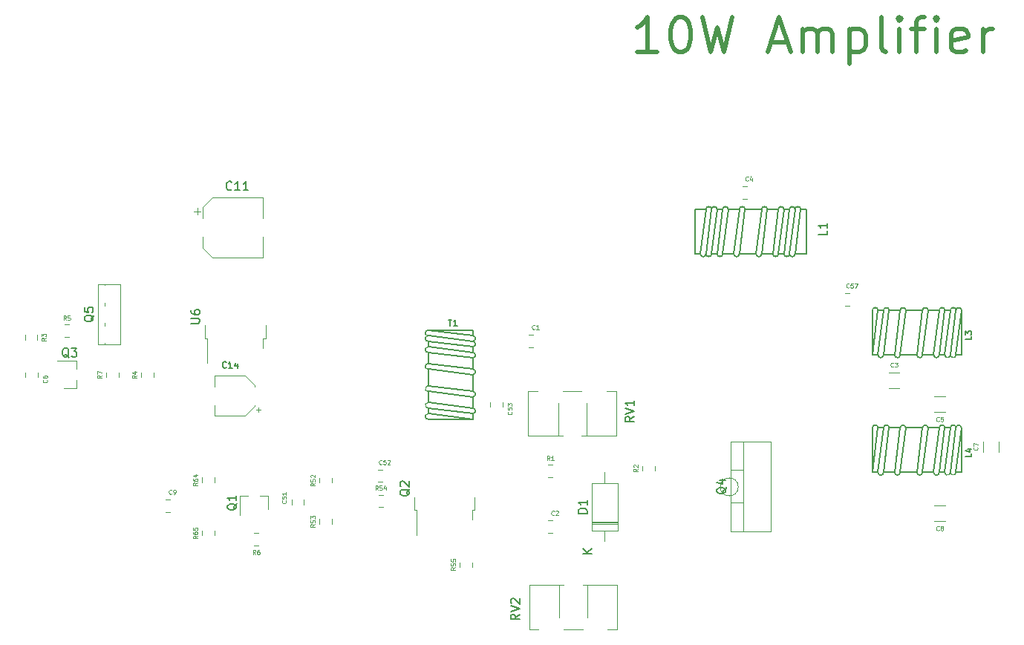
<source format=gto>
G04 #@! TF.GenerationSoftware,KiCad,Pcbnew,(5.1.5)-3*
G04 #@! TF.CreationDate,2021-07-16T13:31:02-05:00*
G04 #@! TF.ProjectId,IRF510-Amplifier,49524635-3130-42d4-916d-706c69666965,rev?*
G04 #@! TF.SameCoordinates,Original*
G04 #@! TF.FileFunction,Legend,Top*
G04 #@! TF.FilePolarity,Positive*
%FSLAX46Y46*%
G04 Gerber Fmt 4.6, Leading zero omitted, Abs format (unit mm)*
G04 Created by KiCad (PCBNEW (5.1.5)-3) date 2021-07-16 13:31:02*
%MOMM*%
%LPD*%
G04 APERTURE LIST*
%ADD10C,0.500000*%
%ADD11C,0.120000*%
%ADD12C,0.127000*%
%ADD13C,0.150000*%
%ADD14C,0.125000*%
%ADD15C,1.219200*%
%ADD16C,3.302000*%
%ADD17C,5.502000*%
%ADD18C,1.302000*%
%ADD19C,2.503200*%
%ADD20C,0.100000*%
%ADD21O,1.902000X1.819500*%
%ADD22R,1.902000X1.819500*%
%ADD23R,1.002000X0.902000*%
%ADD24R,5.902000X6.502000*%
%ADD25R,1.302000X2.302000*%
%ADD26C,1.981200*%
%ADD27C,2.602000*%
%ADD28O,1.902000X1.902000*%
%ADD29R,1.902000X1.902000*%
%ADD30O,2.102000X2.007000*%
%ADD31R,2.102000X2.007000*%
%ADD32R,0.902000X1.002000*%
%ADD33O,2.819200X1.511200*%
%ADD34C,3.419200*%
%ADD35R,3.602000X3.602000*%
G04 APERTURE END LIST*
D10*
X151390476Y-28209523D02*
X149104761Y-28209523D01*
X150247619Y-28209523D02*
X150247619Y-24209523D01*
X149866666Y-24780952D01*
X149485714Y-25161904D01*
X149104761Y-25352380D01*
X153866666Y-24209523D02*
X154247619Y-24209523D01*
X154628571Y-24400000D01*
X154819047Y-24590476D01*
X155009523Y-24971428D01*
X155200000Y-25733333D01*
X155200000Y-26685714D01*
X155009523Y-27447619D01*
X154819047Y-27828571D01*
X154628571Y-28019047D01*
X154247619Y-28209523D01*
X153866666Y-28209523D01*
X153485714Y-28019047D01*
X153295238Y-27828571D01*
X153104761Y-27447619D01*
X152914285Y-26685714D01*
X152914285Y-25733333D01*
X153104761Y-24971428D01*
X153295238Y-24590476D01*
X153485714Y-24400000D01*
X153866666Y-24209523D01*
X156533333Y-24209523D02*
X157485714Y-28209523D01*
X158247619Y-25352380D01*
X159009523Y-28209523D01*
X159961904Y-24209523D01*
X164342857Y-27066666D02*
X166247619Y-27066666D01*
X163961904Y-28209523D02*
X165295238Y-24209523D01*
X166628571Y-28209523D01*
X167961904Y-28209523D02*
X167961904Y-25542857D01*
X167961904Y-25923809D02*
X168152380Y-25733333D01*
X168533333Y-25542857D01*
X169104761Y-25542857D01*
X169485714Y-25733333D01*
X169676190Y-26114285D01*
X169676190Y-28209523D01*
X169676190Y-26114285D02*
X169866666Y-25733333D01*
X170247619Y-25542857D01*
X170819047Y-25542857D01*
X171200000Y-25733333D01*
X171390476Y-26114285D01*
X171390476Y-28209523D01*
X173295238Y-25542857D02*
X173295238Y-29542857D01*
X173295238Y-25733333D02*
X173676190Y-25542857D01*
X174438095Y-25542857D01*
X174819047Y-25733333D01*
X175009523Y-25923809D01*
X175200000Y-26304761D01*
X175200000Y-27447619D01*
X175009523Y-27828571D01*
X174819047Y-28019047D01*
X174438095Y-28209523D01*
X173676190Y-28209523D01*
X173295238Y-28019047D01*
X177485714Y-28209523D02*
X177104761Y-28019047D01*
X176914285Y-27638095D01*
X176914285Y-24209523D01*
X179009523Y-28209523D02*
X179009523Y-25542857D01*
X179009523Y-24209523D02*
X178819047Y-24400000D01*
X179009523Y-24590476D01*
X179200000Y-24400000D01*
X179009523Y-24209523D01*
X179009523Y-24590476D01*
X180342857Y-25542857D02*
X181866666Y-25542857D01*
X180914285Y-28209523D02*
X180914285Y-24780952D01*
X181104761Y-24400000D01*
X181485714Y-24209523D01*
X181866666Y-24209523D01*
X183200000Y-28209523D02*
X183200000Y-25542857D01*
X183200000Y-24209523D02*
X183009523Y-24400000D01*
X183200000Y-24590476D01*
X183390476Y-24400000D01*
X183200000Y-24209523D01*
X183200000Y-24590476D01*
X186628571Y-28019047D02*
X186247619Y-28209523D01*
X185485714Y-28209523D01*
X185104761Y-28019047D01*
X184914285Y-27638095D01*
X184914285Y-26114285D01*
X185104761Y-25733333D01*
X185485714Y-25542857D01*
X186247619Y-25542857D01*
X186628571Y-25733333D01*
X186819047Y-26114285D01*
X186819047Y-26495238D01*
X184914285Y-26876190D01*
X188533333Y-28209523D02*
X188533333Y-25542857D01*
X188533333Y-26304761D02*
X188723809Y-25923809D01*
X188914285Y-25733333D01*
X189295238Y-25542857D01*
X189676190Y-25542857D01*
D11*
X160623907Y-77800000D02*
G75*
G03X160623907Y-77800000I-1023907J0D01*
G01*
X89970000Y-64741422D02*
X89970000Y-65258578D01*
X88550000Y-64741422D02*
X88550000Y-65258578D01*
X84321078Y-60710000D02*
X83803922Y-60710000D01*
X84321078Y-59290000D02*
X83803922Y-59290000D01*
X93970000Y-64741422D02*
X93970000Y-65258578D01*
X92550000Y-64741422D02*
X92550000Y-65258578D01*
X79290000Y-60996078D02*
X79290000Y-60478922D01*
X80710000Y-60996078D02*
X80710000Y-60478922D01*
X88349000Y-54811000D02*
X88349000Y-54700000D01*
X88349000Y-57101000D02*
X88349000Y-56828000D01*
X88349000Y-59391000D02*
X88349000Y-59118000D01*
X88349000Y-61520000D02*
X88349000Y-61409000D01*
X87610000Y-54700000D02*
X90150000Y-54700000D01*
X87610000Y-61520000D02*
X90150000Y-61520000D01*
X90150000Y-61520000D02*
X90150000Y-54700000D01*
X87610000Y-61520000D02*
X87610000Y-54700000D01*
X85160000Y-66580000D02*
X83700000Y-66580000D01*
X85160000Y-63420000D02*
X83000000Y-63420000D01*
X85160000Y-63420000D02*
X85160000Y-64350000D01*
X85160000Y-66580000D02*
X85160000Y-65650000D01*
X79350000Y-64741422D02*
X79350000Y-65258578D01*
X80770000Y-64741422D02*
X80770000Y-65258578D01*
X99825000Y-59345000D02*
X99825000Y-60845000D01*
X99825000Y-60845000D02*
X100095000Y-60845000D01*
X100095000Y-60845000D02*
X100095000Y-63675000D01*
X106725000Y-59345000D02*
X106725000Y-60845000D01*
X106725000Y-60845000D02*
X106455000Y-60845000D01*
X106455000Y-60845000D02*
X106455000Y-61945000D01*
D12*
X125260000Y-61825000D02*
X130340000Y-62460000D01*
X125260000Y-68810000D02*
X130340000Y-69445000D01*
X125260000Y-62460000D02*
X130340000Y-63095000D01*
X125260000Y-68175000D02*
X130340000Y-68810000D01*
X125260000Y-66270000D02*
X130340000Y-66905000D01*
X125260000Y-60555000D02*
X130340000Y-61190000D01*
X125260000Y-64365000D02*
X130340000Y-65000000D01*
X125260000Y-63730000D02*
X130340000Y-64365000D01*
X125260000Y-69445000D02*
X130340000Y-70080000D01*
X125260000Y-61190000D02*
X130340000Y-61825000D01*
X125260000Y-66905000D02*
X130340000Y-67540000D01*
X130340000Y-66905000D02*
X130340000Y-65000000D01*
X130340000Y-68810000D02*
X130340000Y-67540000D01*
X125260000Y-68810000D02*
X125260000Y-69445000D01*
X125260000Y-61190000D02*
X125260000Y-61825000D01*
X130340000Y-59920000D02*
X125260000Y-59920000D01*
X130340000Y-62460000D02*
X130340000Y-61825000D01*
X130340000Y-70080000D02*
X130340000Y-69445000D01*
X125260000Y-64365000D02*
X125260000Y-66270000D01*
X125260000Y-59920000D02*
X130340000Y-60555000D01*
X130340000Y-64365000D02*
X130340000Y-63095000D01*
X125260000Y-70080000D02*
X130340000Y-70080000D01*
X125260000Y-66905000D02*
X125260000Y-68175000D01*
X125260000Y-62460000D02*
X125260000Y-63730000D01*
X130340000Y-60555000D02*
X130340000Y-59920000D01*
X130340000Y-65000000D02*
G75*
G03X130340000Y-64365000I0J317500D01*
G01*
X125260000Y-63730000D02*
G75*
G03X125260000Y-64365000I0J-317500D01*
G01*
X130340000Y-61825000D02*
G75*
G03X130340000Y-61190000I0J317500D01*
G01*
X130340000Y-67540000D02*
G75*
G03X130340000Y-66905000I0J317500D01*
G01*
X130340000Y-69445000D02*
G75*
G03X130340000Y-68810000I0J317500D01*
G01*
X125260000Y-69445000D02*
G75*
G03X125260000Y-70080000I0J-317500D01*
G01*
X125260000Y-59920000D02*
G75*
G03X125260000Y-60555000I0J-317500D01*
G01*
X125260000Y-60555000D02*
G75*
G03X125260000Y-61190000I0J-317500D01*
G01*
X130340000Y-61190000D02*
G75*
G03X130340000Y-60555000I0J317500D01*
G01*
X125260000Y-61825000D02*
G75*
G03X125260000Y-62460000I0J-317500D01*
G01*
X125260000Y-66270000D02*
G75*
G03X125260000Y-66905000I0J-317500D01*
G01*
X125260000Y-68175000D02*
G75*
G03X125260000Y-68810000I0J-317500D01*
G01*
X130340000Y-63095000D02*
G75*
G03X130340000Y-62460000I0J317500D01*
G01*
D11*
X145725000Y-94021000D02*
X146820000Y-94021000D01*
X140726000Y-94021000D02*
X142875000Y-94021000D01*
X136779000Y-94021000D02*
X137874000Y-94021000D01*
X143420000Y-92663000D02*
X143420000Y-88980000D01*
X146820000Y-94021000D02*
X146820000Y-88980000D01*
X142873000Y-88980000D02*
X146820000Y-88980000D01*
X136779000Y-88980000D02*
X140728000Y-88980000D01*
X140726000Y-94021000D02*
X142875000Y-94021000D01*
X140180000Y-88980000D02*
X140728000Y-88980000D01*
X136779000Y-94021000D02*
X136779000Y-88980000D01*
X142873000Y-88980000D02*
X143420000Y-88980000D01*
X140180000Y-92663000D02*
X140180000Y-88980000D01*
X137781000Y-66882000D02*
X136686000Y-66882000D01*
X142780000Y-66882000D02*
X140631000Y-66882000D01*
X146727000Y-66882000D02*
X145632000Y-66882000D01*
X140086000Y-68240000D02*
X140086000Y-71923000D01*
X136686000Y-66882000D02*
X136686000Y-71923000D01*
X140633000Y-71923000D02*
X136686000Y-71923000D01*
X146727000Y-71923000D02*
X142778000Y-71923000D01*
X142780000Y-66882000D02*
X140631000Y-66882000D01*
X143326000Y-71923000D02*
X142778000Y-71923000D01*
X146727000Y-66882000D02*
X146727000Y-71923000D01*
X140633000Y-71923000D02*
X140086000Y-71923000D01*
X143326000Y-68240000D02*
X143326000Y-71923000D01*
X149690000Y-75403922D02*
X149690000Y-75921078D01*
X151110000Y-75403922D02*
X151110000Y-75921078D01*
X139458578Y-75290000D02*
X138941422Y-75290000D01*
X139458578Y-76710000D02*
X138941422Y-76710000D01*
D12*
X156939000Y-46140000D02*
X156304000Y-51220000D01*
X157574000Y-46140000D02*
X156939000Y-51220000D01*
X158209000Y-46140000D02*
X157574000Y-51220000D01*
X158844000Y-46140000D02*
X158209000Y-51220000D01*
X159479000Y-46140000D02*
X158844000Y-51220000D01*
X160749000Y-46140000D02*
X160114000Y-51220000D01*
X166464000Y-46140000D02*
X165829000Y-46140000D01*
X156939000Y-46140000D02*
X155669000Y-46140000D01*
X160749000Y-46140000D02*
X159479000Y-46140000D01*
X165829000Y-46140000D02*
X165194000Y-51220000D01*
X167099000Y-51220000D02*
X168369000Y-51220000D01*
X155669000Y-46140000D02*
X155669000Y-51220000D01*
X165194000Y-46140000D02*
X163924000Y-46140000D01*
X158844000Y-46140000D02*
X158209000Y-46140000D01*
X157574000Y-51220000D02*
X158209000Y-51220000D01*
X168369000Y-46140000D02*
X167734000Y-46140000D01*
X165194000Y-46140000D02*
X164559000Y-51220000D01*
X161384000Y-46140000D02*
X160749000Y-51220000D01*
X163289000Y-46140000D02*
X162654000Y-51220000D01*
X158844000Y-51220000D02*
X160114000Y-51220000D01*
X168369000Y-51220000D02*
X168369000Y-46140000D01*
X163924000Y-46140000D02*
X163289000Y-51220000D01*
X166464000Y-46140000D02*
X165829000Y-51220000D01*
X167099000Y-46140000D02*
X166464000Y-51220000D01*
X167734000Y-46140000D02*
X167099000Y-51220000D01*
X155669000Y-51220000D02*
X156304000Y-51220000D01*
X165194000Y-51220000D02*
X165829000Y-51220000D01*
X163289000Y-46140000D02*
X161384000Y-46140000D01*
X163289000Y-51220000D02*
X164559000Y-51220000D01*
X160749000Y-51220000D02*
X162654000Y-51220000D01*
X163924000Y-46140000D02*
G75*
G03X163289000Y-46140000I-317500J0D01*
G01*
X166464000Y-51220000D02*
G75*
G03X167099000Y-51220000I317500J0D01*
G01*
X160114000Y-51220000D02*
G75*
G03X160749000Y-51220000I317500J0D01*
G01*
X161384000Y-46140000D02*
G75*
G03X160749000Y-46140000I-317500J0D01*
G01*
X156939000Y-51220000D02*
G75*
G03X157574000Y-51220000I317500J0D01*
G01*
X167734000Y-46140000D02*
G75*
G03X167099000Y-46140000I-317500J0D01*
G01*
X156304000Y-51220000D02*
G75*
G03X156939000Y-51220000I317500J0D01*
G01*
X157574000Y-46140000D02*
G75*
G03X156939000Y-46140000I-317500J0D01*
G01*
X158209000Y-46140000D02*
G75*
G03X157574000Y-46140000I-317500J0D01*
G01*
X167099000Y-46140000D02*
G75*
G03X166464000Y-46140000I-317500J0D01*
G01*
X165829000Y-51220000D02*
G75*
G03X166464000Y-51220000I317500J0D01*
G01*
X159479000Y-46140000D02*
G75*
G03X158844000Y-46140000I-317500J0D01*
G01*
X165829000Y-46140000D02*
G75*
G03X165194000Y-46140000I-317500J0D01*
G01*
X164559000Y-51220000D02*
G75*
G03X165194000Y-51220000I317500J0D01*
G01*
X158209000Y-51220000D02*
G75*
G03X158844000Y-51220000I317500J0D01*
G01*
X162654000Y-51220000D02*
G75*
G03X163289000Y-51220000I317500J0D01*
G01*
D11*
X143930000Y-82800000D02*
X146870000Y-82800000D01*
X146870000Y-82800000D02*
X146870000Y-77360000D01*
X146870000Y-77360000D02*
X143930000Y-77360000D01*
X143930000Y-77360000D02*
X143930000Y-82800000D01*
X145400000Y-84020000D02*
X145400000Y-82800000D01*
X145400000Y-76140000D02*
X145400000Y-77360000D01*
X143930000Y-81900000D02*
X146870000Y-81900000D01*
X143930000Y-81780000D02*
X146870000Y-81780000D01*
X143930000Y-82020000D02*
X146870000Y-82020000D01*
X161078922Y-43490000D02*
X161596078Y-43490000D01*
X161078922Y-44910000D02*
X161596078Y-44910000D01*
X138941422Y-81630000D02*
X139458578Y-81630000D01*
X138941422Y-83050000D02*
X139458578Y-83050000D01*
X136741422Y-60430000D02*
X137258578Y-60430000D01*
X136741422Y-61850000D02*
X137258578Y-61850000D01*
X99490000Y-82803922D02*
X99490000Y-83321078D01*
X100910000Y-82803922D02*
X100910000Y-83321078D01*
X99490000Y-76741422D02*
X99490000Y-77258578D01*
X100910000Y-76741422D02*
X100910000Y-77258578D01*
X128890000Y-86403922D02*
X128890000Y-86921078D01*
X130310000Y-86403922D02*
X130310000Y-86921078D01*
X120121078Y-78690000D02*
X119603922Y-78690000D01*
X120121078Y-80110000D02*
X119603922Y-80110000D01*
X112890000Y-81478922D02*
X112890000Y-81996078D01*
X114310000Y-81478922D02*
X114310000Y-81996078D01*
X112890000Y-76803922D02*
X112890000Y-77321078D01*
X114310000Y-76803922D02*
X114310000Y-77321078D01*
X105403922Y-84510000D02*
X105921078Y-84510000D01*
X105403922Y-83090000D02*
X105921078Y-83090000D01*
X159730000Y-82860000D02*
X159730000Y-72620000D01*
X164371000Y-82860000D02*
X164371000Y-72620000D01*
X159730000Y-82860000D02*
X164371000Y-82860000D01*
X159730000Y-72620000D02*
X164371000Y-72620000D01*
X161240000Y-82860000D02*
X161240000Y-72620000D01*
X159730000Y-79590000D02*
X161240000Y-79590000D01*
X159730000Y-75889000D02*
X161240000Y-75889000D01*
X123675000Y-78945000D02*
X123675000Y-80445000D01*
X123675000Y-80445000D02*
X123945000Y-80445000D01*
X123945000Y-80445000D02*
X123945000Y-83275000D01*
X130575000Y-78945000D02*
X130575000Y-80445000D01*
X130575000Y-80445000D02*
X130305000Y-80445000D01*
X130305000Y-80445000D02*
X130305000Y-81545000D01*
X106980000Y-78840000D02*
X106050000Y-78840000D01*
X103820000Y-78840000D02*
X104750000Y-78840000D01*
X103820000Y-78840000D02*
X103820000Y-81000000D01*
X106980000Y-78840000D02*
X106980000Y-80300000D01*
D12*
X184175000Y-71060000D02*
X183540000Y-76140000D01*
X177190000Y-71060000D02*
X176555000Y-76140000D01*
X183540000Y-71060000D02*
X182905000Y-76140000D01*
X177825000Y-71060000D02*
X177190000Y-76140000D01*
X179730000Y-71060000D02*
X179095000Y-76140000D01*
X185445000Y-71060000D02*
X184810000Y-76140000D01*
X181635000Y-71060000D02*
X181000000Y-76140000D01*
X182270000Y-71060000D02*
X181635000Y-76140000D01*
X176555000Y-71060000D02*
X175920000Y-76140000D01*
X184810000Y-71060000D02*
X184175000Y-76140000D01*
X179095000Y-71060000D02*
X178460000Y-76140000D01*
X179095000Y-76140000D02*
X181000000Y-76140000D01*
X177190000Y-76140000D02*
X178460000Y-76140000D01*
X177190000Y-71060000D02*
X176555000Y-71060000D01*
X184810000Y-71060000D02*
X184175000Y-71060000D01*
X186080000Y-76140000D02*
X186080000Y-71060000D01*
X183540000Y-76140000D02*
X184175000Y-76140000D01*
X175920000Y-76140000D02*
X176555000Y-76140000D01*
X181635000Y-71060000D02*
X179730000Y-71060000D01*
X186080000Y-71060000D02*
X185445000Y-76140000D01*
X181635000Y-76140000D02*
X182905000Y-76140000D01*
X175920000Y-71060000D02*
X175920000Y-76140000D01*
X179095000Y-71060000D02*
X177825000Y-71060000D01*
X183540000Y-71060000D02*
X182270000Y-71060000D01*
X185445000Y-76140000D02*
X186080000Y-76140000D01*
X181000000Y-76140000D02*
G75*
G03X181635000Y-76140000I317500J0D01*
G01*
X182270000Y-71060000D02*
G75*
G03X181635000Y-71060000I-317500J0D01*
G01*
X184175000Y-76140000D02*
G75*
G03X184810000Y-76140000I317500J0D01*
G01*
X178460000Y-76140000D02*
G75*
G03X179095000Y-76140000I317500J0D01*
G01*
X176555000Y-76140000D02*
G75*
G03X177190000Y-76140000I317500J0D01*
G01*
X176555000Y-71060000D02*
G75*
G03X175920000Y-71060000I-317500J0D01*
G01*
X186080000Y-71060000D02*
G75*
G03X185445000Y-71060000I-317500J0D01*
G01*
X185445000Y-71060000D02*
G75*
G03X184810000Y-71060000I-317500J0D01*
G01*
X184810000Y-76140000D02*
G75*
G03X185445000Y-76140000I317500J0D01*
G01*
X184175000Y-71060000D02*
G75*
G03X183540000Y-71060000I-317500J0D01*
G01*
X179730000Y-71060000D02*
G75*
G03X179095000Y-71060000I-317500J0D01*
G01*
X177825000Y-71060000D02*
G75*
G03X177190000Y-71060000I-317500J0D01*
G01*
X182905000Y-76140000D02*
G75*
G03X183540000Y-76140000I317500J0D01*
G01*
X184175000Y-57660000D02*
X183540000Y-62740000D01*
X177190000Y-57660000D02*
X176555000Y-62740000D01*
X183540000Y-57660000D02*
X182905000Y-62740000D01*
X177825000Y-57660000D02*
X177190000Y-62740000D01*
X179730000Y-57660000D02*
X179095000Y-62740000D01*
X185445000Y-57660000D02*
X184810000Y-62740000D01*
X181635000Y-57660000D02*
X181000000Y-62740000D01*
X182270000Y-57660000D02*
X181635000Y-62740000D01*
X176555000Y-57660000D02*
X175920000Y-62740000D01*
X184810000Y-57660000D02*
X184175000Y-62740000D01*
X179095000Y-57660000D02*
X178460000Y-62740000D01*
X179095000Y-62740000D02*
X181000000Y-62740000D01*
X177190000Y-62740000D02*
X178460000Y-62740000D01*
X177190000Y-57660000D02*
X176555000Y-57660000D01*
X184810000Y-57660000D02*
X184175000Y-57660000D01*
X186080000Y-62740000D02*
X186080000Y-57660000D01*
X183540000Y-62740000D02*
X184175000Y-62740000D01*
X175920000Y-62740000D02*
X176555000Y-62740000D01*
X181635000Y-57660000D02*
X179730000Y-57660000D01*
X186080000Y-57660000D02*
X185445000Y-62740000D01*
X181635000Y-62740000D02*
X182905000Y-62740000D01*
X175920000Y-57660000D02*
X175920000Y-62740000D01*
X179095000Y-57660000D02*
X177825000Y-57660000D01*
X183540000Y-57660000D02*
X182270000Y-57660000D01*
X185445000Y-62740000D02*
X186080000Y-62740000D01*
X181000000Y-62740000D02*
G75*
G03X181635000Y-62740000I317500J0D01*
G01*
X182270000Y-57660000D02*
G75*
G03X181635000Y-57660000I-317500J0D01*
G01*
X184175000Y-62740000D02*
G75*
G03X184810000Y-62740000I317500J0D01*
G01*
X178460000Y-62740000D02*
G75*
G03X179095000Y-62740000I317500J0D01*
G01*
X176555000Y-62740000D02*
G75*
G03X177190000Y-62740000I317500J0D01*
G01*
X176555000Y-57660000D02*
G75*
G03X175920000Y-57660000I-317500J0D01*
G01*
X186080000Y-57660000D02*
G75*
G03X185445000Y-57660000I-317500J0D01*
G01*
X185445000Y-57660000D02*
G75*
G03X184810000Y-57660000I-317500J0D01*
G01*
X184810000Y-62740000D02*
G75*
G03X185445000Y-62740000I317500J0D01*
G01*
X184175000Y-57660000D02*
G75*
G03X183540000Y-57660000I-317500J0D01*
G01*
X179730000Y-57660000D02*
G75*
G03X179095000Y-57660000I-317500J0D01*
G01*
X177825000Y-57660000D02*
G75*
G03X177190000Y-57660000I-317500J0D01*
G01*
X182905000Y-62740000D02*
G75*
G03X183540000Y-62740000I317500J0D01*
G01*
D11*
X172803922Y-55690000D02*
X173321078Y-55690000D01*
X172803922Y-57110000D02*
X173321078Y-57110000D01*
X133770000Y-68141422D02*
X133770000Y-68658578D01*
X132350000Y-68141422D02*
X132350000Y-68658578D01*
X119541422Y-75830000D02*
X120058578Y-75830000D01*
X119541422Y-77250000D02*
X120058578Y-77250000D01*
X109690000Y-79796078D02*
X109690000Y-79278922D01*
X111110000Y-79796078D02*
X111110000Y-79278922D01*
X105460000Y-66204437D02*
X104395563Y-65140000D01*
X106200000Y-68960000D02*
X105700000Y-68960000D01*
X104395563Y-69660000D02*
X100940000Y-69660000D01*
X105460000Y-68595563D02*
X104395563Y-69660000D01*
X104395563Y-65140000D02*
X100940000Y-65140000D01*
X100940000Y-69660000D02*
X100940000Y-68460000D01*
X105460000Y-66204437D02*
X105460000Y-66340000D01*
X100940000Y-65140000D02*
X100940000Y-66340000D01*
X105460000Y-68595563D02*
X105460000Y-68460000D01*
X105950000Y-69210000D02*
X105950000Y-68710000D01*
X99590000Y-50545563D02*
X99590000Y-49260000D01*
X100654437Y-51610000D02*
X106410000Y-51610000D01*
X106410000Y-51610000D02*
X106410000Y-49260000D01*
X98956250Y-45958750D02*
X98956250Y-46746250D01*
X99590000Y-50545563D02*
X100654437Y-51610000D01*
X98562500Y-46352500D02*
X99350000Y-46352500D01*
X100654437Y-44790000D02*
X106410000Y-44790000D01*
X106410000Y-44790000D02*
X106410000Y-47140000D01*
X99590000Y-45854437D02*
X100654437Y-44790000D01*
X99590000Y-45854437D02*
X99590000Y-47140000D01*
X95341422Y-79230000D02*
X95858578Y-79230000D01*
X95341422Y-80650000D02*
X95858578Y-80650000D01*
X184202064Y-79890000D02*
X182997936Y-79890000D01*
X184202064Y-81710000D02*
X182997936Y-81710000D01*
X190360000Y-73802064D02*
X190360000Y-72597936D01*
X188540000Y-73802064D02*
X188540000Y-72597936D01*
X184202064Y-67440000D02*
X182997936Y-67440000D01*
X184202064Y-69260000D02*
X182997936Y-69260000D01*
X177797936Y-66560000D02*
X179002064Y-66560000D01*
X177797936Y-64740000D02*
X179002064Y-64740000D01*
D13*
D14*
X88026190Y-65083333D02*
X87788095Y-65250000D01*
X88026190Y-65369047D02*
X87526190Y-65369047D01*
X87526190Y-65178571D01*
X87550000Y-65130952D01*
X87573809Y-65107142D01*
X87621428Y-65083333D01*
X87692857Y-65083333D01*
X87740476Y-65107142D01*
X87764285Y-65130952D01*
X87788095Y-65178571D01*
X87788095Y-65369047D01*
X87526190Y-64916666D02*
X87526190Y-64583333D01*
X88026190Y-64797619D01*
X83979166Y-58766190D02*
X83812500Y-58528095D01*
X83693452Y-58766190D02*
X83693452Y-58266190D01*
X83883928Y-58266190D01*
X83931547Y-58290000D01*
X83955357Y-58313809D01*
X83979166Y-58361428D01*
X83979166Y-58432857D01*
X83955357Y-58480476D01*
X83931547Y-58504285D01*
X83883928Y-58528095D01*
X83693452Y-58528095D01*
X84431547Y-58266190D02*
X84193452Y-58266190D01*
X84169642Y-58504285D01*
X84193452Y-58480476D01*
X84241071Y-58456666D01*
X84360119Y-58456666D01*
X84407738Y-58480476D01*
X84431547Y-58504285D01*
X84455357Y-58551904D01*
X84455357Y-58670952D01*
X84431547Y-58718571D01*
X84407738Y-58742380D01*
X84360119Y-58766190D01*
X84241071Y-58766190D01*
X84193452Y-58742380D01*
X84169642Y-58718571D01*
X92026190Y-65083333D02*
X91788095Y-65250000D01*
X92026190Y-65369047D02*
X91526190Y-65369047D01*
X91526190Y-65178571D01*
X91550000Y-65130952D01*
X91573809Y-65107142D01*
X91621428Y-65083333D01*
X91692857Y-65083333D01*
X91740476Y-65107142D01*
X91764285Y-65130952D01*
X91788095Y-65178571D01*
X91788095Y-65369047D01*
X91692857Y-64654761D02*
X92026190Y-64654761D01*
X91502380Y-64773809D02*
X91859523Y-64892857D01*
X91859523Y-64583333D01*
X81686190Y-60820833D02*
X81448095Y-60987500D01*
X81686190Y-61106547D02*
X81186190Y-61106547D01*
X81186190Y-60916071D01*
X81210000Y-60868452D01*
X81233809Y-60844642D01*
X81281428Y-60820833D01*
X81352857Y-60820833D01*
X81400476Y-60844642D01*
X81424285Y-60868452D01*
X81448095Y-60916071D01*
X81448095Y-61106547D01*
X81186190Y-60654166D02*
X81186190Y-60344642D01*
X81376666Y-60511309D01*
X81376666Y-60439880D01*
X81400476Y-60392261D01*
X81424285Y-60368452D01*
X81471904Y-60344642D01*
X81590952Y-60344642D01*
X81638571Y-60368452D01*
X81662380Y-60392261D01*
X81686190Y-60439880D01*
X81686190Y-60582738D01*
X81662380Y-60630357D01*
X81638571Y-60654166D01*
D13*
X87157619Y-58205238D02*
X87110000Y-58300476D01*
X87014761Y-58395714D01*
X86871904Y-58538571D01*
X86824285Y-58633809D01*
X86824285Y-58729047D01*
X87062380Y-58681428D02*
X87014761Y-58776666D01*
X86919523Y-58871904D01*
X86729047Y-58919523D01*
X86395714Y-58919523D01*
X86205238Y-58871904D01*
X86110000Y-58776666D01*
X86062380Y-58681428D01*
X86062380Y-58490952D01*
X86110000Y-58395714D01*
X86205238Y-58300476D01*
X86395714Y-58252857D01*
X86729047Y-58252857D01*
X86919523Y-58300476D01*
X87014761Y-58395714D01*
X87062380Y-58490952D01*
X87062380Y-58681428D01*
X86062380Y-57348095D02*
X86062380Y-57824285D01*
X86538571Y-57871904D01*
X86490952Y-57824285D01*
X86443333Y-57729047D01*
X86443333Y-57490952D01*
X86490952Y-57395714D01*
X86538571Y-57348095D01*
X86633809Y-57300476D01*
X86871904Y-57300476D01*
X86967142Y-57348095D01*
X87014761Y-57395714D01*
X87062380Y-57490952D01*
X87062380Y-57729047D01*
X87014761Y-57824285D01*
X86967142Y-57871904D01*
X84304761Y-63047619D02*
X84209523Y-63000000D01*
X84114285Y-62904761D01*
X83971428Y-62761904D01*
X83876190Y-62714285D01*
X83780952Y-62714285D01*
X83828571Y-62952380D02*
X83733333Y-62904761D01*
X83638095Y-62809523D01*
X83590476Y-62619047D01*
X83590476Y-62285714D01*
X83638095Y-62095238D01*
X83733333Y-62000000D01*
X83828571Y-61952380D01*
X84019047Y-61952380D01*
X84114285Y-62000000D01*
X84209523Y-62095238D01*
X84257142Y-62285714D01*
X84257142Y-62619047D01*
X84209523Y-62809523D01*
X84114285Y-62904761D01*
X84019047Y-62952380D01*
X83828571Y-62952380D01*
X84590476Y-61952380D02*
X85209523Y-61952380D01*
X84876190Y-62333333D01*
X85019047Y-62333333D01*
X85114285Y-62380952D01*
X85161904Y-62428571D01*
X85209523Y-62523809D01*
X85209523Y-62761904D01*
X85161904Y-62857142D01*
X85114285Y-62904761D01*
X85019047Y-62952380D01*
X84733333Y-62952380D01*
X84638095Y-62904761D01*
X84590476Y-62857142D01*
D14*
X81778571Y-65583333D02*
X81802380Y-65607142D01*
X81826190Y-65678571D01*
X81826190Y-65726190D01*
X81802380Y-65797619D01*
X81754761Y-65845238D01*
X81707142Y-65869047D01*
X81611904Y-65892857D01*
X81540476Y-65892857D01*
X81445238Y-65869047D01*
X81397619Y-65845238D01*
X81350000Y-65797619D01*
X81326190Y-65726190D01*
X81326190Y-65678571D01*
X81350000Y-65607142D01*
X81373809Y-65583333D01*
X81326190Y-65154761D02*
X81326190Y-65250000D01*
X81350000Y-65297619D01*
X81373809Y-65321428D01*
X81445238Y-65369047D01*
X81540476Y-65392857D01*
X81730952Y-65392857D01*
X81778571Y-65369047D01*
X81802380Y-65345238D01*
X81826190Y-65297619D01*
X81826190Y-65202380D01*
X81802380Y-65154761D01*
X81778571Y-65130952D01*
X81730952Y-65107142D01*
X81611904Y-65107142D01*
X81564285Y-65130952D01*
X81540476Y-65154761D01*
X81516666Y-65202380D01*
X81516666Y-65297619D01*
X81540476Y-65345238D01*
X81564285Y-65369047D01*
X81611904Y-65392857D01*
D13*
X98227380Y-59136904D02*
X99036904Y-59136904D01*
X99132142Y-59089285D01*
X99179761Y-59041666D01*
X99227380Y-58946428D01*
X99227380Y-58755952D01*
X99179761Y-58660714D01*
X99132142Y-58613095D01*
X99036904Y-58565476D01*
X98227380Y-58565476D01*
X98227380Y-57660714D02*
X98227380Y-57851190D01*
X98275000Y-57946428D01*
X98322619Y-57994047D01*
X98465476Y-58089285D01*
X98655952Y-58136904D01*
X99036904Y-58136904D01*
X99132142Y-58089285D01*
X99179761Y-58041666D01*
X99227380Y-57946428D01*
X99227380Y-57755952D01*
X99179761Y-57660714D01*
X99132142Y-57613095D01*
X99036904Y-57565476D01*
X98798809Y-57565476D01*
X98703571Y-57613095D01*
X98655952Y-57660714D01*
X98608333Y-57755952D01*
X98608333Y-57946428D01*
X98655952Y-58041666D01*
X98703571Y-58089285D01*
X98798809Y-58136904D01*
X127566666Y-58716666D02*
X127966666Y-58716666D01*
X127766666Y-59416666D02*
X127766666Y-58716666D01*
X128566666Y-59416666D02*
X128166666Y-59416666D01*
X128366666Y-59416666D02*
X128366666Y-58716666D01*
X128300000Y-58816666D01*
X128233333Y-58883333D01*
X128166666Y-58916666D01*
X135688380Y-92336238D02*
X135212190Y-92669571D01*
X135688380Y-92907666D02*
X134688380Y-92907666D01*
X134688380Y-92526714D01*
X134736000Y-92431476D01*
X134783619Y-92383857D01*
X134878857Y-92336238D01*
X135021714Y-92336238D01*
X135116952Y-92383857D01*
X135164571Y-92431476D01*
X135212190Y-92526714D01*
X135212190Y-92907666D01*
X134688380Y-92050523D02*
X135688380Y-91717190D01*
X134688380Y-91383857D01*
X134783619Y-91098142D02*
X134736000Y-91050523D01*
X134688380Y-90955285D01*
X134688380Y-90717190D01*
X134736000Y-90621952D01*
X134783619Y-90574333D01*
X134878857Y-90526714D01*
X134974095Y-90526714D01*
X135116952Y-90574333D01*
X135688380Y-91145761D01*
X135688380Y-90526714D01*
X148722380Y-69757238D02*
X148246190Y-70090571D01*
X148722380Y-70328666D02*
X147722380Y-70328666D01*
X147722380Y-69947714D01*
X147770000Y-69852476D01*
X147817619Y-69804857D01*
X147912857Y-69757238D01*
X148055714Y-69757238D01*
X148150952Y-69804857D01*
X148198571Y-69852476D01*
X148246190Y-69947714D01*
X148246190Y-70328666D01*
X147722380Y-69471523D02*
X148722380Y-69138190D01*
X147722380Y-68804857D01*
X148722380Y-67947714D02*
X148722380Y-68519142D01*
X148722380Y-68233428D02*
X147722380Y-68233428D01*
X147865238Y-68328666D01*
X147960476Y-68423904D01*
X148008095Y-68519142D01*
D14*
X149166190Y-75745833D02*
X148928095Y-75912500D01*
X149166190Y-76031547D02*
X148666190Y-76031547D01*
X148666190Y-75841071D01*
X148690000Y-75793452D01*
X148713809Y-75769642D01*
X148761428Y-75745833D01*
X148832857Y-75745833D01*
X148880476Y-75769642D01*
X148904285Y-75793452D01*
X148928095Y-75841071D01*
X148928095Y-76031547D01*
X148713809Y-75555357D02*
X148690000Y-75531547D01*
X148666190Y-75483928D01*
X148666190Y-75364880D01*
X148690000Y-75317261D01*
X148713809Y-75293452D01*
X148761428Y-75269642D01*
X148809047Y-75269642D01*
X148880476Y-75293452D01*
X149166190Y-75579166D01*
X149166190Y-75269642D01*
X139116666Y-74766190D02*
X138950000Y-74528095D01*
X138830952Y-74766190D02*
X138830952Y-74266190D01*
X139021428Y-74266190D01*
X139069047Y-74290000D01*
X139092857Y-74313809D01*
X139116666Y-74361428D01*
X139116666Y-74432857D01*
X139092857Y-74480476D01*
X139069047Y-74504285D01*
X139021428Y-74528095D01*
X138830952Y-74528095D01*
X139592857Y-74766190D02*
X139307142Y-74766190D01*
X139450000Y-74766190D02*
X139450000Y-74266190D01*
X139402380Y-74337619D01*
X139354761Y-74385238D01*
X139307142Y-74409047D01*
D13*
X170741380Y-48576666D02*
X170741380Y-49052857D01*
X169741380Y-49052857D01*
X170741380Y-47719523D02*
X170741380Y-48290952D01*
X170741380Y-48005238D02*
X169741380Y-48005238D01*
X169884238Y-48100476D01*
X169979476Y-48195714D01*
X170027095Y-48290952D01*
X143382380Y-80818095D02*
X142382380Y-80818095D01*
X142382380Y-80580000D01*
X142430000Y-80437142D01*
X142525238Y-80341904D01*
X142620476Y-80294285D01*
X142810952Y-80246666D01*
X142953809Y-80246666D01*
X143144285Y-80294285D01*
X143239523Y-80341904D01*
X143334761Y-80437142D01*
X143382380Y-80580000D01*
X143382380Y-80818095D01*
X143382380Y-79294285D02*
X143382380Y-79865714D01*
X143382380Y-79580000D02*
X142382380Y-79580000D01*
X142525238Y-79675238D01*
X142620476Y-79770476D01*
X142668095Y-79865714D01*
X143952380Y-85421904D02*
X142952380Y-85421904D01*
X143952380Y-84850476D02*
X143380952Y-85279047D01*
X142952380Y-84850476D02*
X143523809Y-85421904D01*
D14*
X161754166Y-42838571D02*
X161730357Y-42862380D01*
X161658928Y-42886190D01*
X161611309Y-42886190D01*
X161539880Y-42862380D01*
X161492261Y-42814761D01*
X161468452Y-42767142D01*
X161444642Y-42671904D01*
X161444642Y-42600476D01*
X161468452Y-42505238D01*
X161492261Y-42457619D01*
X161539880Y-42410000D01*
X161611309Y-42386190D01*
X161658928Y-42386190D01*
X161730357Y-42410000D01*
X161754166Y-42433809D01*
X162182738Y-42552857D02*
X162182738Y-42886190D01*
X162063690Y-42362380D02*
X161944642Y-42719523D01*
X162254166Y-42719523D01*
X139616666Y-80978571D02*
X139592857Y-81002380D01*
X139521428Y-81026190D01*
X139473809Y-81026190D01*
X139402380Y-81002380D01*
X139354761Y-80954761D01*
X139330952Y-80907142D01*
X139307142Y-80811904D01*
X139307142Y-80740476D01*
X139330952Y-80645238D01*
X139354761Y-80597619D01*
X139402380Y-80550000D01*
X139473809Y-80526190D01*
X139521428Y-80526190D01*
X139592857Y-80550000D01*
X139616666Y-80573809D01*
X139807142Y-80573809D02*
X139830952Y-80550000D01*
X139878571Y-80526190D01*
X139997619Y-80526190D01*
X140045238Y-80550000D01*
X140069047Y-80573809D01*
X140092857Y-80621428D01*
X140092857Y-80669047D01*
X140069047Y-80740476D01*
X139783333Y-81026190D01*
X140092857Y-81026190D01*
X137416666Y-59778571D02*
X137392857Y-59802380D01*
X137321428Y-59826190D01*
X137273809Y-59826190D01*
X137202380Y-59802380D01*
X137154761Y-59754761D01*
X137130952Y-59707142D01*
X137107142Y-59611904D01*
X137107142Y-59540476D01*
X137130952Y-59445238D01*
X137154761Y-59397619D01*
X137202380Y-59350000D01*
X137273809Y-59326190D01*
X137321428Y-59326190D01*
X137392857Y-59350000D01*
X137416666Y-59373809D01*
X137892857Y-59826190D02*
X137607142Y-59826190D01*
X137750000Y-59826190D02*
X137750000Y-59326190D01*
X137702380Y-59397619D01*
X137654761Y-59445238D01*
X137607142Y-59469047D01*
X98966190Y-83383928D02*
X98728095Y-83550595D01*
X98966190Y-83669642D02*
X98466190Y-83669642D01*
X98466190Y-83479166D01*
X98490000Y-83431547D01*
X98513809Y-83407738D01*
X98561428Y-83383928D01*
X98632857Y-83383928D01*
X98680476Y-83407738D01*
X98704285Y-83431547D01*
X98728095Y-83479166D01*
X98728095Y-83669642D01*
X98466190Y-82955357D02*
X98466190Y-83050595D01*
X98490000Y-83098214D01*
X98513809Y-83122023D01*
X98585238Y-83169642D01*
X98680476Y-83193452D01*
X98870952Y-83193452D01*
X98918571Y-83169642D01*
X98942380Y-83145833D01*
X98966190Y-83098214D01*
X98966190Y-83002976D01*
X98942380Y-82955357D01*
X98918571Y-82931547D01*
X98870952Y-82907738D01*
X98751904Y-82907738D01*
X98704285Y-82931547D01*
X98680476Y-82955357D01*
X98656666Y-83002976D01*
X98656666Y-83098214D01*
X98680476Y-83145833D01*
X98704285Y-83169642D01*
X98751904Y-83193452D01*
X98466190Y-82455357D02*
X98466190Y-82693452D01*
X98704285Y-82717261D01*
X98680476Y-82693452D01*
X98656666Y-82645833D01*
X98656666Y-82526785D01*
X98680476Y-82479166D01*
X98704285Y-82455357D01*
X98751904Y-82431547D01*
X98870952Y-82431547D01*
X98918571Y-82455357D01*
X98942380Y-82479166D01*
X98966190Y-82526785D01*
X98966190Y-82645833D01*
X98942380Y-82693452D01*
X98918571Y-82717261D01*
X98966190Y-77321428D02*
X98728095Y-77488095D01*
X98966190Y-77607142D02*
X98466190Y-77607142D01*
X98466190Y-77416666D01*
X98490000Y-77369047D01*
X98513809Y-77345238D01*
X98561428Y-77321428D01*
X98632857Y-77321428D01*
X98680476Y-77345238D01*
X98704285Y-77369047D01*
X98728095Y-77416666D01*
X98728095Y-77607142D01*
X98466190Y-76892857D02*
X98466190Y-76988095D01*
X98490000Y-77035714D01*
X98513809Y-77059523D01*
X98585238Y-77107142D01*
X98680476Y-77130952D01*
X98870952Y-77130952D01*
X98918571Y-77107142D01*
X98942380Y-77083333D01*
X98966190Y-77035714D01*
X98966190Y-76940476D01*
X98942380Y-76892857D01*
X98918571Y-76869047D01*
X98870952Y-76845238D01*
X98751904Y-76845238D01*
X98704285Y-76869047D01*
X98680476Y-76892857D01*
X98656666Y-76940476D01*
X98656666Y-77035714D01*
X98680476Y-77083333D01*
X98704285Y-77107142D01*
X98751904Y-77130952D01*
X98632857Y-76416666D02*
X98966190Y-76416666D01*
X98442380Y-76535714D02*
X98799523Y-76654761D01*
X98799523Y-76345238D01*
X128366190Y-86983928D02*
X128128095Y-87150595D01*
X128366190Y-87269642D02*
X127866190Y-87269642D01*
X127866190Y-87079166D01*
X127890000Y-87031547D01*
X127913809Y-87007738D01*
X127961428Y-86983928D01*
X128032857Y-86983928D01*
X128080476Y-87007738D01*
X128104285Y-87031547D01*
X128128095Y-87079166D01*
X128128095Y-87269642D01*
X127866190Y-86531547D02*
X127866190Y-86769642D01*
X128104285Y-86793452D01*
X128080476Y-86769642D01*
X128056666Y-86722023D01*
X128056666Y-86602976D01*
X128080476Y-86555357D01*
X128104285Y-86531547D01*
X128151904Y-86507738D01*
X128270952Y-86507738D01*
X128318571Y-86531547D01*
X128342380Y-86555357D01*
X128366190Y-86602976D01*
X128366190Y-86722023D01*
X128342380Y-86769642D01*
X128318571Y-86793452D01*
X127866190Y-86055357D02*
X127866190Y-86293452D01*
X128104285Y-86317261D01*
X128080476Y-86293452D01*
X128056666Y-86245833D01*
X128056666Y-86126785D01*
X128080476Y-86079166D01*
X128104285Y-86055357D01*
X128151904Y-86031547D01*
X128270952Y-86031547D01*
X128318571Y-86055357D01*
X128342380Y-86079166D01*
X128366190Y-86126785D01*
X128366190Y-86245833D01*
X128342380Y-86293452D01*
X128318571Y-86317261D01*
X119541071Y-78166190D02*
X119374404Y-77928095D01*
X119255357Y-78166190D02*
X119255357Y-77666190D01*
X119445833Y-77666190D01*
X119493452Y-77690000D01*
X119517261Y-77713809D01*
X119541071Y-77761428D01*
X119541071Y-77832857D01*
X119517261Y-77880476D01*
X119493452Y-77904285D01*
X119445833Y-77928095D01*
X119255357Y-77928095D01*
X119993452Y-77666190D02*
X119755357Y-77666190D01*
X119731547Y-77904285D01*
X119755357Y-77880476D01*
X119802976Y-77856666D01*
X119922023Y-77856666D01*
X119969642Y-77880476D01*
X119993452Y-77904285D01*
X120017261Y-77951904D01*
X120017261Y-78070952D01*
X119993452Y-78118571D01*
X119969642Y-78142380D01*
X119922023Y-78166190D01*
X119802976Y-78166190D01*
X119755357Y-78142380D01*
X119731547Y-78118571D01*
X120445833Y-77832857D02*
X120445833Y-78166190D01*
X120326785Y-77642380D02*
X120207738Y-77999523D01*
X120517261Y-77999523D01*
X112366190Y-82058928D02*
X112128095Y-82225595D01*
X112366190Y-82344642D02*
X111866190Y-82344642D01*
X111866190Y-82154166D01*
X111890000Y-82106547D01*
X111913809Y-82082738D01*
X111961428Y-82058928D01*
X112032857Y-82058928D01*
X112080476Y-82082738D01*
X112104285Y-82106547D01*
X112128095Y-82154166D01*
X112128095Y-82344642D01*
X111866190Y-81606547D02*
X111866190Y-81844642D01*
X112104285Y-81868452D01*
X112080476Y-81844642D01*
X112056666Y-81797023D01*
X112056666Y-81677976D01*
X112080476Y-81630357D01*
X112104285Y-81606547D01*
X112151904Y-81582738D01*
X112270952Y-81582738D01*
X112318571Y-81606547D01*
X112342380Y-81630357D01*
X112366190Y-81677976D01*
X112366190Y-81797023D01*
X112342380Y-81844642D01*
X112318571Y-81868452D01*
X111866190Y-81416071D02*
X111866190Y-81106547D01*
X112056666Y-81273214D01*
X112056666Y-81201785D01*
X112080476Y-81154166D01*
X112104285Y-81130357D01*
X112151904Y-81106547D01*
X112270952Y-81106547D01*
X112318571Y-81130357D01*
X112342380Y-81154166D01*
X112366190Y-81201785D01*
X112366190Y-81344642D01*
X112342380Y-81392261D01*
X112318571Y-81416071D01*
X112366190Y-77383928D02*
X112128095Y-77550595D01*
X112366190Y-77669642D02*
X111866190Y-77669642D01*
X111866190Y-77479166D01*
X111890000Y-77431547D01*
X111913809Y-77407738D01*
X111961428Y-77383928D01*
X112032857Y-77383928D01*
X112080476Y-77407738D01*
X112104285Y-77431547D01*
X112128095Y-77479166D01*
X112128095Y-77669642D01*
X111866190Y-76931547D02*
X111866190Y-77169642D01*
X112104285Y-77193452D01*
X112080476Y-77169642D01*
X112056666Y-77122023D01*
X112056666Y-77002976D01*
X112080476Y-76955357D01*
X112104285Y-76931547D01*
X112151904Y-76907738D01*
X112270952Y-76907738D01*
X112318571Y-76931547D01*
X112342380Y-76955357D01*
X112366190Y-77002976D01*
X112366190Y-77122023D01*
X112342380Y-77169642D01*
X112318571Y-77193452D01*
X111913809Y-76717261D02*
X111890000Y-76693452D01*
X111866190Y-76645833D01*
X111866190Y-76526785D01*
X111890000Y-76479166D01*
X111913809Y-76455357D01*
X111961428Y-76431547D01*
X112009047Y-76431547D01*
X112080476Y-76455357D01*
X112366190Y-76741071D01*
X112366190Y-76431547D01*
X105579166Y-85486190D02*
X105412500Y-85248095D01*
X105293452Y-85486190D02*
X105293452Y-84986190D01*
X105483928Y-84986190D01*
X105531547Y-85010000D01*
X105555357Y-85033809D01*
X105579166Y-85081428D01*
X105579166Y-85152857D01*
X105555357Y-85200476D01*
X105531547Y-85224285D01*
X105483928Y-85248095D01*
X105293452Y-85248095D01*
X106007738Y-84986190D02*
X105912500Y-84986190D01*
X105864880Y-85010000D01*
X105841071Y-85033809D01*
X105793452Y-85105238D01*
X105769642Y-85200476D01*
X105769642Y-85390952D01*
X105793452Y-85438571D01*
X105817261Y-85462380D01*
X105864880Y-85486190D01*
X105960119Y-85486190D01*
X106007738Y-85462380D01*
X106031547Y-85438571D01*
X106055357Y-85390952D01*
X106055357Y-85271904D01*
X106031547Y-85224285D01*
X106007738Y-85200476D01*
X105960119Y-85176666D01*
X105864880Y-85176666D01*
X105817261Y-85200476D01*
X105793452Y-85224285D01*
X105769642Y-85271904D01*
D13*
X159277619Y-77835238D02*
X159230000Y-77930476D01*
X159134761Y-78025714D01*
X158991904Y-78168571D01*
X158944285Y-78263809D01*
X158944285Y-78359047D01*
X159182380Y-78311428D02*
X159134761Y-78406666D01*
X159039523Y-78501904D01*
X158849047Y-78549523D01*
X158515714Y-78549523D01*
X158325238Y-78501904D01*
X158230000Y-78406666D01*
X158182380Y-78311428D01*
X158182380Y-78120952D01*
X158230000Y-78025714D01*
X158325238Y-77930476D01*
X158515714Y-77882857D01*
X158849047Y-77882857D01*
X159039523Y-77930476D01*
X159134761Y-78025714D01*
X159182380Y-78120952D01*
X159182380Y-78311428D01*
X158515714Y-77025714D02*
X159182380Y-77025714D01*
X158134761Y-77263809D02*
X158849047Y-77501904D01*
X158849047Y-76882857D01*
X123172619Y-78070238D02*
X123125000Y-78165476D01*
X123029761Y-78260714D01*
X122886904Y-78403571D01*
X122839285Y-78498809D01*
X122839285Y-78594047D01*
X123077380Y-78546428D02*
X123029761Y-78641666D01*
X122934523Y-78736904D01*
X122744047Y-78784523D01*
X122410714Y-78784523D01*
X122220238Y-78736904D01*
X122125000Y-78641666D01*
X122077380Y-78546428D01*
X122077380Y-78355952D01*
X122125000Y-78260714D01*
X122220238Y-78165476D01*
X122410714Y-78117857D01*
X122744047Y-78117857D01*
X122934523Y-78165476D01*
X123029761Y-78260714D01*
X123077380Y-78355952D01*
X123077380Y-78546428D01*
X122172619Y-77736904D02*
X122125000Y-77689285D01*
X122077380Y-77594047D01*
X122077380Y-77355952D01*
X122125000Y-77260714D01*
X122172619Y-77213095D01*
X122267857Y-77165476D01*
X122363095Y-77165476D01*
X122505952Y-77213095D01*
X123077380Y-77784523D01*
X123077380Y-77165476D01*
X103447619Y-79695238D02*
X103400000Y-79790476D01*
X103304761Y-79885714D01*
X103161904Y-80028571D01*
X103114285Y-80123809D01*
X103114285Y-80219047D01*
X103352380Y-80171428D02*
X103304761Y-80266666D01*
X103209523Y-80361904D01*
X103019047Y-80409523D01*
X102685714Y-80409523D01*
X102495238Y-80361904D01*
X102400000Y-80266666D01*
X102352380Y-80171428D01*
X102352380Y-79980952D01*
X102400000Y-79885714D01*
X102495238Y-79790476D01*
X102685714Y-79742857D01*
X103019047Y-79742857D01*
X103209523Y-79790476D01*
X103304761Y-79885714D01*
X103352380Y-79980952D01*
X103352380Y-80171428D01*
X103352380Y-78790476D02*
X103352380Y-79361904D01*
X103352380Y-79076190D02*
X102352380Y-79076190D01*
X102495238Y-79171428D01*
X102590476Y-79266666D01*
X102638095Y-79361904D01*
X187216666Y-74016666D02*
X187216666Y-74350000D01*
X186516666Y-74350000D01*
X186750000Y-73483333D02*
X187216666Y-73483333D01*
X186483333Y-73650000D02*
X186983333Y-73816666D01*
X186983333Y-73383333D01*
X187216666Y-60616666D02*
X187216666Y-60950000D01*
X186516666Y-60950000D01*
X186516666Y-60450000D02*
X186516666Y-60016666D01*
X186783333Y-60250000D01*
X186783333Y-60150000D01*
X186816666Y-60083333D01*
X186850000Y-60050000D01*
X186916666Y-60016666D01*
X187083333Y-60016666D01*
X187150000Y-60050000D01*
X187183333Y-60083333D01*
X187216666Y-60150000D01*
X187216666Y-60350000D01*
X187183333Y-60416666D01*
X187150000Y-60450000D01*
D14*
X173241071Y-55038571D02*
X173217261Y-55062380D01*
X173145833Y-55086190D01*
X173098214Y-55086190D01*
X173026785Y-55062380D01*
X172979166Y-55014761D01*
X172955357Y-54967142D01*
X172931547Y-54871904D01*
X172931547Y-54800476D01*
X172955357Y-54705238D01*
X172979166Y-54657619D01*
X173026785Y-54610000D01*
X173098214Y-54586190D01*
X173145833Y-54586190D01*
X173217261Y-54610000D01*
X173241071Y-54633809D01*
X173693452Y-54586190D02*
X173455357Y-54586190D01*
X173431547Y-54824285D01*
X173455357Y-54800476D01*
X173502976Y-54776666D01*
X173622023Y-54776666D01*
X173669642Y-54800476D01*
X173693452Y-54824285D01*
X173717261Y-54871904D01*
X173717261Y-54990952D01*
X173693452Y-55038571D01*
X173669642Y-55062380D01*
X173622023Y-55086190D01*
X173502976Y-55086190D01*
X173455357Y-55062380D01*
X173431547Y-55038571D01*
X173883928Y-54586190D02*
X174217261Y-54586190D01*
X174002976Y-55086190D01*
X134778571Y-69221428D02*
X134802380Y-69245238D01*
X134826190Y-69316666D01*
X134826190Y-69364285D01*
X134802380Y-69435714D01*
X134754761Y-69483333D01*
X134707142Y-69507142D01*
X134611904Y-69530952D01*
X134540476Y-69530952D01*
X134445238Y-69507142D01*
X134397619Y-69483333D01*
X134350000Y-69435714D01*
X134326190Y-69364285D01*
X134326190Y-69316666D01*
X134350000Y-69245238D01*
X134373809Y-69221428D01*
X134326190Y-68769047D02*
X134326190Y-69007142D01*
X134564285Y-69030952D01*
X134540476Y-69007142D01*
X134516666Y-68959523D01*
X134516666Y-68840476D01*
X134540476Y-68792857D01*
X134564285Y-68769047D01*
X134611904Y-68745238D01*
X134730952Y-68745238D01*
X134778571Y-68769047D01*
X134802380Y-68792857D01*
X134826190Y-68840476D01*
X134826190Y-68959523D01*
X134802380Y-69007142D01*
X134778571Y-69030952D01*
X134326190Y-68578571D02*
X134326190Y-68269047D01*
X134516666Y-68435714D01*
X134516666Y-68364285D01*
X134540476Y-68316666D01*
X134564285Y-68292857D01*
X134611904Y-68269047D01*
X134730952Y-68269047D01*
X134778571Y-68292857D01*
X134802380Y-68316666D01*
X134826190Y-68364285D01*
X134826190Y-68507142D01*
X134802380Y-68554761D01*
X134778571Y-68578571D01*
X119978571Y-75178571D02*
X119954761Y-75202380D01*
X119883333Y-75226190D01*
X119835714Y-75226190D01*
X119764285Y-75202380D01*
X119716666Y-75154761D01*
X119692857Y-75107142D01*
X119669047Y-75011904D01*
X119669047Y-74940476D01*
X119692857Y-74845238D01*
X119716666Y-74797619D01*
X119764285Y-74750000D01*
X119835714Y-74726190D01*
X119883333Y-74726190D01*
X119954761Y-74750000D01*
X119978571Y-74773809D01*
X120430952Y-74726190D02*
X120192857Y-74726190D01*
X120169047Y-74964285D01*
X120192857Y-74940476D01*
X120240476Y-74916666D01*
X120359523Y-74916666D01*
X120407142Y-74940476D01*
X120430952Y-74964285D01*
X120454761Y-75011904D01*
X120454761Y-75130952D01*
X120430952Y-75178571D01*
X120407142Y-75202380D01*
X120359523Y-75226190D01*
X120240476Y-75226190D01*
X120192857Y-75202380D01*
X120169047Y-75178571D01*
X120645238Y-74773809D02*
X120669047Y-74750000D01*
X120716666Y-74726190D01*
X120835714Y-74726190D01*
X120883333Y-74750000D01*
X120907142Y-74773809D01*
X120930952Y-74821428D01*
X120930952Y-74869047D01*
X120907142Y-74940476D01*
X120621428Y-75226190D01*
X120930952Y-75226190D01*
X109038571Y-79358928D02*
X109062380Y-79382738D01*
X109086190Y-79454166D01*
X109086190Y-79501785D01*
X109062380Y-79573214D01*
X109014761Y-79620833D01*
X108967142Y-79644642D01*
X108871904Y-79668452D01*
X108800476Y-79668452D01*
X108705238Y-79644642D01*
X108657619Y-79620833D01*
X108610000Y-79573214D01*
X108586190Y-79501785D01*
X108586190Y-79454166D01*
X108610000Y-79382738D01*
X108633809Y-79358928D01*
X108586190Y-78906547D02*
X108586190Y-79144642D01*
X108824285Y-79168452D01*
X108800476Y-79144642D01*
X108776666Y-79097023D01*
X108776666Y-78977976D01*
X108800476Y-78930357D01*
X108824285Y-78906547D01*
X108871904Y-78882738D01*
X108990952Y-78882738D01*
X109038571Y-78906547D01*
X109062380Y-78930357D01*
X109086190Y-78977976D01*
X109086190Y-79097023D01*
X109062380Y-79144642D01*
X109038571Y-79168452D01*
X109086190Y-78406547D02*
X109086190Y-78692261D01*
X109086190Y-78549404D02*
X108586190Y-78549404D01*
X108657619Y-78597023D01*
X108705238Y-78644642D01*
X108729047Y-78692261D01*
D13*
X102250000Y-64150000D02*
X102216666Y-64183333D01*
X102116666Y-64216666D01*
X102050000Y-64216666D01*
X101950000Y-64183333D01*
X101883333Y-64116666D01*
X101850000Y-64050000D01*
X101816666Y-63916666D01*
X101816666Y-63816666D01*
X101850000Y-63683333D01*
X101883333Y-63616666D01*
X101950000Y-63550000D01*
X102050000Y-63516666D01*
X102116666Y-63516666D01*
X102216666Y-63550000D01*
X102250000Y-63583333D01*
X102916666Y-64216666D02*
X102516666Y-64216666D01*
X102716666Y-64216666D02*
X102716666Y-63516666D01*
X102650000Y-63616666D01*
X102583333Y-63683333D01*
X102516666Y-63716666D01*
X103516666Y-63750000D02*
X103516666Y-64216666D01*
X103350000Y-63483333D02*
X103183333Y-63983333D01*
X103616666Y-63983333D01*
X102857142Y-43857142D02*
X102809523Y-43904761D01*
X102666666Y-43952380D01*
X102571428Y-43952380D01*
X102428571Y-43904761D01*
X102333333Y-43809523D01*
X102285714Y-43714285D01*
X102238095Y-43523809D01*
X102238095Y-43380952D01*
X102285714Y-43190476D01*
X102333333Y-43095238D01*
X102428571Y-43000000D01*
X102571428Y-42952380D01*
X102666666Y-42952380D01*
X102809523Y-43000000D01*
X102857142Y-43047619D01*
X103809523Y-43952380D02*
X103238095Y-43952380D01*
X103523809Y-43952380D02*
X103523809Y-42952380D01*
X103428571Y-43095238D01*
X103333333Y-43190476D01*
X103238095Y-43238095D01*
X104761904Y-43952380D02*
X104190476Y-43952380D01*
X104476190Y-43952380D02*
X104476190Y-42952380D01*
X104380952Y-43095238D01*
X104285714Y-43190476D01*
X104190476Y-43238095D01*
D14*
X96016666Y-78578571D02*
X95992857Y-78602380D01*
X95921428Y-78626190D01*
X95873809Y-78626190D01*
X95802380Y-78602380D01*
X95754761Y-78554761D01*
X95730952Y-78507142D01*
X95707142Y-78411904D01*
X95707142Y-78340476D01*
X95730952Y-78245238D01*
X95754761Y-78197619D01*
X95802380Y-78150000D01*
X95873809Y-78126190D01*
X95921428Y-78126190D01*
X95992857Y-78150000D01*
X96016666Y-78173809D01*
X96254761Y-78626190D02*
X96350000Y-78626190D01*
X96397619Y-78602380D01*
X96421428Y-78578571D01*
X96469047Y-78507142D01*
X96492857Y-78411904D01*
X96492857Y-78221428D01*
X96469047Y-78173809D01*
X96445238Y-78150000D01*
X96397619Y-78126190D01*
X96302380Y-78126190D01*
X96254761Y-78150000D01*
X96230952Y-78173809D01*
X96207142Y-78221428D01*
X96207142Y-78340476D01*
X96230952Y-78388095D01*
X96254761Y-78411904D01*
X96302380Y-78435714D01*
X96397619Y-78435714D01*
X96445238Y-78411904D01*
X96469047Y-78388095D01*
X96492857Y-78340476D01*
X183516666Y-82728571D02*
X183492857Y-82752380D01*
X183421428Y-82776190D01*
X183373809Y-82776190D01*
X183302380Y-82752380D01*
X183254761Y-82704761D01*
X183230952Y-82657142D01*
X183207142Y-82561904D01*
X183207142Y-82490476D01*
X183230952Y-82395238D01*
X183254761Y-82347619D01*
X183302380Y-82300000D01*
X183373809Y-82276190D01*
X183421428Y-82276190D01*
X183492857Y-82300000D01*
X183516666Y-82323809D01*
X183802380Y-82490476D02*
X183754761Y-82466666D01*
X183730952Y-82442857D01*
X183707142Y-82395238D01*
X183707142Y-82371428D01*
X183730952Y-82323809D01*
X183754761Y-82300000D01*
X183802380Y-82276190D01*
X183897619Y-82276190D01*
X183945238Y-82300000D01*
X183969047Y-82323809D01*
X183992857Y-82371428D01*
X183992857Y-82395238D01*
X183969047Y-82442857D01*
X183945238Y-82466666D01*
X183897619Y-82490476D01*
X183802380Y-82490476D01*
X183754761Y-82514285D01*
X183730952Y-82538095D01*
X183707142Y-82585714D01*
X183707142Y-82680952D01*
X183730952Y-82728571D01*
X183754761Y-82752380D01*
X183802380Y-82776190D01*
X183897619Y-82776190D01*
X183945238Y-82752380D01*
X183969047Y-82728571D01*
X183992857Y-82680952D01*
X183992857Y-82585714D01*
X183969047Y-82538095D01*
X183945238Y-82514285D01*
X183897619Y-82490476D01*
X187878571Y-73283333D02*
X187902380Y-73307142D01*
X187926190Y-73378571D01*
X187926190Y-73426190D01*
X187902380Y-73497619D01*
X187854761Y-73545238D01*
X187807142Y-73569047D01*
X187711904Y-73592857D01*
X187640476Y-73592857D01*
X187545238Y-73569047D01*
X187497619Y-73545238D01*
X187450000Y-73497619D01*
X187426190Y-73426190D01*
X187426190Y-73378571D01*
X187450000Y-73307142D01*
X187473809Y-73283333D01*
X187426190Y-73116666D02*
X187426190Y-72783333D01*
X187926190Y-72997619D01*
X183516666Y-70278571D02*
X183492857Y-70302380D01*
X183421428Y-70326190D01*
X183373809Y-70326190D01*
X183302380Y-70302380D01*
X183254761Y-70254761D01*
X183230952Y-70207142D01*
X183207142Y-70111904D01*
X183207142Y-70040476D01*
X183230952Y-69945238D01*
X183254761Y-69897619D01*
X183302380Y-69850000D01*
X183373809Y-69826190D01*
X183421428Y-69826190D01*
X183492857Y-69850000D01*
X183516666Y-69873809D01*
X183969047Y-69826190D02*
X183730952Y-69826190D01*
X183707142Y-70064285D01*
X183730952Y-70040476D01*
X183778571Y-70016666D01*
X183897619Y-70016666D01*
X183945238Y-70040476D01*
X183969047Y-70064285D01*
X183992857Y-70111904D01*
X183992857Y-70230952D01*
X183969047Y-70278571D01*
X183945238Y-70302380D01*
X183897619Y-70326190D01*
X183778571Y-70326190D01*
X183730952Y-70302380D01*
X183707142Y-70278571D01*
X178316666Y-64078571D02*
X178292857Y-64102380D01*
X178221428Y-64126190D01*
X178173809Y-64126190D01*
X178102380Y-64102380D01*
X178054761Y-64054761D01*
X178030952Y-64007142D01*
X178007142Y-63911904D01*
X178007142Y-63840476D01*
X178030952Y-63745238D01*
X178054761Y-63697619D01*
X178102380Y-63650000D01*
X178173809Y-63626190D01*
X178221428Y-63626190D01*
X178292857Y-63650000D01*
X178316666Y-63673809D01*
X178483333Y-63626190D02*
X178792857Y-63626190D01*
X178626190Y-63816666D01*
X178697619Y-63816666D01*
X178745238Y-63840476D01*
X178769047Y-63864285D01*
X178792857Y-63911904D01*
X178792857Y-64030952D01*
X178769047Y-64078571D01*
X178745238Y-64102380D01*
X178697619Y-64126190D01*
X178554761Y-64126190D01*
X178507142Y-64102380D01*
X178483333Y-64078571D01*
%LPC*%
D15*
X84809600Y-47200000D02*
G75*
G03X84809600Y-47200000I-609600J0D01*
G01*
X84809600Y-54800000D02*
G75*
G03X84809600Y-54800000I-609600J0D01*
G01*
X84809600Y-44600000D02*
G75*
G03X84809600Y-44600000I-609600J0D01*
G01*
X79809600Y-49700000D02*
G75*
G03X79809600Y-49700000I-609600J0D01*
G01*
X84809600Y-52200000D02*
G75*
G03X84809600Y-52200000I-609600J0D01*
G01*
D16*
X79200000Y-97800000D03*
X198400000Y-97800000D03*
X198600000Y-23200000D03*
X79200000Y-23400000D03*
D17*
X159600000Y-90800000D03*
X159600000Y-64800000D03*
D18*
X76700000Y-54700000D03*
X79200000Y-54700000D03*
D19*
X84200000Y-54800000D03*
D18*
X84200000Y-49700000D03*
D19*
X79200000Y-49700000D03*
D18*
X79200000Y-44700000D03*
D19*
X84200000Y-44600000D03*
X84200000Y-47200000D03*
D18*
X76700000Y-44700000D03*
D19*
X84200000Y-52200000D03*
D20*
G36*
X89768141Y-65400297D02*
G01*
X89794278Y-65404174D01*
X89819909Y-65410594D01*
X89844788Y-65419495D01*
X89868674Y-65430793D01*
X89891337Y-65444377D01*
X89912560Y-65460117D01*
X89932139Y-65477861D01*
X89949883Y-65497440D01*
X89965623Y-65518663D01*
X89979207Y-65541326D01*
X89990505Y-65565212D01*
X89999406Y-65590091D01*
X90005826Y-65615722D01*
X90009703Y-65641859D01*
X90011000Y-65668250D01*
X90011000Y-66206750D01*
X90009703Y-66233141D01*
X90005826Y-66259278D01*
X89999406Y-66284909D01*
X89990505Y-66309788D01*
X89979207Y-66333674D01*
X89965623Y-66356337D01*
X89949883Y-66377560D01*
X89932139Y-66397139D01*
X89912560Y-66414883D01*
X89891337Y-66430623D01*
X89868674Y-66444207D01*
X89844788Y-66455505D01*
X89819909Y-66464406D01*
X89794278Y-66470826D01*
X89768141Y-66474703D01*
X89741750Y-66476000D01*
X88778250Y-66476000D01*
X88751859Y-66474703D01*
X88725722Y-66470826D01*
X88700091Y-66464406D01*
X88675212Y-66455505D01*
X88651326Y-66444207D01*
X88628663Y-66430623D01*
X88607440Y-66414883D01*
X88587861Y-66397139D01*
X88570117Y-66377560D01*
X88554377Y-66356337D01*
X88540793Y-66333674D01*
X88529495Y-66309788D01*
X88520594Y-66284909D01*
X88514174Y-66259278D01*
X88510297Y-66233141D01*
X88509000Y-66206750D01*
X88509000Y-65668250D01*
X88510297Y-65641859D01*
X88514174Y-65615722D01*
X88520594Y-65590091D01*
X88529495Y-65565212D01*
X88540793Y-65541326D01*
X88554377Y-65518663D01*
X88570117Y-65497440D01*
X88587861Y-65477861D01*
X88607440Y-65460117D01*
X88628663Y-65444377D01*
X88651326Y-65430793D01*
X88675212Y-65419495D01*
X88700091Y-65410594D01*
X88725722Y-65404174D01*
X88751859Y-65400297D01*
X88778250Y-65399000D01*
X89741750Y-65399000D01*
X89768141Y-65400297D01*
G37*
G36*
X89768141Y-63525297D02*
G01*
X89794278Y-63529174D01*
X89819909Y-63535594D01*
X89844788Y-63544495D01*
X89868674Y-63555793D01*
X89891337Y-63569377D01*
X89912560Y-63585117D01*
X89932139Y-63602861D01*
X89949883Y-63622440D01*
X89965623Y-63643663D01*
X89979207Y-63666326D01*
X89990505Y-63690212D01*
X89999406Y-63715091D01*
X90005826Y-63740722D01*
X90009703Y-63766859D01*
X90011000Y-63793250D01*
X90011000Y-64331750D01*
X90009703Y-64358141D01*
X90005826Y-64384278D01*
X89999406Y-64409909D01*
X89990505Y-64434788D01*
X89979207Y-64458674D01*
X89965623Y-64481337D01*
X89949883Y-64502560D01*
X89932139Y-64522139D01*
X89912560Y-64539883D01*
X89891337Y-64555623D01*
X89868674Y-64569207D01*
X89844788Y-64580505D01*
X89819909Y-64589406D01*
X89794278Y-64595826D01*
X89768141Y-64599703D01*
X89741750Y-64601000D01*
X88778250Y-64601000D01*
X88751859Y-64599703D01*
X88725722Y-64595826D01*
X88700091Y-64589406D01*
X88675212Y-64580505D01*
X88651326Y-64569207D01*
X88628663Y-64555623D01*
X88607440Y-64539883D01*
X88587861Y-64522139D01*
X88570117Y-64502560D01*
X88554377Y-64481337D01*
X88540793Y-64458674D01*
X88529495Y-64434788D01*
X88520594Y-64409909D01*
X88514174Y-64384278D01*
X88510297Y-64358141D01*
X88509000Y-64331750D01*
X88509000Y-63793250D01*
X88510297Y-63766859D01*
X88514174Y-63740722D01*
X88520594Y-63715091D01*
X88529495Y-63690212D01*
X88540793Y-63666326D01*
X88554377Y-63643663D01*
X88570117Y-63622440D01*
X88587861Y-63602861D01*
X88607440Y-63585117D01*
X88628663Y-63569377D01*
X88651326Y-63555793D01*
X88675212Y-63544495D01*
X88700091Y-63535594D01*
X88725722Y-63529174D01*
X88751859Y-63525297D01*
X88778250Y-63524000D01*
X89741750Y-63524000D01*
X89768141Y-63525297D01*
G37*
G36*
X83420641Y-59250297D02*
G01*
X83446778Y-59254174D01*
X83472409Y-59260594D01*
X83497288Y-59269495D01*
X83521174Y-59280793D01*
X83543837Y-59294377D01*
X83565060Y-59310117D01*
X83584639Y-59327861D01*
X83602383Y-59347440D01*
X83618123Y-59368663D01*
X83631707Y-59391326D01*
X83643005Y-59415212D01*
X83651906Y-59440091D01*
X83658326Y-59465722D01*
X83662203Y-59491859D01*
X83663500Y-59518250D01*
X83663500Y-60481750D01*
X83662203Y-60508141D01*
X83658326Y-60534278D01*
X83651906Y-60559909D01*
X83643005Y-60584788D01*
X83631707Y-60608674D01*
X83618123Y-60631337D01*
X83602383Y-60652560D01*
X83584639Y-60672139D01*
X83565060Y-60689883D01*
X83543837Y-60705623D01*
X83521174Y-60719207D01*
X83497288Y-60730505D01*
X83472409Y-60739406D01*
X83446778Y-60745826D01*
X83420641Y-60749703D01*
X83394250Y-60751000D01*
X82855750Y-60751000D01*
X82829359Y-60749703D01*
X82803222Y-60745826D01*
X82777591Y-60739406D01*
X82752712Y-60730505D01*
X82728826Y-60719207D01*
X82706163Y-60705623D01*
X82684940Y-60689883D01*
X82665361Y-60672139D01*
X82647617Y-60652560D01*
X82631877Y-60631337D01*
X82618293Y-60608674D01*
X82606995Y-60584788D01*
X82598094Y-60559909D01*
X82591674Y-60534278D01*
X82587797Y-60508141D01*
X82586500Y-60481750D01*
X82586500Y-59518250D01*
X82587797Y-59491859D01*
X82591674Y-59465722D01*
X82598094Y-59440091D01*
X82606995Y-59415212D01*
X82618293Y-59391326D01*
X82631877Y-59368663D01*
X82647617Y-59347440D01*
X82665361Y-59327861D01*
X82684940Y-59310117D01*
X82706163Y-59294377D01*
X82728826Y-59280793D01*
X82752712Y-59269495D01*
X82777591Y-59260594D01*
X82803222Y-59254174D01*
X82829359Y-59250297D01*
X82855750Y-59249000D01*
X83394250Y-59249000D01*
X83420641Y-59250297D01*
G37*
G36*
X85295641Y-59250297D02*
G01*
X85321778Y-59254174D01*
X85347409Y-59260594D01*
X85372288Y-59269495D01*
X85396174Y-59280793D01*
X85418837Y-59294377D01*
X85440060Y-59310117D01*
X85459639Y-59327861D01*
X85477383Y-59347440D01*
X85493123Y-59368663D01*
X85506707Y-59391326D01*
X85518005Y-59415212D01*
X85526906Y-59440091D01*
X85533326Y-59465722D01*
X85537203Y-59491859D01*
X85538500Y-59518250D01*
X85538500Y-60481750D01*
X85537203Y-60508141D01*
X85533326Y-60534278D01*
X85526906Y-60559909D01*
X85518005Y-60584788D01*
X85506707Y-60608674D01*
X85493123Y-60631337D01*
X85477383Y-60652560D01*
X85459639Y-60672139D01*
X85440060Y-60689883D01*
X85418837Y-60705623D01*
X85396174Y-60719207D01*
X85372288Y-60730505D01*
X85347409Y-60739406D01*
X85321778Y-60745826D01*
X85295641Y-60749703D01*
X85269250Y-60751000D01*
X84730750Y-60751000D01*
X84704359Y-60749703D01*
X84678222Y-60745826D01*
X84652591Y-60739406D01*
X84627712Y-60730505D01*
X84603826Y-60719207D01*
X84581163Y-60705623D01*
X84559940Y-60689883D01*
X84540361Y-60672139D01*
X84522617Y-60652560D01*
X84506877Y-60631337D01*
X84493293Y-60608674D01*
X84481995Y-60584788D01*
X84473094Y-60559909D01*
X84466674Y-60534278D01*
X84462797Y-60508141D01*
X84461500Y-60481750D01*
X84461500Y-59518250D01*
X84462797Y-59491859D01*
X84466674Y-59465722D01*
X84473094Y-59440091D01*
X84481995Y-59415212D01*
X84493293Y-59391326D01*
X84506877Y-59368663D01*
X84522617Y-59347440D01*
X84540361Y-59327861D01*
X84559940Y-59310117D01*
X84581163Y-59294377D01*
X84603826Y-59280793D01*
X84627712Y-59269495D01*
X84652591Y-59260594D01*
X84678222Y-59254174D01*
X84704359Y-59250297D01*
X84730750Y-59249000D01*
X85269250Y-59249000D01*
X85295641Y-59250297D01*
G37*
G36*
X93768141Y-65400297D02*
G01*
X93794278Y-65404174D01*
X93819909Y-65410594D01*
X93844788Y-65419495D01*
X93868674Y-65430793D01*
X93891337Y-65444377D01*
X93912560Y-65460117D01*
X93932139Y-65477861D01*
X93949883Y-65497440D01*
X93965623Y-65518663D01*
X93979207Y-65541326D01*
X93990505Y-65565212D01*
X93999406Y-65590091D01*
X94005826Y-65615722D01*
X94009703Y-65641859D01*
X94011000Y-65668250D01*
X94011000Y-66206750D01*
X94009703Y-66233141D01*
X94005826Y-66259278D01*
X93999406Y-66284909D01*
X93990505Y-66309788D01*
X93979207Y-66333674D01*
X93965623Y-66356337D01*
X93949883Y-66377560D01*
X93932139Y-66397139D01*
X93912560Y-66414883D01*
X93891337Y-66430623D01*
X93868674Y-66444207D01*
X93844788Y-66455505D01*
X93819909Y-66464406D01*
X93794278Y-66470826D01*
X93768141Y-66474703D01*
X93741750Y-66476000D01*
X92778250Y-66476000D01*
X92751859Y-66474703D01*
X92725722Y-66470826D01*
X92700091Y-66464406D01*
X92675212Y-66455505D01*
X92651326Y-66444207D01*
X92628663Y-66430623D01*
X92607440Y-66414883D01*
X92587861Y-66397139D01*
X92570117Y-66377560D01*
X92554377Y-66356337D01*
X92540793Y-66333674D01*
X92529495Y-66309788D01*
X92520594Y-66284909D01*
X92514174Y-66259278D01*
X92510297Y-66233141D01*
X92509000Y-66206750D01*
X92509000Y-65668250D01*
X92510297Y-65641859D01*
X92514174Y-65615722D01*
X92520594Y-65590091D01*
X92529495Y-65565212D01*
X92540793Y-65541326D01*
X92554377Y-65518663D01*
X92570117Y-65497440D01*
X92587861Y-65477861D01*
X92607440Y-65460117D01*
X92628663Y-65444377D01*
X92651326Y-65430793D01*
X92675212Y-65419495D01*
X92700091Y-65410594D01*
X92725722Y-65404174D01*
X92751859Y-65400297D01*
X92778250Y-65399000D01*
X93741750Y-65399000D01*
X93768141Y-65400297D01*
G37*
G36*
X93768141Y-63525297D02*
G01*
X93794278Y-63529174D01*
X93819909Y-63535594D01*
X93844788Y-63544495D01*
X93868674Y-63555793D01*
X93891337Y-63569377D01*
X93912560Y-63585117D01*
X93932139Y-63602861D01*
X93949883Y-63622440D01*
X93965623Y-63643663D01*
X93979207Y-63666326D01*
X93990505Y-63690212D01*
X93999406Y-63715091D01*
X94005826Y-63740722D01*
X94009703Y-63766859D01*
X94011000Y-63793250D01*
X94011000Y-64331750D01*
X94009703Y-64358141D01*
X94005826Y-64384278D01*
X93999406Y-64409909D01*
X93990505Y-64434788D01*
X93979207Y-64458674D01*
X93965623Y-64481337D01*
X93949883Y-64502560D01*
X93932139Y-64522139D01*
X93912560Y-64539883D01*
X93891337Y-64555623D01*
X93868674Y-64569207D01*
X93844788Y-64580505D01*
X93819909Y-64589406D01*
X93794278Y-64595826D01*
X93768141Y-64599703D01*
X93741750Y-64601000D01*
X92778250Y-64601000D01*
X92751859Y-64599703D01*
X92725722Y-64595826D01*
X92700091Y-64589406D01*
X92675212Y-64580505D01*
X92651326Y-64569207D01*
X92628663Y-64555623D01*
X92607440Y-64539883D01*
X92587861Y-64522139D01*
X92570117Y-64502560D01*
X92554377Y-64481337D01*
X92540793Y-64458674D01*
X92529495Y-64434788D01*
X92520594Y-64409909D01*
X92514174Y-64384278D01*
X92510297Y-64358141D01*
X92509000Y-64331750D01*
X92509000Y-63793250D01*
X92510297Y-63766859D01*
X92514174Y-63740722D01*
X92520594Y-63715091D01*
X92529495Y-63690212D01*
X92540793Y-63666326D01*
X92554377Y-63643663D01*
X92570117Y-63622440D01*
X92587861Y-63602861D01*
X92607440Y-63585117D01*
X92628663Y-63569377D01*
X92651326Y-63555793D01*
X92675212Y-63544495D01*
X92700091Y-63535594D01*
X92725722Y-63529174D01*
X92751859Y-63525297D01*
X92778250Y-63524000D01*
X93741750Y-63524000D01*
X93768141Y-63525297D01*
G37*
G36*
X80508141Y-59262797D02*
G01*
X80534278Y-59266674D01*
X80559909Y-59273094D01*
X80584788Y-59281995D01*
X80608674Y-59293293D01*
X80631337Y-59306877D01*
X80652560Y-59322617D01*
X80672139Y-59340361D01*
X80689883Y-59359940D01*
X80705623Y-59381163D01*
X80719207Y-59403826D01*
X80730505Y-59427712D01*
X80739406Y-59452591D01*
X80745826Y-59478222D01*
X80749703Y-59504359D01*
X80751000Y-59530750D01*
X80751000Y-60069250D01*
X80749703Y-60095641D01*
X80745826Y-60121778D01*
X80739406Y-60147409D01*
X80730505Y-60172288D01*
X80719207Y-60196174D01*
X80705623Y-60218837D01*
X80689883Y-60240060D01*
X80672139Y-60259639D01*
X80652560Y-60277383D01*
X80631337Y-60293123D01*
X80608674Y-60306707D01*
X80584788Y-60318005D01*
X80559909Y-60326906D01*
X80534278Y-60333326D01*
X80508141Y-60337203D01*
X80481750Y-60338500D01*
X79518250Y-60338500D01*
X79491859Y-60337203D01*
X79465722Y-60333326D01*
X79440091Y-60326906D01*
X79415212Y-60318005D01*
X79391326Y-60306707D01*
X79368663Y-60293123D01*
X79347440Y-60277383D01*
X79327861Y-60259639D01*
X79310117Y-60240060D01*
X79294377Y-60218837D01*
X79280793Y-60196174D01*
X79269495Y-60172288D01*
X79260594Y-60147409D01*
X79254174Y-60121778D01*
X79250297Y-60095641D01*
X79249000Y-60069250D01*
X79249000Y-59530750D01*
X79250297Y-59504359D01*
X79254174Y-59478222D01*
X79260594Y-59452591D01*
X79269495Y-59427712D01*
X79280793Y-59403826D01*
X79294377Y-59381163D01*
X79310117Y-59359940D01*
X79327861Y-59340361D01*
X79347440Y-59322617D01*
X79368663Y-59306877D01*
X79391326Y-59293293D01*
X79415212Y-59281995D01*
X79440091Y-59273094D01*
X79465722Y-59266674D01*
X79491859Y-59262797D01*
X79518250Y-59261500D01*
X80481750Y-59261500D01*
X80508141Y-59262797D01*
G37*
G36*
X80508141Y-61137797D02*
G01*
X80534278Y-61141674D01*
X80559909Y-61148094D01*
X80584788Y-61156995D01*
X80608674Y-61168293D01*
X80631337Y-61181877D01*
X80652560Y-61197617D01*
X80672139Y-61215361D01*
X80689883Y-61234940D01*
X80705623Y-61256163D01*
X80719207Y-61278826D01*
X80730505Y-61302712D01*
X80739406Y-61327591D01*
X80745826Y-61353222D01*
X80749703Y-61379359D01*
X80751000Y-61405750D01*
X80751000Y-61944250D01*
X80749703Y-61970641D01*
X80745826Y-61996778D01*
X80739406Y-62022409D01*
X80730505Y-62047288D01*
X80719207Y-62071174D01*
X80705623Y-62093837D01*
X80689883Y-62115060D01*
X80672139Y-62134639D01*
X80652560Y-62152383D01*
X80631337Y-62168123D01*
X80608674Y-62181707D01*
X80584788Y-62193005D01*
X80559909Y-62201906D01*
X80534278Y-62208326D01*
X80508141Y-62212203D01*
X80481750Y-62213500D01*
X79518250Y-62213500D01*
X79491859Y-62212203D01*
X79465722Y-62208326D01*
X79440091Y-62201906D01*
X79415212Y-62193005D01*
X79391326Y-62181707D01*
X79368663Y-62168123D01*
X79347440Y-62152383D01*
X79327861Y-62134639D01*
X79310117Y-62115060D01*
X79294377Y-62093837D01*
X79280793Y-62071174D01*
X79269495Y-62047288D01*
X79260594Y-62022409D01*
X79254174Y-61996778D01*
X79250297Y-61970641D01*
X79249000Y-61944250D01*
X79249000Y-61405750D01*
X79250297Y-61379359D01*
X79254174Y-61353222D01*
X79260594Y-61327591D01*
X79269495Y-61302712D01*
X79280793Y-61278826D01*
X79294377Y-61256163D01*
X79310117Y-61234940D01*
X79327861Y-61215361D01*
X79347440Y-61197617D01*
X79368663Y-61181877D01*
X79391326Y-61168293D01*
X79415212Y-61156995D01*
X79440091Y-61148094D01*
X79465722Y-61141674D01*
X79491859Y-61137797D01*
X79518250Y-61136500D01*
X80481750Y-61136500D01*
X80508141Y-61137797D01*
G37*
D21*
X89000000Y-55820000D03*
X89000000Y-58110000D03*
D22*
X89000000Y-60400000D03*
D23*
X85400000Y-65000000D03*
X83400000Y-65950000D03*
X83400000Y-64050000D03*
D20*
G36*
X80568141Y-65400297D02*
G01*
X80594278Y-65404174D01*
X80619909Y-65410594D01*
X80644788Y-65419495D01*
X80668674Y-65430793D01*
X80691337Y-65444377D01*
X80712560Y-65460117D01*
X80732139Y-65477861D01*
X80749883Y-65497440D01*
X80765623Y-65518663D01*
X80779207Y-65541326D01*
X80790505Y-65565212D01*
X80799406Y-65590091D01*
X80805826Y-65615722D01*
X80809703Y-65641859D01*
X80811000Y-65668250D01*
X80811000Y-66206750D01*
X80809703Y-66233141D01*
X80805826Y-66259278D01*
X80799406Y-66284909D01*
X80790505Y-66309788D01*
X80779207Y-66333674D01*
X80765623Y-66356337D01*
X80749883Y-66377560D01*
X80732139Y-66397139D01*
X80712560Y-66414883D01*
X80691337Y-66430623D01*
X80668674Y-66444207D01*
X80644788Y-66455505D01*
X80619909Y-66464406D01*
X80594278Y-66470826D01*
X80568141Y-66474703D01*
X80541750Y-66476000D01*
X79578250Y-66476000D01*
X79551859Y-66474703D01*
X79525722Y-66470826D01*
X79500091Y-66464406D01*
X79475212Y-66455505D01*
X79451326Y-66444207D01*
X79428663Y-66430623D01*
X79407440Y-66414883D01*
X79387861Y-66397139D01*
X79370117Y-66377560D01*
X79354377Y-66356337D01*
X79340793Y-66333674D01*
X79329495Y-66309788D01*
X79320594Y-66284909D01*
X79314174Y-66259278D01*
X79310297Y-66233141D01*
X79309000Y-66206750D01*
X79309000Y-65668250D01*
X79310297Y-65641859D01*
X79314174Y-65615722D01*
X79320594Y-65590091D01*
X79329495Y-65565212D01*
X79340793Y-65541326D01*
X79354377Y-65518663D01*
X79370117Y-65497440D01*
X79387861Y-65477861D01*
X79407440Y-65460117D01*
X79428663Y-65444377D01*
X79451326Y-65430793D01*
X79475212Y-65419495D01*
X79500091Y-65410594D01*
X79525722Y-65404174D01*
X79551859Y-65400297D01*
X79578250Y-65399000D01*
X80541750Y-65399000D01*
X80568141Y-65400297D01*
G37*
G36*
X80568141Y-63525297D02*
G01*
X80594278Y-63529174D01*
X80619909Y-63535594D01*
X80644788Y-63544495D01*
X80668674Y-63555793D01*
X80691337Y-63569377D01*
X80712560Y-63585117D01*
X80732139Y-63602861D01*
X80749883Y-63622440D01*
X80765623Y-63643663D01*
X80779207Y-63666326D01*
X80790505Y-63690212D01*
X80799406Y-63715091D01*
X80805826Y-63740722D01*
X80809703Y-63766859D01*
X80811000Y-63793250D01*
X80811000Y-64331750D01*
X80809703Y-64358141D01*
X80805826Y-64384278D01*
X80799406Y-64409909D01*
X80790505Y-64434788D01*
X80779207Y-64458674D01*
X80765623Y-64481337D01*
X80749883Y-64502560D01*
X80732139Y-64522139D01*
X80712560Y-64539883D01*
X80691337Y-64555623D01*
X80668674Y-64569207D01*
X80644788Y-64580505D01*
X80619909Y-64589406D01*
X80594278Y-64595826D01*
X80568141Y-64599703D01*
X80541750Y-64601000D01*
X79578250Y-64601000D01*
X79551859Y-64599703D01*
X79525722Y-64595826D01*
X79500091Y-64589406D01*
X79475212Y-64580505D01*
X79451326Y-64569207D01*
X79428663Y-64555623D01*
X79407440Y-64539883D01*
X79387861Y-64522139D01*
X79370117Y-64502560D01*
X79354377Y-64481337D01*
X79340793Y-64458674D01*
X79329495Y-64434788D01*
X79320594Y-64409909D01*
X79314174Y-64384278D01*
X79310297Y-64358141D01*
X79309000Y-64331750D01*
X79309000Y-63793250D01*
X79310297Y-63766859D01*
X79314174Y-63740722D01*
X79320594Y-63715091D01*
X79329495Y-63690212D01*
X79340793Y-63666326D01*
X79354377Y-63643663D01*
X79370117Y-63622440D01*
X79387861Y-63602861D01*
X79407440Y-63585117D01*
X79428663Y-63569377D01*
X79451326Y-63555793D01*
X79475212Y-63544495D01*
X79500091Y-63535594D01*
X79525722Y-63529174D01*
X79551859Y-63525297D01*
X79578250Y-63524000D01*
X80541750Y-63524000D01*
X80568141Y-63525297D01*
G37*
D24*
X103275000Y-56275000D03*
D25*
X105555000Y-62575000D03*
X103275000Y-62575000D03*
X100995000Y-62575000D03*
D26*
X131610000Y-63730000D03*
X123990000Y-68810000D03*
X131610000Y-61190000D03*
X123990000Y-66270000D03*
D27*
X139300000Y-93900000D03*
X144300000Y-93900000D03*
X141800000Y-91000000D03*
X144206000Y-67003000D03*
X139206000Y-67003000D03*
X141706000Y-69903000D03*
D20*
G36*
X150908141Y-76062797D02*
G01*
X150934278Y-76066674D01*
X150959909Y-76073094D01*
X150984788Y-76081995D01*
X151008674Y-76093293D01*
X151031337Y-76106877D01*
X151052560Y-76122617D01*
X151072139Y-76140361D01*
X151089883Y-76159940D01*
X151105623Y-76181163D01*
X151119207Y-76203826D01*
X151130505Y-76227712D01*
X151139406Y-76252591D01*
X151145826Y-76278222D01*
X151149703Y-76304359D01*
X151151000Y-76330750D01*
X151151000Y-76869250D01*
X151149703Y-76895641D01*
X151145826Y-76921778D01*
X151139406Y-76947409D01*
X151130505Y-76972288D01*
X151119207Y-76996174D01*
X151105623Y-77018837D01*
X151089883Y-77040060D01*
X151072139Y-77059639D01*
X151052560Y-77077383D01*
X151031337Y-77093123D01*
X151008674Y-77106707D01*
X150984788Y-77118005D01*
X150959909Y-77126906D01*
X150934278Y-77133326D01*
X150908141Y-77137203D01*
X150881750Y-77138500D01*
X149918250Y-77138500D01*
X149891859Y-77137203D01*
X149865722Y-77133326D01*
X149840091Y-77126906D01*
X149815212Y-77118005D01*
X149791326Y-77106707D01*
X149768663Y-77093123D01*
X149747440Y-77077383D01*
X149727861Y-77059639D01*
X149710117Y-77040060D01*
X149694377Y-77018837D01*
X149680793Y-76996174D01*
X149669495Y-76972288D01*
X149660594Y-76947409D01*
X149654174Y-76921778D01*
X149650297Y-76895641D01*
X149649000Y-76869250D01*
X149649000Y-76330750D01*
X149650297Y-76304359D01*
X149654174Y-76278222D01*
X149660594Y-76252591D01*
X149669495Y-76227712D01*
X149680793Y-76203826D01*
X149694377Y-76181163D01*
X149710117Y-76159940D01*
X149727861Y-76140361D01*
X149747440Y-76122617D01*
X149768663Y-76106877D01*
X149791326Y-76093293D01*
X149815212Y-76081995D01*
X149840091Y-76073094D01*
X149865722Y-76066674D01*
X149891859Y-76062797D01*
X149918250Y-76061500D01*
X150881750Y-76061500D01*
X150908141Y-76062797D01*
G37*
G36*
X150908141Y-74187797D02*
G01*
X150934278Y-74191674D01*
X150959909Y-74198094D01*
X150984788Y-74206995D01*
X151008674Y-74218293D01*
X151031337Y-74231877D01*
X151052560Y-74247617D01*
X151072139Y-74265361D01*
X151089883Y-74284940D01*
X151105623Y-74306163D01*
X151119207Y-74328826D01*
X151130505Y-74352712D01*
X151139406Y-74377591D01*
X151145826Y-74403222D01*
X151149703Y-74429359D01*
X151151000Y-74455750D01*
X151151000Y-74994250D01*
X151149703Y-75020641D01*
X151145826Y-75046778D01*
X151139406Y-75072409D01*
X151130505Y-75097288D01*
X151119207Y-75121174D01*
X151105623Y-75143837D01*
X151089883Y-75165060D01*
X151072139Y-75184639D01*
X151052560Y-75202383D01*
X151031337Y-75218123D01*
X151008674Y-75231707D01*
X150984788Y-75243005D01*
X150959909Y-75251906D01*
X150934278Y-75258326D01*
X150908141Y-75262203D01*
X150881750Y-75263500D01*
X149918250Y-75263500D01*
X149891859Y-75262203D01*
X149865722Y-75258326D01*
X149840091Y-75251906D01*
X149815212Y-75243005D01*
X149791326Y-75231707D01*
X149768663Y-75218123D01*
X149747440Y-75202383D01*
X149727861Y-75184639D01*
X149710117Y-75165060D01*
X149694377Y-75143837D01*
X149680793Y-75121174D01*
X149669495Y-75097288D01*
X149660594Y-75072409D01*
X149654174Y-75046778D01*
X149650297Y-75020641D01*
X149649000Y-74994250D01*
X149649000Y-74455750D01*
X149650297Y-74429359D01*
X149654174Y-74403222D01*
X149660594Y-74377591D01*
X149669495Y-74352712D01*
X149680793Y-74328826D01*
X149694377Y-74306163D01*
X149710117Y-74284940D01*
X149727861Y-74265361D01*
X149747440Y-74247617D01*
X149768663Y-74231877D01*
X149791326Y-74218293D01*
X149815212Y-74206995D01*
X149840091Y-74198094D01*
X149865722Y-74191674D01*
X149891859Y-74187797D01*
X149918250Y-74186500D01*
X150881750Y-74186500D01*
X150908141Y-74187797D01*
G37*
G36*
X138558141Y-75250297D02*
G01*
X138584278Y-75254174D01*
X138609909Y-75260594D01*
X138634788Y-75269495D01*
X138658674Y-75280793D01*
X138681337Y-75294377D01*
X138702560Y-75310117D01*
X138722139Y-75327861D01*
X138739883Y-75347440D01*
X138755623Y-75368663D01*
X138769207Y-75391326D01*
X138780505Y-75415212D01*
X138789406Y-75440091D01*
X138795826Y-75465722D01*
X138799703Y-75491859D01*
X138801000Y-75518250D01*
X138801000Y-76481750D01*
X138799703Y-76508141D01*
X138795826Y-76534278D01*
X138789406Y-76559909D01*
X138780505Y-76584788D01*
X138769207Y-76608674D01*
X138755623Y-76631337D01*
X138739883Y-76652560D01*
X138722139Y-76672139D01*
X138702560Y-76689883D01*
X138681337Y-76705623D01*
X138658674Y-76719207D01*
X138634788Y-76730505D01*
X138609909Y-76739406D01*
X138584278Y-76745826D01*
X138558141Y-76749703D01*
X138531750Y-76751000D01*
X137993250Y-76751000D01*
X137966859Y-76749703D01*
X137940722Y-76745826D01*
X137915091Y-76739406D01*
X137890212Y-76730505D01*
X137866326Y-76719207D01*
X137843663Y-76705623D01*
X137822440Y-76689883D01*
X137802861Y-76672139D01*
X137785117Y-76652560D01*
X137769377Y-76631337D01*
X137755793Y-76608674D01*
X137744495Y-76584788D01*
X137735594Y-76559909D01*
X137729174Y-76534278D01*
X137725297Y-76508141D01*
X137724000Y-76481750D01*
X137724000Y-75518250D01*
X137725297Y-75491859D01*
X137729174Y-75465722D01*
X137735594Y-75440091D01*
X137744495Y-75415212D01*
X137755793Y-75391326D01*
X137769377Y-75368663D01*
X137785117Y-75347440D01*
X137802861Y-75327861D01*
X137822440Y-75310117D01*
X137843663Y-75294377D01*
X137866326Y-75280793D01*
X137890212Y-75269495D01*
X137915091Y-75260594D01*
X137940722Y-75254174D01*
X137966859Y-75250297D01*
X137993250Y-75249000D01*
X138531750Y-75249000D01*
X138558141Y-75250297D01*
G37*
G36*
X140433141Y-75250297D02*
G01*
X140459278Y-75254174D01*
X140484909Y-75260594D01*
X140509788Y-75269495D01*
X140533674Y-75280793D01*
X140556337Y-75294377D01*
X140577560Y-75310117D01*
X140597139Y-75327861D01*
X140614883Y-75347440D01*
X140630623Y-75368663D01*
X140644207Y-75391326D01*
X140655505Y-75415212D01*
X140664406Y-75440091D01*
X140670826Y-75465722D01*
X140674703Y-75491859D01*
X140676000Y-75518250D01*
X140676000Y-76481750D01*
X140674703Y-76508141D01*
X140670826Y-76534278D01*
X140664406Y-76559909D01*
X140655505Y-76584788D01*
X140644207Y-76608674D01*
X140630623Y-76631337D01*
X140614883Y-76652560D01*
X140597139Y-76672139D01*
X140577560Y-76689883D01*
X140556337Y-76705623D01*
X140533674Y-76719207D01*
X140509788Y-76730505D01*
X140484909Y-76739406D01*
X140459278Y-76745826D01*
X140433141Y-76749703D01*
X140406750Y-76751000D01*
X139868250Y-76751000D01*
X139841859Y-76749703D01*
X139815722Y-76745826D01*
X139790091Y-76739406D01*
X139765212Y-76730505D01*
X139741326Y-76719207D01*
X139718663Y-76705623D01*
X139697440Y-76689883D01*
X139677861Y-76672139D01*
X139660117Y-76652560D01*
X139644377Y-76631337D01*
X139630793Y-76608674D01*
X139619495Y-76584788D01*
X139610594Y-76559909D01*
X139604174Y-76534278D01*
X139600297Y-76508141D01*
X139599000Y-76481750D01*
X139599000Y-75518250D01*
X139600297Y-75491859D01*
X139604174Y-75465722D01*
X139610594Y-75440091D01*
X139619495Y-75415212D01*
X139630793Y-75391326D01*
X139644377Y-75368663D01*
X139660117Y-75347440D01*
X139677861Y-75327861D01*
X139697440Y-75310117D01*
X139718663Y-75294377D01*
X139741326Y-75280793D01*
X139765212Y-75269495D01*
X139790091Y-75260594D01*
X139815722Y-75254174D01*
X139841859Y-75250297D01*
X139868250Y-75249000D01*
X140406750Y-75249000D01*
X140433141Y-75250297D01*
G37*
D26*
X157200000Y-44600000D03*
X166845000Y-52744000D03*
D28*
X145400000Y-75000000D03*
D29*
X145400000Y-85160000D03*
D20*
G36*
X162570641Y-43450297D02*
G01*
X162596778Y-43454174D01*
X162622409Y-43460594D01*
X162647288Y-43469495D01*
X162671174Y-43480793D01*
X162693837Y-43494377D01*
X162715060Y-43510117D01*
X162734639Y-43527861D01*
X162752383Y-43547440D01*
X162768123Y-43568663D01*
X162781707Y-43591326D01*
X162793005Y-43615212D01*
X162801906Y-43640091D01*
X162808326Y-43665722D01*
X162812203Y-43691859D01*
X162813500Y-43718250D01*
X162813500Y-44681750D01*
X162812203Y-44708141D01*
X162808326Y-44734278D01*
X162801906Y-44759909D01*
X162793005Y-44784788D01*
X162781707Y-44808674D01*
X162768123Y-44831337D01*
X162752383Y-44852560D01*
X162734639Y-44872139D01*
X162715060Y-44889883D01*
X162693837Y-44905623D01*
X162671174Y-44919207D01*
X162647288Y-44930505D01*
X162622409Y-44939406D01*
X162596778Y-44945826D01*
X162570641Y-44949703D01*
X162544250Y-44951000D01*
X162005750Y-44951000D01*
X161979359Y-44949703D01*
X161953222Y-44945826D01*
X161927591Y-44939406D01*
X161902712Y-44930505D01*
X161878826Y-44919207D01*
X161856163Y-44905623D01*
X161834940Y-44889883D01*
X161815361Y-44872139D01*
X161797617Y-44852560D01*
X161781877Y-44831337D01*
X161768293Y-44808674D01*
X161756995Y-44784788D01*
X161748094Y-44759909D01*
X161741674Y-44734278D01*
X161737797Y-44708141D01*
X161736500Y-44681750D01*
X161736500Y-43718250D01*
X161737797Y-43691859D01*
X161741674Y-43665722D01*
X161748094Y-43640091D01*
X161756995Y-43615212D01*
X161768293Y-43591326D01*
X161781877Y-43568663D01*
X161797617Y-43547440D01*
X161815361Y-43527861D01*
X161834940Y-43510117D01*
X161856163Y-43494377D01*
X161878826Y-43480793D01*
X161902712Y-43469495D01*
X161927591Y-43460594D01*
X161953222Y-43454174D01*
X161979359Y-43450297D01*
X162005750Y-43449000D01*
X162544250Y-43449000D01*
X162570641Y-43450297D01*
G37*
G36*
X160695641Y-43450297D02*
G01*
X160721778Y-43454174D01*
X160747409Y-43460594D01*
X160772288Y-43469495D01*
X160796174Y-43480793D01*
X160818837Y-43494377D01*
X160840060Y-43510117D01*
X160859639Y-43527861D01*
X160877383Y-43547440D01*
X160893123Y-43568663D01*
X160906707Y-43591326D01*
X160918005Y-43615212D01*
X160926906Y-43640091D01*
X160933326Y-43665722D01*
X160937203Y-43691859D01*
X160938500Y-43718250D01*
X160938500Y-44681750D01*
X160937203Y-44708141D01*
X160933326Y-44734278D01*
X160926906Y-44759909D01*
X160918005Y-44784788D01*
X160906707Y-44808674D01*
X160893123Y-44831337D01*
X160877383Y-44852560D01*
X160859639Y-44872139D01*
X160840060Y-44889883D01*
X160818837Y-44905623D01*
X160796174Y-44919207D01*
X160772288Y-44930505D01*
X160747409Y-44939406D01*
X160721778Y-44945826D01*
X160695641Y-44949703D01*
X160669250Y-44951000D01*
X160130750Y-44951000D01*
X160104359Y-44949703D01*
X160078222Y-44945826D01*
X160052591Y-44939406D01*
X160027712Y-44930505D01*
X160003826Y-44919207D01*
X159981163Y-44905623D01*
X159959940Y-44889883D01*
X159940361Y-44872139D01*
X159922617Y-44852560D01*
X159906877Y-44831337D01*
X159893293Y-44808674D01*
X159881995Y-44784788D01*
X159873094Y-44759909D01*
X159866674Y-44734278D01*
X159862797Y-44708141D01*
X159861500Y-44681750D01*
X159861500Y-43718250D01*
X159862797Y-43691859D01*
X159866674Y-43665722D01*
X159873094Y-43640091D01*
X159881995Y-43615212D01*
X159893293Y-43591326D01*
X159906877Y-43568663D01*
X159922617Y-43547440D01*
X159940361Y-43527861D01*
X159959940Y-43510117D01*
X159981163Y-43494377D01*
X160003826Y-43480793D01*
X160027712Y-43469495D01*
X160052591Y-43460594D01*
X160078222Y-43454174D01*
X160104359Y-43450297D01*
X160130750Y-43449000D01*
X160669250Y-43449000D01*
X160695641Y-43450297D01*
G37*
G36*
X140433141Y-81590297D02*
G01*
X140459278Y-81594174D01*
X140484909Y-81600594D01*
X140509788Y-81609495D01*
X140533674Y-81620793D01*
X140556337Y-81634377D01*
X140577560Y-81650117D01*
X140597139Y-81667861D01*
X140614883Y-81687440D01*
X140630623Y-81708663D01*
X140644207Y-81731326D01*
X140655505Y-81755212D01*
X140664406Y-81780091D01*
X140670826Y-81805722D01*
X140674703Y-81831859D01*
X140676000Y-81858250D01*
X140676000Y-82821750D01*
X140674703Y-82848141D01*
X140670826Y-82874278D01*
X140664406Y-82899909D01*
X140655505Y-82924788D01*
X140644207Y-82948674D01*
X140630623Y-82971337D01*
X140614883Y-82992560D01*
X140597139Y-83012139D01*
X140577560Y-83029883D01*
X140556337Y-83045623D01*
X140533674Y-83059207D01*
X140509788Y-83070505D01*
X140484909Y-83079406D01*
X140459278Y-83085826D01*
X140433141Y-83089703D01*
X140406750Y-83091000D01*
X139868250Y-83091000D01*
X139841859Y-83089703D01*
X139815722Y-83085826D01*
X139790091Y-83079406D01*
X139765212Y-83070505D01*
X139741326Y-83059207D01*
X139718663Y-83045623D01*
X139697440Y-83029883D01*
X139677861Y-83012139D01*
X139660117Y-82992560D01*
X139644377Y-82971337D01*
X139630793Y-82948674D01*
X139619495Y-82924788D01*
X139610594Y-82899909D01*
X139604174Y-82874278D01*
X139600297Y-82848141D01*
X139599000Y-82821750D01*
X139599000Y-81858250D01*
X139600297Y-81831859D01*
X139604174Y-81805722D01*
X139610594Y-81780091D01*
X139619495Y-81755212D01*
X139630793Y-81731326D01*
X139644377Y-81708663D01*
X139660117Y-81687440D01*
X139677861Y-81667861D01*
X139697440Y-81650117D01*
X139718663Y-81634377D01*
X139741326Y-81620793D01*
X139765212Y-81609495D01*
X139790091Y-81600594D01*
X139815722Y-81594174D01*
X139841859Y-81590297D01*
X139868250Y-81589000D01*
X140406750Y-81589000D01*
X140433141Y-81590297D01*
G37*
G36*
X138558141Y-81590297D02*
G01*
X138584278Y-81594174D01*
X138609909Y-81600594D01*
X138634788Y-81609495D01*
X138658674Y-81620793D01*
X138681337Y-81634377D01*
X138702560Y-81650117D01*
X138722139Y-81667861D01*
X138739883Y-81687440D01*
X138755623Y-81708663D01*
X138769207Y-81731326D01*
X138780505Y-81755212D01*
X138789406Y-81780091D01*
X138795826Y-81805722D01*
X138799703Y-81831859D01*
X138801000Y-81858250D01*
X138801000Y-82821750D01*
X138799703Y-82848141D01*
X138795826Y-82874278D01*
X138789406Y-82899909D01*
X138780505Y-82924788D01*
X138769207Y-82948674D01*
X138755623Y-82971337D01*
X138739883Y-82992560D01*
X138722139Y-83012139D01*
X138702560Y-83029883D01*
X138681337Y-83045623D01*
X138658674Y-83059207D01*
X138634788Y-83070505D01*
X138609909Y-83079406D01*
X138584278Y-83085826D01*
X138558141Y-83089703D01*
X138531750Y-83091000D01*
X137993250Y-83091000D01*
X137966859Y-83089703D01*
X137940722Y-83085826D01*
X137915091Y-83079406D01*
X137890212Y-83070505D01*
X137866326Y-83059207D01*
X137843663Y-83045623D01*
X137822440Y-83029883D01*
X137802861Y-83012139D01*
X137785117Y-82992560D01*
X137769377Y-82971337D01*
X137755793Y-82948674D01*
X137744495Y-82924788D01*
X137735594Y-82899909D01*
X137729174Y-82874278D01*
X137725297Y-82848141D01*
X137724000Y-82821750D01*
X137724000Y-81858250D01*
X137725297Y-81831859D01*
X137729174Y-81805722D01*
X137735594Y-81780091D01*
X137744495Y-81755212D01*
X137755793Y-81731326D01*
X137769377Y-81708663D01*
X137785117Y-81687440D01*
X137802861Y-81667861D01*
X137822440Y-81650117D01*
X137843663Y-81634377D01*
X137866326Y-81620793D01*
X137890212Y-81609495D01*
X137915091Y-81600594D01*
X137940722Y-81594174D01*
X137966859Y-81590297D01*
X137993250Y-81589000D01*
X138531750Y-81589000D01*
X138558141Y-81590297D01*
G37*
G36*
X138233141Y-60390297D02*
G01*
X138259278Y-60394174D01*
X138284909Y-60400594D01*
X138309788Y-60409495D01*
X138333674Y-60420793D01*
X138356337Y-60434377D01*
X138377560Y-60450117D01*
X138397139Y-60467861D01*
X138414883Y-60487440D01*
X138430623Y-60508663D01*
X138444207Y-60531326D01*
X138455505Y-60555212D01*
X138464406Y-60580091D01*
X138470826Y-60605722D01*
X138474703Y-60631859D01*
X138476000Y-60658250D01*
X138476000Y-61621750D01*
X138474703Y-61648141D01*
X138470826Y-61674278D01*
X138464406Y-61699909D01*
X138455505Y-61724788D01*
X138444207Y-61748674D01*
X138430623Y-61771337D01*
X138414883Y-61792560D01*
X138397139Y-61812139D01*
X138377560Y-61829883D01*
X138356337Y-61845623D01*
X138333674Y-61859207D01*
X138309788Y-61870505D01*
X138284909Y-61879406D01*
X138259278Y-61885826D01*
X138233141Y-61889703D01*
X138206750Y-61891000D01*
X137668250Y-61891000D01*
X137641859Y-61889703D01*
X137615722Y-61885826D01*
X137590091Y-61879406D01*
X137565212Y-61870505D01*
X137541326Y-61859207D01*
X137518663Y-61845623D01*
X137497440Y-61829883D01*
X137477861Y-61812139D01*
X137460117Y-61792560D01*
X137444377Y-61771337D01*
X137430793Y-61748674D01*
X137419495Y-61724788D01*
X137410594Y-61699909D01*
X137404174Y-61674278D01*
X137400297Y-61648141D01*
X137399000Y-61621750D01*
X137399000Y-60658250D01*
X137400297Y-60631859D01*
X137404174Y-60605722D01*
X137410594Y-60580091D01*
X137419495Y-60555212D01*
X137430793Y-60531326D01*
X137444377Y-60508663D01*
X137460117Y-60487440D01*
X137477861Y-60467861D01*
X137497440Y-60450117D01*
X137518663Y-60434377D01*
X137541326Y-60420793D01*
X137565212Y-60409495D01*
X137590091Y-60400594D01*
X137615722Y-60394174D01*
X137641859Y-60390297D01*
X137668250Y-60389000D01*
X138206750Y-60389000D01*
X138233141Y-60390297D01*
G37*
G36*
X136358141Y-60390297D02*
G01*
X136384278Y-60394174D01*
X136409909Y-60400594D01*
X136434788Y-60409495D01*
X136458674Y-60420793D01*
X136481337Y-60434377D01*
X136502560Y-60450117D01*
X136522139Y-60467861D01*
X136539883Y-60487440D01*
X136555623Y-60508663D01*
X136569207Y-60531326D01*
X136580505Y-60555212D01*
X136589406Y-60580091D01*
X136595826Y-60605722D01*
X136599703Y-60631859D01*
X136601000Y-60658250D01*
X136601000Y-61621750D01*
X136599703Y-61648141D01*
X136595826Y-61674278D01*
X136589406Y-61699909D01*
X136580505Y-61724788D01*
X136569207Y-61748674D01*
X136555623Y-61771337D01*
X136539883Y-61792560D01*
X136522139Y-61812139D01*
X136502560Y-61829883D01*
X136481337Y-61845623D01*
X136458674Y-61859207D01*
X136434788Y-61870505D01*
X136409909Y-61879406D01*
X136384278Y-61885826D01*
X136358141Y-61889703D01*
X136331750Y-61891000D01*
X135793250Y-61891000D01*
X135766859Y-61889703D01*
X135740722Y-61885826D01*
X135715091Y-61879406D01*
X135690212Y-61870505D01*
X135666326Y-61859207D01*
X135643663Y-61845623D01*
X135622440Y-61829883D01*
X135602861Y-61812139D01*
X135585117Y-61792560D01*
X135569377Y-61771337D01*
X135555793Y-61748674D01*
X135544495Y-61724788D01*
X135535594Y-61699909D01*
X135529174Y-61674278D01*
X135525297Y-61648141D01*
X135524000Y-61621750D01*
X135524000Y-60658250D01*
X135525297Y-60631859D01*
X135529174Y-60605722D01*
X135535594Y-60580091D01*
X135544495Y-60555212D01*
X135555793Y-60531326D01*
X135569377Y-60508663D01*
X135585117Y-60487440D01*
X135602861Y-60467861D01*
X135622440Y-60450117D01*
X135643663Y-60434377D01*
X135666326Y-60420793D01*
X135690212Y-60409495D01*
X135715091Y-60400594D01*
X135740722Y-60394174D01*
X135766859Y-60390297D01*
X135793250Y-60389000D01*
X136331750Y-60389000D01*
X136358141Y-60390297D01*
G37*
G36*
X100708141Y-83462797D02*
G01*
X100734278Y-83466674D01*
X100759909Y-83473094D01*
X100784788Y-83481995D01*
X100808674Y-83493293D01*
X100831337Y-83506877D01*
X100852560Y-83522617D01*
X100872139Y-83540361D01*
X100889883Y-83559940D01*
X100905623Y-83581163D01*
X100919207Y-83603826D01*
X100930505Y-83627712D01*
X100939406Y-83652591D01*
X100945826Y-83678222D01*
X100949703Y-83704359D01*
X100951000Y-83730750D01*
X100951000Y-84269250D01*
X100949703Y-84295641D01*
X100945826Y-84321778D01*
X100939406Y-84347409D01*
X100930505Y-84372288D01*
X100919207Y-84396174D01*
X100905623Y-84418837D01*
X100889883Y-84440060D01*
X100872139Y-84459639D01*
X100852560Y-84477383D01*
X100831337Y-84493123D01*
X100808674Y-84506707D01*
X100784788Y-84518005D01*
X100759909Y-84526906D01*
X100734278Y-84533326D01*
X100708141Y-84537203D01*
X100681750Y-84538500D01*
X99718250Y-84538500D01*
X99691859Y-84537203D01*
X99665722Y-84533326D01*
X99640091Y-84526906D01*
X99615212Y-84518005D01*
X99591326Y-84506707D01*
X99568663Y-84493123D01*
X99547440Y-84477383D01*
X99527861Y-84459639D01*
X99510117Y-84440060D01*
X99494377Y-84418837D01*
X99480793Y-84396174D01*
X99469495Y-84372288D01*
X99460594Y-84347409D01*
X99454174Y-84321778D01*
X99450297Y-84295641D01*
X99449000Y-84269250D01*
X99449000Y-83730750D01*
X99450297Y-83704359D01*
X99454174Y-83678222D01*
X99460594Y-83652591D01*
X99469495Y-83627712D01*
X99480793Y-83603826D01*
X99494377Y-83581163D01*
X99510117Y-83559940D01*
X99527861Y-83540361D01*
X99547440Y-83522617D01*
X99568663Y-83506877D01*
X99591326Y-83493293D01*
X99615212Y-83481995D01*
X99640091Y-83473094D01*
X99665722Y-83466674D01*
X99691859Y-83462797D01*
X99718250Y-83461500D01*
X100681750Y-83461500D01*
X100708141Y-83462797D01*
G37*
G36*
X100708141Y-81587797D02*
G01*
X100734278Y-81591674D01*
X100759909Y-81598094D01*
X100784788Y-81606995D01*
X100808674Y-81618293D01*
X100831337Y-81631877D01*
X100852560Y-81647617D01*
X100872139Y-81665361D01*
X100889883Y-81684940D01*
X100905623Y-81706163D01*
X100919207Y-81728826D01*
X100930505Y-81752712D01*
X100939406Y-81777591D01*
X100945826Y-81803222D01*
X100949703Y-81829359D01*
X100951000Y-81855750D01*
X100951000Y-82394250D01*
X100949703Y-82420641D01*
X100945826Y-82446778D01*
X100939406Y-82472409D01*
X100930505Y-82497288D01*
X100919207Y-82521174D01*
X100905623Y-82543837D01*
X100889883Y-82565060D01*
X100872139Y-82584639D01*
X100852560Y-82602383D01*
X100831337Y-82618123D01*
X100808674Y-82631707D01*
X100784788Y-82643005D01*
X100759909Y-82651906D01*
X100734278Y-82658326D01*
X100708141Y-82662203D01*
X100681750Y-82663500D01*
X99718250Y-82663500D01*
X99691859Y-82662203D01*
X99665722Y-82658326D01*
X99640091Y-82651906D01*
X99615212Y-82643005D01*
X99591326Y-82631707D01*
X99568663Y-82618123D01*
X99547440Y-82602383D01*
X99527861Y-82584639D01*
X99510117Y-82565060D01*
X99494377Y-82543837D01*
X99480793Y-82521174D01*
X99469495Y-82497288D01*
X99460594Y-82472409D01*
X99454174Y-82446778D01*
X99450297Y-82420641D01*
X99449000Y-82394250D01*
X99449000Y-81855750D01*
X99450297Y-81829359D01*
X99454174Y-81803222D01*
X99460594Y-81777591D01*
X99469495Y-81752712D01*
X99480793Y-81728826D01*
X99494377Y-81706163D01*
X99510117Y-81684940D01*
X99527861Y-81665361D01*
X99547440Y-81647617D01*
X99568663Y-81631877D01*
X99591326Y-81618293D01*
X99615212Y-81606995D01*
X99640091Y-81598094D01*
X99665722Y-81591674D01*
X99691859Y-81587797D01*
X99718250Y-81586500D01*
X100681750Y-81586500D01*
X100708141Y-81587797D01*
G37*
G36*
X100708141Y-77400297D02*
G01*
X100734278Y-77404174D01*
X100759909Y-77410594D01*
X100784788Y-77419495D01*
X100808674Y-77430793D01*
X100831337Y-77444377D01*
X100852560Y-77460117D01*
X100872139Y-77477861D01*
X100889883Y-77497440D01*
X100905623Y-77518663D01*
X100919207Y-77541326D01*
X100930505Y-77565212D01*
X100939406Y-77590091D01*
X100945826Y-77615722D01*
X100949703Y-77641859D01*
X100951000Y-77668250D01*
X100951000Y-78206750D01*
X100949703Y-78233141D01*
X100945826Y-78259278D01*
X100939406Y-78284909D01*
X100930505Y-78309788D01*
X100919207Y-78333674D01*
X100905623Y-78356337D01*
X100889883Y-78377560D01*
X100872139Y-78397139D01*
X100852560Y-78414883D01*
X100831337Y-78430623D01*
X100808674Y-78444207D01*
X100784788Y-78455505D01*
X100759909Y-78464406D01*
X100734278Y-78470826D01*
X100708141Y-78474703D01*
X100681750Y-78476000D01*
X99718250Y-78476000D01*
X99691859Y-78474703D01*
X99665722Y-78470826D01*
X99640091Y-78464406D01*
X99615212Y-78455505D01*
X99591326Y-78444207D01*
X99568663Y-78430623D01*
X99547440Y-78414883D01*
X99527861Y-78397139D01*
X99510117Y-78377560D01*
X99494377Y-78356337D01*
X99480793Y-78333674D01*
X99469495Y-78309788D01*
X99460594Y-78284909D01*
X99454174Y-78259278D01*
X99450297Y-78233141D01*
X99449000Y-78206750D01*
X99449000Y-77668250D01*
X99450297Y-77641859D01*
X99454174Y-77615722D01*
X99460594Y-77590091D01*
X99469495Y-77565212D01*
X99480793Y-77541326D01*
X99494377Y-77518663D01*
X99510117Y-77497440D01*
X99527861Y-77477861D01*
X99547440Y-77460117D01*
X99568663Y-77444377D01*
X99591326Y-77430793D01*
X99615212Y-77419495D01*
X99640091Y-77410594D01*
X99665722Y-77404174D01*
X99691859Y-77400297D01*
X99718250Y-77399000D01*
X100681750Y-77399000D01*
X100708141Y-77400297D01*
G37*
G36*
X100708141Y-75525297D02*
G01*
X100734278Y-75529174D01*
X100759909Y-75535594D01*
X100784788Y-75544495D01*
X100808674Y-75555793D01*
X100831337Y-75569377D01*
X100852560Y-75585117D01*
X100872139Y-75602861D01*
X100889883Y-75622440D01*
X100905623Y-75643663D01*
X100919207Y-75666326D01*
X100930505Y-75690212D01*
X100939406Y-75715091D01*
X100945826Y-75740722D01*
X100949703Y-75766859D01*
X100951000Y-75793250D01*
X100951000Y-76331750D01*
X100949703Y-76358141D01*
X100945826Y-76384278D01*
X100939406Y-76409909D01*
X100930505Y-76434788D01*
X100919207Y-76458674D01*
X100905623Y-76481337D01*
X100889883Y-76502560D01*
X100872139Y-76522139D01*
X100852560Y-76539883D01*
X100831337Y-76555623D01*
X100808674Y-76569207D01*
X100784788Y-76580505D01*
X100759909Y-76589406D01*
X100734278Y-76595826D01*
X100708141Y-76599703D01*
X100681750Y-76601000D01*
X99718250Y-76601000D01*
X99691859Y-76599703D01*
X99665722Y-76595826D01*
X99640091Y-76589406D01*
X99615212Y-76580505D01*
X99591326Y-76569207D01*
X99568663Y-76555623D01*
X99547440Y-76539883D01*
X99527861Y-76522139D01*
X99510117Y-76502560D01*
X99494377Y-76481337D01*
X99480793Y-76458674D01*
X99469495Y-76434788D01*
X99460594Y-76409909D01*
X99454174Y-76384278D01*
X99450297Y-76358141D01*
X99449000Y-76331750D01*
X99449000Y-75793250D01*
X99450297Y-75766859D01*
X99454174Y-75740722D01*
X99460594Y-75715091D01*
X99469495Y-75690212D01*
X99480793Y-75666326D01*
X99494377Y-75643663D01*
X99510117Y-75622440D01*
X99527861Y-75602861D01*
X99547440Y-75585117D01*
X99568663Y-75569377D01*
X99591326Y-75555793D01*
X99615212Y-75544495D01*
X99640091Y-75535594D01*
X99665722Y-75529174D01*
X99691859Y-75525297D01*
X99718250Y-75524000D01*
X100681750Y-75524000D01*
X100708141Y-75525297D01*
G37*
G36*
X130108141Y-87062797D02*
G01*
X130134278Y-87066674D01*
X130159909Y-87073094D01*
X130184788Y-87081995D01*
X130208674Y-87093293D01*
X130231337Y-87106877D01*
X130252560Y-87122617D01*
X130272139Y-87140361D01*
X130289883Y-87159940D01*
X130305623Y-87181163D01*
X130319207Y-87203826D01*
X130330505Y-87227712D01*
X130339406Y-87252591D01*
X130345826Y-87278222D01*
X130349703Y-87304359D01*
X130351000Y-87330750D01*
X130351000Y-87869250D01*
X130349703Y-87895641D01*
X130345826Y-87921778D01*
X130339406Y-87947409D01*
X130330505Y-87972288D01*
X130319207Y-87996174D01*
X130305623Y-88018837D01*
X130289883Y-88040060D01*
X130272139Y-88059639D01*
X130252560Y-88077383D01*
X130231337Y-88093123D01*
X130208674Y-88106707D01*
X130184788Y-88118005D01*
X130159909Y-88126906D01*
X130134278Y-88133326D01*
X130108141Y-88137203D01*
X130081750Y-88138500D01*
X129118250Y-88138500D01*
X129091859Y-88137203D01*
X129065722Y-88133326D01*
X129040091Y-88126906D01*
X129015212Y-88118005D01*
X128991326Y-88106707D01*
X128968663Y-88093123D01*
X128947440Y-88077383D01*
X128927861Y-88059639D01*
X128910117Y-88040060D01*
X128894377Y-88018837D01*
X128880793Y-87996174D01*
X128869495Y-87972288D01*
X128860594Y-87947409D01*
X128854174Y-87921778D01*
X128850297Y-87895641D01*
X128849000Y-87869250D01*
X128849000Y-87330750D01*
X128850297Y-87304359D01*
X128854174Y-87278222D01*
X128860594Y-87252591D01*
X128869495Y-87227712D01*
X128880793Y-87203826D01*
X128894377Y-87181163D01*
X128910117Y-87159940D01*
X128927861Y-87140361D01*
X128947440Y-87122617D01*
X128968663Y-87106877D01*
X128991326Y-87093293D01*
X129015212Y-87081995D01*
X129040091Y-87073094D01*
X129065722Y-87066674D01*
X129091859Y-87062797D01*
X129118250Y-87061500D01*
X130081750Y-87061500D01*
X130108141Y-87062797D01*
G37*
G36*
X130108141Y-85187797D02*
G01*
X130134278Y-85191674D01*
X130159909Y-85198094D01*
X130184788Y-85206995D01*
X130208674Y-85218293D01*
X130231337Y-85231877D01*
X130252560Y-85247617D01*
X130272139Y-85265361D01*
X130289883Y-85284940D01*
X130305623Y-85306163D01*
X130319207Y-85328826D01*
X130330505Y-85352712D01*
X130339406Y-85377591D01*
X130345826Y-85403222D01*
X130349703Y-85429359D01*
X130351000Y-85455750D01*
X130351000Y-85994250D01*
X130349703Y-86020641D01*
X130345826Y-86046778D01*
X130339406Y-86072409D01*
X130330505Y-86097288D01*
X130319207Y-86121174D01*
X130305623Y-86143837D01*
X130289883Y-86165060D01*
X130272139Y-86184639D01*
X130252560Y-86202383D01*
X130231337Y-86218123D01*
X130208674Y-86231707D01*
X130184788Y-86243005D01*
X130159909Y-86251906D01*
X130134278Y-86258326D01*
X130108141Y-86262203D01*
X130081750Y-86263500D01*
X129118250Y-86263500D01*
X129091859Y-86262203D01*
X129065722Y-86258326D01*
X129040091Y-86251906D01*
X129015212Y-86243005D01*
X128991326Y-86231707D01*
X128968663Y-86218123D01*
X128947440Y-86202383D01*
X128927861Y-86184639D01*
X128910117Y-86165060D01*
X128894377Y-86143837D01*
X128880793Y-86121174D01*
X128869495Y-86097288D01*
X128860594Y-86072409D01*
X128854174Y-86046778D01*
X128850297Y-86020641D01*
X128849000Y-85994250D01*
X128849000Y-85455750D01*
X128850297Y-85429359D01*
X128854174Y-85403222D01*
X128860594Y-85377591D01*
X128869495Y-85352712D01*
X128880793Y-85328826D01*
X128894377Y-85306163D01*
X128910117Y-85284940D01*
X128927861Y-85265361D01*
X128947440Y-85247617D01*
X128968663Y-85231877D01*
X128991326Y-85218293D01*
X129015212Y-85206995D01*
X129040091Y-85198094D01*
X129065722Y-85191674D01*
X129091859Y-85187797D01*
X129118250Y-85186500D01*
X130081750Y-85186500D01*
X130108141Y-85187797D01*
G37*
G36*
X119220641Y-78650297D02*
G01*
X119246778Y-78654174D01*
X119272409Y-78660594D01*
X119297288Y-78669495D01*
X119321174Y-78680793D01*
X119343837Y-78694377D01*
X119365060Y-78710117D01*
X119384639Y-78727861D01*
X119402383Y-78747440D01*
X119418123Y-78768663D01*
X119431707Y-78791326D01*
X119443005Y-78815212D01*
X119451906Y-78840091D01*
X119458326Y-78865722D01*
X119462203Y-78891859D01*
X119463500Y-78918250D01*
X119463500Y-79881750D01*
X119462203Y-79908141D01*
X119458326Y-79934278D01*
X119451906Y-79959909D01*
X119443005Y-79984788D01*
X119431707Y-80008674D01*
X119418123Y-80031337D01*
X119402383Y-80052560D01*
X119384639Y-80072139D01*
X119365060Y-80089883D01*
X119343837Y-80105623D01*
X119321174Y-80119207D01*
X119297288Y-80130505D01*
X119272409Y-80139406D01*
X119246778Y-80145826D01*
X119220641Y-80149703D01*
X119194250Y-80151000D01*
X118655750Y-80151000D01*
X118629359Y-80149703D01*
X118603222Y-80145826D01*
X118577591Y-80139406D01*
X118552712Y-80130505D01*
X118528826Y-80119207D01*
X118506163Y-80105623D01*
X118484940Y-80089883D01*
X118465361Y-80072139D01*
X118447617Y-80052560D01*
X118431877Y-80031337D01*
X118418293Y-80008674D01*
X118406995Y-79984788D01*
X118398094Y-79959909D01*
X118391674Y-79934278D01*
X118387797Y-79908141D01*
X118386500Y-79881750D01*
X118386500Y-78918250D01*
X118387797Y-78891859D01*
X118391674Y-78865722D01*
X118398094Y-78840091D01*
X118406995Y-78815212D01*
X118418293Y-78791326D01*
X118431877Y-78768663D01*
X118447617Y-78747440D01*
X118465361Y-78727861D01*
X118484940Y-78710117D01*
X118506163Y-78694377D01*
X118528826Y-78680793D01*
X118552712Y-78669495D01*
X118577591Y-78660594D01*
X118603222Y-78654174D01*
X118629359Y-78650297D01*
X118655750Y-78649000D01*
X119194250Y-78649000D01*
X119220641Y-78650297D01*
G37*
G36*
X121095641Y-78650297D02*
G01*
X121121778Y-78654174D01*
X121147409Y-78660594D01*
X121172288Y-78669495D01*
X121196174Y-78680793D01*
X121218837Y-78694377D01*
X121240060Y-78710117D01*
X121259639Y-78727861D01*
X121277383Y-78747440D01*
X121293123Y-78768663D01*
X121306707Y-78791326D01*
X121318005Y-78815212D01*
X121326906Y-78840091D01*
X121333326Y-78865722D01*
X121337203Y-78891859D01*
X121338500Y-78918250D01*
X121338500Y-79881750D01*
X121337203Y-79908141D01*
X121333326Y-79934278D01*
X121326906Y-79959909D01*
X121318005Y-79984788D01*
X121306707Y-80008674D01*
X121293123Y-80031337D01*
X121277383Y-80052560D01*
X121259639Y-80072139D01*
X121240060Y-80089883D01*
X121218837Y-80105623D01*
X121196174Y-80119207D01*
X121172288Y-80130505D01*
X121147409Y-80139406D01*
X121121778Y-80145826D01*
X121095641Y-80149703D01*
X121069250Y-80151000D01*
X120530750Y-80151000D01*
X120504359Y-80149703D01*
X120478222Y-80145826D01*
X120452591Y-80139406D01*
X120427712Y-80130505D01*
X120403826Y-80119207D01*
X120381163Y-80105623D01*
X120359940Y-80089883D01*
X120340361Y-80072139D01*
X120322617Y-80052560D01*
X120306877Y-80031337D01*
X120293293Y-80008674D01*
X120281995Y-79984788D01*
X120273094Y-79959909D01*
X120266674Y-79934278D01*
X120262797Y-79908141D01*
X120261500Y-79881750D01*
X120261500Y-78918250D01*
X120262797Y-78891859D01*
X120266674Y-78865722D01*
X120273094Y-78840091D01*
X120281995Y-78815212D01*
X120293293Y-78791326D01*
X120306877Y-78768663D01*
X120322617Y-78747440D01*
X120340361Y-78727861D01*
X120359940Y-78710117D01*
X120381163Y-78694377D01*
X120403826Y-78680793D01*
X120427712Y-78669495D01*
X120452591Y-78660594D01*
X120478222Y-78654174D01*
X120504359Y-78650297D01*
X120530750Y-78649000D01*
X121069250Y-78649000D01*
X121095641Y-78650297D01*
G37*
G36*
X114108141Y-82137797D02*
G01*
X114134278Y-82141674D01*
X114159909Y-82148094D01*
X114184788Y-82156995D01*
X114208674Y-82168293D01*
X114231337Y-82181877D01*
X114252560Y-82197617D01*
X114272139Y-82215361D01*
X114289883Y-82234940D01*
X114305623Y-82256163D01*
X114319207Y-82278826D01*
X114330505Y-82302712D01*
X114339406Y-82327591D01*
X114345826Y-82353222D01*
X114349703Y-82379359D01*
X114351000Y-82405750D01*
X114351000Y-82944250D01*
X114349703Y-82970641D01*
X114345826Y-82996778D01*
X114339406Y-83022409D01*
X114330505Y-83047288D01*
X114319207Y-83071174D01*
X114305623Y-83093837D01*
X114289883Y-83115060D01*
X114272139Y-83134639D01*
X114252560Y-83152383D01*
X114231337Y-83168123D01*
X114208674Y-83181707D01*
X114184788Y-83193005D01*
X114159909Y-83201906D01*
X114134278Y-83208326D01*
X114108141Y-83212203D01*
X114081750Y-83213500D01*
X113118250Y-83213500D01*
X113091859Y-83212203D01*
X113065722Y-83208326D01*
X113040091Y-83201906D01*
X113015212Y-83193005D01*
X112991326Y-83181707D01*
X112968663Y-83168123D01*
X112947440Y-83152383D01*
X112927861Y-83134639D01*
X112910117Y-83115060D01*
X112894377Y-83093837D01*
X112880793Y-83071174D01*
X112869495Y-83047288D01*
X112860594Y-83022409D01*
X112854174Y-82996778D01*
X112850297Y-82970641D01*
X112849000Y-82944250D01*
X112849000Y-82405750D01*
X112850297Y-82379359D01*
X112854174Y-82353222D01*
X112860594Y-82327591D01*
X112869495Y-82302712D01*
X112880793Y-82278826D01*
X112894377Y-82256163D01*
X112910117Y-82234940D01*
X112927861Y-82215361D01*
X112947440Y-82197617D01*
X112968663Y-82181877D01*
X112991326Y-82168293D01*
X113015212Y-82156995D01*
X113040091Y-82148094D01*
X113065722Y-82141674D01*
X113091859Y-82137797D01*
X113118250Y-82136500D01*
X114081750Y-82136500D01*
X114108141Y-82137797D01*
G37*
G36*
X114108141Y-80262797D02*
G01*
X114134278Y-80266674D01*
X114159909Y-80273094D01*
X114184788Y-80281995D01*
X114208674Y-80293293D01*
X114231337Y-80306877D01*
X114252560Y-80322617D01*
X114272139Y-80340361D01*
X114289883Y-80359940D01*
X114305623Y-80381163D01*
X114319207Y-80403826D01*
X114330505Y-80427712D01*
X114339406Y-80452591D01*
X114345826Y-80478222D01*
X114349703Y-80504359D01*
X114351000Y-80530750D01*
X114351000Y-81069250D01*
X114349703Y-81095641D01*
X114345826Y-81121778D01*
X114339406Y-81147409D01*
X114330505Y-81172288D01*
X114319207Y-81196174D01*
X114305623Y-81218837D01*
X114289883Y-81240060D01*
X114272139Y-81259639D01*
X114252560Y-81277383D01*
X114231337Y-81293123D01*
X114208674Y-81306707D01*
X114184788Y-81318005D01*
X114159909Y-81326906D01*
X114134278Y-81333326D01*
X114108141Y-81337203D01*
X114081750Y-81338500D01*
X113118250Y-81338500D01*
X113091859Y-81337203D01*
X113065722Y-81333326D01*
X113040091Y-81326906D01*
X113015212Y-81318005D01*
X112991326Y-81306707D01*
X112968663Y-81293123D01*
X112947440Y-81277383D01*
X112927861Y-81259639D01*
X112910117Y-81240060D01*
X112894377Y-81218837D01*
X112880793Y-81196174D01*
X112869495Y-81172288D01*
X112860594Y-81147409D01*
X112854174Y-81121778D01*
X112850297Y-81095641D01*
X112849000Y-81069250D01*
X112849000Y-80530750D01*
X112850297Y-80504359D01*
X112854174Y-80478222D01*
X112860594Y-80452591D01*
X112869495Y-80427712D01*
X112880793Y-80403826D01*
X112894377Y-80381163D01*
X112910117Y-80359940D01*
X112927861Y-80340361D01*
X112947440Y-80322617D01*
X112968663Y-80306877D01*
X112991326Y-80293293D01*
X113015212Y-80281995D01*
X113040091Y-80273094D01*
X113065722Y-80266674D01*
X113091859Y-80262797D01*
X113118250Y-80261500D01*
X114081750Y-80261500D01*
X114108141Y-80262797D01*
G37*
G36*
X114108141Y-77462797D02*
G01*
X114134278Y-77466674D01*
X114159909Y-77473094D01*
X114184788Y-77481995D01*
X114208674Y-77493293D01*
X114231337Y-77506877D01*
X114252560Y-77522617D01*
X114272139Y-77540361D01*
X114289883Y-77559940D01*
X114305623Y-77581163D01*
X114319207Y-77603826D01*
X114330505Y-77627712D01*
X114339406Y-77652591D01*
X114345826Y-77678222D01*
X114349703Y-77704359D01*
X114351000Y-77730750D01*
X114351000Y-78269250D01*
X114349703Y-78295641D01*
X114345826Y-78321778D01*
X114339406Y-78347409D01*
X114330505Y-78372288D01*
X114319207Y-78396174D01*
X114305623Y-78418837D01*
X114289883Y-78440060D01*
X114272139Y-78459639D01*
X114252560Y-78477383D01*
X114231337Y-78493123D01*
X114208674Y-78506707D01*
X114184788Y-78518005D01*
X114159909Y-78526906D01*
X114134278Y-78533326D01*
X114108141Y-78537203D01*
X114081750Y-78538500D01*
X113118250Y-78538500D01*
X113091859Y-78537203D01*
X113065722Y-78533326D01*
X113040091Y-78526906D01*
X113015212Y-78518005D01*
X112991326Y-78506707D01*
X112968663Y-78493123D01*
X112947440Y-78477383D01*
X112927861Y-78459639D01*
X112910117Y-78440060D01*
X112894377Y-78418837D01*
X112880793Y-78396174D01*
X112869495Y-78372288D01*
X112860594Y-78347409D01*
X112854174Y-78321778D01*
X112850297Y-78295641D01*
X112849000Y-78269250D01*
X112849000Y-77730750D01*
X112850297Y-77704359D01*
X112854174Y-77678222D01*
X112860594Y-77652591D01*
X112869495Y-77627712D01*
X112880793Y-77603826D01*
X112894377Y-77581163D01*
X112910117Y-77559940D01*
X112927861Y-77540361D01*
X112947440Y-77522617D01*
X112968663Y-77506877D01*
X112991326Y-77493293D01*
X113015212Y-77481995D01*
X113040091Y-77473094D01*
X113065722Y-77466674D01*
X113091859Y-77462797D01*
X113118250Y-77461500D01*
X114081750Y-77461500D01*
X114108141Y-77462797D01*
G37*
G36*
X114108141Y-75587797D02*
G01*
X114134278Y-75591674D01*
X114159909Y-75598094D01*
X114184788Y-75606995D01*
X114208674Y-75618293D01*
X114231337Y-75631877D01*
X114252560Y-75647617D01*
X114272139Y-75665361D01*
X114289883Y-75684940D01*
X114305623Y-75706163D01*
X114319207Y-75728826D01*
X114330505Y-75752712D01*
X114339406Y-75777591D01*
X114345826Y-75803222D01*
X114349703Y-75829359D01*
X114351000Y-75855750D01*
X114351000Y-76394250D01*
X114349703Y-76420641D01*
X114345826Y-76446778D01*
X114339406Y-76472409D01*
X114330505Y-76497288D01*
X114319207Y-76521174D01*
X114305623Y-76543837D01*
X114289883Y-76565060D01*
X114272139Y-76584639D01*
X114252560Y-76602383D01*
X114231337Y-76618123D01*
X114208674Y-76631707D01*
X114184788Y-76643005D01*
X114159909Y-76651906D01*
X114134278Y-76658326D01*
X114108141Y-76662203D01*
X114081750Y-76663500D01*
X113118250Y-76663500D01*
X113091859Y-76662203D01*
X113065722Y-76658326D01*
X113040091Y-76651906D01*
X113015212Y-76643005D01*
X112991326Y-76631707D01*
X112968663Y-76618123D01*
X112947440Y-76602383D01*
X112927861Y-76584639D01*
X112910117Y-76565060D01*
X112894377Y-76543837D01*
X112880793Y-76521174D01*
X112869495Y-76497288D01*
X112860594Y-76472409D01*
X112854174Y-76446778D01*
X112850297Y-76420641D01*
X112849000Y-76394250D01*
X112849000Y-75855750D01*
X112850297Y-75829359D01*
X112854174Y-75803222D01*
X112860594Y-75777591D01*
X112869495Y-75752712D01*
X112880793Y-75728826D01*
X112894377Y-75706163D01*
X112910117Y-75684940D01*
X112927861Y-75665361D01*
X112947440Y-75647617D01*
X112968663Y-75631877D01*
X112991326Y-75618293D01*
X113015212Y-75606995D01*
X113040091Y-75598094D01*
X113065722Y-75591674D01*
X113091859Y-75587797D01*
X113118250Y-75586500D01*
X114081750Y-75586500D01*
X114108141Y-75587797D01*
G37*
G36*
X106895641Y-83050297D02*
G01*
X106921778Y-83054174D01*
X106947409Y-83060594D01*
X106972288Y-83069495D01*
X106996174Y-83080793D01*
X107018837Y-83094377D01*
X107040060Y-83110117D01*
X107059639Y-83127861D01*
X107077383Y-83147440D01*
X107093123Y-83168663D01*
X107106707Y-83191326D01*
X107118005Y-83215212D01*
X107126906Y-83240091D01*
X107133326Y-83265722D01*
X107137203Y-83291859D01*
X107138500Y-83318250D01*
X107138500Y-84281750D01*
X107137203Y-84308141D01*
X107133326Y-84334278D01*
X107126906Y-84359909D01*
X107118005Y-84384788D01*
X107106707Y-84408674D01*
X107093123Y-84431337D01*
X107077383Y-84452560D01*
X107059639Y-84472139D01*
X107040060Y-84489883D01*
X107018837Y-84505623D01*
X106996174Y-84519207D01*
X106972288Y-84530505D01*
X106947409Y-84539406D01*
X106921778Y-84545826D01*
X106895641Y-84549703D01*
X106869250Y-84551000D01*
X106330750Y-84551000D01*
X106304359Y-84549703D01*
X106278222Y-84545826D01*
X106252591Y-84539406D01*
X106227712Y-84530505D01*
X106203826Y-84519207D01*
X106181163Y-84505623D01*
X106159940Y-84489883D01*
X106140361Y-84472139D01*
X106122617Y-84452560D01*
X106106877Y-84431337D01*
X106093293Y-84408674D01*
X106081995Y-84384788D01*
X106073094Y-84359909D01*
X106066674Y-84334278D01*
X106062797Y-84308141D01*
X106061500Y-84281750D01*
X106061500Y-83318250D01*
X106062797Y-83291859D01*
X106066674Y-83265722D01*
X106073094Y-83240091D01*
X106081995Y-83215212D01*
X106093293Y-83191326D01*
X106106877Y-83168663D01*
X106122617Y-83147440D01*
X106140361Y-83127861D01*
X106159940Y-83110117D01*
X106181163Y-83094377D01*
X106203826Y-83080793D01*
X106227712Y-83069495D01*
X106252591Y-83060594D01*
X106278222Y-83054174D01*
X106304359Y-83050297D01*
X106330750Y-83049000D01*
X106869250Y-83049000D01*
X106895641Y-83050297D01*
G37*
G36*
X105020641Y-83050297D02*
G01*
X105046778Y-83054174D01*
X105072409Y-83060594D01*
X105097288Y-83069495D01*
X105121174Y-83080793D01*
X105143837Y-83094377D01*
X105165060Y-83110117D01*
X105184639Y-83127861D01*
X105202383Y-83147440D01*
X105218123Y-83168663D01*
X105231707Y-83191326D01*
X105243005Y-83215212D01*
X105251906Y-83240091D01*
X105258326Y-83265722D01*
X105262203Y-83291859D01*
X105263500Y-83318250D01*
X105263500Y-84281750D01*
X105262203Y-84308141D01*
X105258326Y-84334278D01*
X105251906Y-84359909D01*
X105243005Y-84384788D01*
X105231707Y-84408674D01*
X105218123Y-84431337D01*
X105202383Y-84452560D01*
X105184639Y-84472139D01*
X105165060Y-84489883D01*
X105143837Y-84505623D01*
X105121174Y-84519207D01*
X105097288Y-84530505D01*
X105072409Y-84539406D01*
X105046778Y-84545826D01*
X105020641Y-84549703D01*
X104994250Y-84551000D01*
X104455750Y-84551000D01*
X104429359Y-84549703D01*
X104403222Y-84545826D01*
X104377591Y-84539406D01*
X104352712Y-84530505D01*
X104328826Y-84519207D01*
X104306163Y-84505623D01*
X104284940Y-84489883D01*
X104265361Y-84472139D01*
X104247617Y-84452560D01*
X104231877Y-84431337D01*
X104218293Y-84408674D01*
X104206995Y-84384788D01*
X104198094Y-84359909D01*
X104191674Y-84334278D01*
X104187797Y-84308141D01*
X104186500Y-84281750D01*
X104186500Y-83318250D01*
X104187797Y-83291859D01*
X104191674Y-83265722D01*
X104198094Y-83240091D01*
X104206995Y-83215212D01*
X104218293Y-83191326D01*
X104231877Y-83168663D01*
X104247617Y-83147440D01*
X104265361Y-83127861D01*
X104284940Y-83110117D01*
X104306163Y-83094377D01*
X104328826Y-83080793D01*
X104352712Y-83069495D01*
X104377591Y-83060594D01*
X104403222Y-83054174D01*
X104429359Y-83050297D01*
X104455750Y-83049000D01*
X104994250Y-83049000D01*
X105020641Y-83050297D01*
G37*
D30*
X163000000Y-75200000D03*
X163000000Y-77740000D03*
D31*
X163000000Y-80280000D03*
D24*
X127125000Y-75875000D03*
D25*
X129405000Y-82175000D03*
X124845000Y-82175000D03*
D32*
X105400000Y-78600000D03*
X106350000Y-80600000D03*
X104450000Y-80600000D03*
D26*
X177190000Y-69790000D03*
X184810000Y-77410000D03*
X177190000Y-56390000D03*
X184810000Y-64010000D03*
D33*
X86680000Y-81120000D03*
X86680000Y-78580000D03*
D34*
X81600000Y-76040000D03*
X81600000Y-86200000D03*
D33*
X190900000Y-81100000D03*
X190900000Y-83640000D03*
D34*
X195980000Y-86180000D03*
X195980000Y-76020000D03*
D20*
G36*
X87388764Y-31503336D02*
G01*
X87476179Y-31516303D01*
X87561901Y-31537775D01*
X87645106Y-31567546D01*
X87724993Y-31605330D01*
X87800791Y-31650762D01*
X87871771Y-31703404D01*
X87937250Y-31762750D01*
X87996596Y-31828229D01*
X88049238Y-31899209D01*
X88094670Y-31975007D01*
X88132454Y-32054894D01*
X88162225Y-32138099D01*
X88183697Y-32223821D01*
X88196664Y-32311236D01*
X88201000Y-32399500D01*
X88201000Y-34200500D01*
X88196664Y-34288764D01*
X88183697Y-34376179D01*
X88162225Y-34461901D01*
X88132454Y-34545106D01*
X88094670Y-34624993D01*
X88049238Y-34700791D01*
X87996596Y-34771771D01*
X87937250Y-34837250D01*
X87871771Y-34896596D01*
X87800791Y-34949238D01*
X87724993Y-34994670D01*
X87645106Y-35032454D01*
X87561901Y-35062225D01*
X87476179Y-35083697D01*
X87388764Y-35096664D01*
X87300500Y-35101000D01*
X85499500Y-35101000D01*
X85411236Y-35096664D01*
X85323821Y-35083697D01*
X85238099Y-35062225D01*
X85154894Y-35032454D01*
X85075007Y-34994670D01*
X84999209Y-34949238D01*
X84928229Y-34896596D01*
X84862750Y-34837250D01*
X84803404Y-34771771D01*
X84750762Y-34700791D01*
X84705330Y-34624993D01*
X84667546Y-34545106D01*
X84637775Y-34461901D01*
X84616303Y-34376179D01*
X84603336Y-34288764D01*
X84599000Y-34200500D01*
X84599000Y-32399500D01*
X84603336Y-32311236D01*
X84616303Y-32223821D01*
X84637775Y-32138099D01*
X84667546Y-32054894D01*
X84705330Y-31975007D01*
X84750762Y-31899209D01*
X84803404Y-31828229D01*
X84862750Y-31762750D01*
X84928229Y-31703404D01*
X84999209Y-31650762D01*
X85075007Y-31605330D01*
X85154894Y-31567546D01*
X85238099Y-31537775D01*
X85323821Y-31516303D01*
X85411236Y-31503336D01*
X85499500Y-31499000D01*
X87300500Y-31499000D01*
X87388764Y-31503336D01*
G37*
G36*
X84251512Y-36202734D02*
G01*
X84326793Y-36213901D01*
X84400616Y-36232393D01*
X84472271Y-36258031D01*
X84541068Y-36290570D01*
X84606345Y-36329695D01*
X84667472Y-36375030D01*
X84723861Y-36426139D01*
X84774970Y-36482528D01*
X84820305Y-36543655D01*
X84859430Y-36608932D01*
X84891969Y-36677729D01*
X84917607Y-36749384D01*
X84936099Y-36823207D01*
X84947266Y-36898488D01*
X84951000Y-36974500D01*
X84951000Y-39025500D01*
X84947266Y-39101512D01*
X84936099Y-39176793D01*
X84917607Y-39250616D01*
X84891969Y-39322271D01*
X84859430Y-39391068D01*
X84820305Y-39456345D01*
X84774970Y-39517472D01*
X84723861Y-39573861D01*
X84667472Y-39624970D01*
X84606345Y-39670305D01*
X84541068Y-39709430D01*
X84472271Y-39741969D01*
X84400616Y-39767607D01*
X84326793Y-39786099D01*
X84251512Y-39797266D01*
X84175500Y-39801000D01*
X82624500Y-39801000D01*
X82548488Y-39797266D01*
X82473207Y-39786099D01*
X82399384Y-39767607D01*
X82327729Y-39741969D01*
X82258932Y-39709430D01*
X82193655Y-39670305D01*
X82132528Y-39624970D01*
X82076139Y-39573861D01*
X82025030Y-39517472D01*
X81979695Y-39456345D01*
X81940570Y-39391068D01*
X81908031Y-39322271D01*
X81882393Y-39250616D01*
X81863901Y-39176793D01*
X81852734Y-39101512D01*
X81849000Y-39025500D01*
X81849000Y-36974500D01*
X81852734Y-36898488D01*
X81863901Y-36823207D01*
X81882393Y-36749384D01*
X81908031Y-36677729D01*
X81940570Y-36608932D01*
X81979695Y-36543655D01*
X82025030Y-36482528D01*
X82076139Y-36426139D01*
X82132528Y-36375030D01*
X82193655Y-36329695D01*
X82258932Y-36290570D01*
X82327729Y-36258031D01*
X82399384Y-36232393D01*
X82473207Y-36213901D01*
X82548488Y-36202734D01*
X82624500Y-36199000D01*
X84175500Y-36199000D01*
X84251512Y-36202734D01*
G37*
D35*
X89400000Y-38000000D03*
D20*
G36*
X174295641Y-55650297D02*
G01*
X174321778Y-55654174D01*
X174347409Y-55660594D01*
X174372288Y-55669495D01*
X174396174Y-55680793D01*
X174418837Y-55694377D01*
X174440060Y-55710117D01*
X174459639Y-55727861D01*
X174477383Y-55747440D01*
X174493123Y-55768663D01*
X174506707Y-55791326D01*
X174518005Y-55815212D01*
X174526906Y-55840091D01*
X174533326Y-55865722D01*
X174537203Y-55891859D01*
X174538500Y-55918250D01*
X174538500Y-56881750D01*
X174537203Y-56908141D01*
X174533326Y-56934278D01*
X174526906Y-56959909D01*
X174518005Y-56984788D01*
X174506707Y-57008674D01*
X174493123Y-57031337D01*
X174477383Y-57052560D01*
X174459639Y-57072139D01*
X174440060Y-57089883D01*
X174418837Y-57105623D01*
X174396174Y-57119207D01*
X174372288Y-57130505D01*
X174347409Y-57139406D01*
X174321778Y-57145826D01*
X174295641Y-57149703D01*
X174269250Y-57151000D01*
X173730750Y-57151000D01*
X173704359Y-57149703D01*
X173678222Y-57145826D01*
X173652591Y-57139406D01*
X173627712Y-57130505D01*
X173603826Y-57119207D01*
X173581163Y-57105623D01*
X173559940Y-57089883D01*
X173540361Y-57072139D01*
X173522617Y-57052560D01*
X173506877Y-57031337D01*
X173493293Y-57008674D01*
X173481995Y-56984788D01*
X173473094Y-56959909D01*
X173466674Y-56934278D01*
X173462797Y-56908141D01*
X173461500Y-56881750D01*
X173461500Y-55918250D01*
X173462797Y-55891859D01*
X173466674Y-55865722D01*
X173473094Y-55840091D01*
X173481995Y-55815212D01*
X173493293Y-55791326D01*
X173506877Y-55768663D01*
X173522617Y-55747440D01*
X173540361Y-55727861D01*
X173559940Y-55710117D01*
X173581163Y-55694377D01*
X173603826Y-55680793D01*
X173627712Y-55669495D01*
X173652591Y-55660594D01*
X173678222Y-55654174D01*
X173704359Y-55650297D01*
X173730750Y-55649000D01*
X174269250Y-55649000D01*
X174295641Y-55650297D01*
G37*
G36*
X172420641Y-55650297D02*
G01*
X172446778Y-55654174D01*
X172472409Y-55660594D01*
X172497288Y-55669495D01*
X172521174Y-55680793D01*
X172543837Y-55694377D01*
X172565060Y-55710117D01*
X172584639Y-55727861D01*
X172602383Y-55747440D01*
X172618123Y-55768663D01*
X172631707Y-55791326D01*
X172643005Y-55815212D01*
X172651906Y-55840091D01*
X172658326Y-55865722D01*
X172662203Y-55891859D01*
X172663500Y-55918250D01*
X172663500Y-56881750D01*
X172662203Y-56908141D01*
X172658326Y-56934278D01*
X172651906Y-56959909D01*
X172643005Y-56984788D01*
X172631707Y-57008674D01*
X172618123Y-57031337D01*
X172602383Y-57052560D01*
X172584639Y-57072139D01*
X172565060Y-57089883D01*
X172543837Y-57105623D01*
X172521174Y-57119207D01*
X172497288Y-57130505D01*
X172472409Y-57139406D01*
X172446778Y-57145826D01*
X172420641Y-57149703D01*
X172394250Y-57151000D01*
X171855750Y-57151000D01*
X171829359Y-57149703D01*
X171803222Y-57145826D01*
X171777591Y-57139406D01*
X171752712Y-57130505D01*
X171728826Y-57119207D01*
X171706163Y-57105623D01*
X171684940Y-57089883D01*
X171665361Y-57072139D01*
X171647617Y-57052560D01*
X171631877Y-57031337D01*
X171618293Y-57008674D01*
X171606995Y-56984788D01*
X171598094Y-56959909D01*
X171591674Y-56934278D01*
X171587797Y-56908141D01*
X171586500Y-56881750D01*
X171586500Y-55918250D01*
X171587797Y-55891859D01*
X171591674Y-55865722D01*
X171598094Y-55840091D01*
X171606995Y-55815212D01*
X171618293Y-55791326D01*
X171631877Y-55768663D01*
X171647617Y-55747440D01*
X171665361Y-55727861D01*
X171684940Y-55710117D01*
X171706163Y-55694377D01*
X171728826Y-55680793D01*
X171752712Y-55669495D01*
X171777591Y-55660594D01*
X171803222Y-55654174D01*
X171829359Y-55650297D01*
X171855750Y-55649000D01*
X172394250Y-55649000D01*
X172420641Y-55650297D01*
G37*
G36*
X133568141Y-68800297D02*
G01*
X133594278Y-68804174D01*
X133619909Y-68810594D01*
X133644788Y-68819495D01*
X133668674Y-68830793D01*
X133691337Y-68844377D01*
X133712560Y-68860117D01*
X133732139Y-68877861D01*
X133749883Y-68897440D01*
X133765623Y-68918663D01*
X133779207Y-68941326D01*
X133790505Y-68965212D01*
X133799406Y-68990091D01*
X133805826Y-69015722D01*
X133809703Y-69041859D01*
X133811000Y-69068250D01*
X133811000Y-69606750D01*
X133809703Y-69633141D01*
X133805826Y-69659278D01*
X133799406Y-69684909D01*
X133790505Y-69709788D01*
X133779207Y-69733674D01*
X133765623Y-69756337D01*
X133749883Y-69777560D01*
X133732139Y-69797139D01*
X133712560Y-69814883D01*
X133691337Y-69830623D01*
X133668674Y-69844207D01*
X133644788Y-69855505D01*
X133619909Y-69864406D01*
X133594278Y-69870826D01*
X133568141Y-69874703D01*
X133541750Y-69876000D01*
X132578250Y-69876000D01*
X132551859Y-69874703D01*
X132525722Y-69870826D01*
X132500091Y-69864406D01*
X132475212Y-69855505D01*
X132451326Y-69844207D01*
X132428663Y-69830623D01*
X132407440Y-69814883D01*
X132387861Y-69797139D01*
X132370117Y-69777560D01*
X132354377Y-69756337D01*
X132340793Y-69733674D01*
X132329495Y-69709788D01*
X132320594Y-69684909D01*
X132314174Y-69659278D01*
X132310297Y-69633141D01*
X132309000Y-69606750D01*
X132309000Y-69068250D01*
X132310297Y-69041859D01*
X132314174Y-69015722D01*
X132320594Y-68990091D01*
X132329495Y-68965212D01*
X132340793Y-68941326D01*
X132354377Y-68918663D01*
X132370117Y-68897440D01*
X132387861Y-68877861D01*
X132407440Y-68860117D01*
X132428663Y-68844377D01*
X132451326Y-68830793D01*
X132475212Y-68819495D01*
X132500091Y-68810594D01*
X132525722Y-68804174D01*
X132551859Y-68800297D01*
X132578250Y-68799000D01*
X133541750Y-68799000D01*
X133568141Y-68800297D01*
G37*
G36*
X133568141Y-66925297D02*
G01*
X133594278Y-66929174D01*
X133619909Y-66935594D01*
X133644788Y-66944495D01*
X133668674Y-66955793D01*
X133691337Y-66969377D01*
X133712560Y-66985117D01*
X133732139Y-67002861D01*
X133749883Y-67022440D01*
X133765623Y-67043663D01*
X133779207Y-67066326D01*
X133790505Y-67090212D01*
X133799406Y-67115091D01*
X133805826Y-67140722D01*
X133809703Y-67166859D01*
X133811000Y-67193250D01*
X133811000Y-67731750D01*
X133809703Y-67758141D01*
X133805826Y-67784278D01*
X133799406Y-67809909D01*
X133790505Y-67834788D01*
X133779207Y-67858674D01*
X133765623Y-67881337D01*
X133749883Y-67902560D01*
X133732139Y-67922139D01*
X133712560Y-67939883D01*
X133691337Y-67955623D01*
X133668674Y-67969207D01*
X133644788Y-67980505D01*
X133619909Y-67989406D01*
X133594278Y-67995826D01*
X133568141Y-67999703D01*
X133541750Y-68001000D01*
X132578250Y-68001000D01*
X132551859Y-67999703D01*
X132525722Y-67995826D01*
X132500091Y-67989406D01*
X132475212Y-67980505D01*
X132451326Y-67969207D01*
X132428663Y-67955623D01*
X132407440Y-67939883D01*
X132387861Y-67922139D01*
X132370117Y-67902560D01*
X132354377Y-67881337D01*
X132340793Y-67858674D01*
X132329495Y-67834788D01*
X132320594Y-67809909D01*
X132314174Y-67784278D01*
X132310297Y-67758141D01*
X132309000Y-67731750D01*
X132309000Y-67193250D01*
X132310297Y-67166859D01*
X132314174Y-67140722D01*
X132320594Y-67115091D01*
X132329495Y-67090212D01*
X132340793Y-67066326D01*
X132354377Y-67043663D01*
X132370117Y-67022440D01*
X132387861Y-67002861D01*
X132407440Y-66985117D01*
X132428663Y-66969377D01*
X132451326Y-66955793D01*
X132475212Y-66944495D01*
X132500091Y-66935594D01*
X132525722Y-66929174D01*
X132551859Y-66925297D01*
X132578250Y-66924000D01*
X133541750Y-66924000D01*
X133568141Y-66925297D01*
G37*
G36*
X121033141Y-75790297D02*
G01*
X121059278Y-75794174D01*
X121084909Y-75800594D01*
X121109788Y-75809495D01*
X121133674Y-75820793D01*
X121156337Y-75834377D01*
X121177560Y-75850117D01*
X121197139Y-75867861D01*
X121214883Y-75887440D01*
X121230623Y-75908663D01*
X121244207Y-75931326D01*
X121255505Y-75955212D01*
X121264406Y-75980091D01*
X121270826Y-76005722D01*
X121274703Y-76031859D01*
X121276000Y-76058250D01*
X121276000Y-77021750D01*
X121274703Y-77048141D01*
X121270826Y-77074278D01*
X121264406Y-77099909D01*
X121255505Y-77124788D01*
X121244207Y-77148674D01*
X121230623Y-77171337D01*
X121214883Y-77192560D01*
X121197139Y-77212139D01*
X121177560Y-77229883D01*
X121156337Y-77245623D01*
X121133674Y-77259207D01*
X121109788Y-77270505D01*
X121084909Y-77279406D01*
X121059278Y-77285826D01*
X121033141Y-77289703D01*
X121006750Y-77291000D01*
X120468250Y-77291000D01*
X120441859Y-77289703D01*
X120415722Y-77285826D01*
X120390091Y-77279406D01*
X120365212Y-77270505D01*
X120341326Y-77259207D01*
X120318663Y-77245623D01*
X120297440Y-77229883D01*
X120277861Y-77212139D01*
X120260117Y-77192560D01*
X120244377Y-77171337D01*
X120230793Y-77148674D01*
X120219495Y-77124788D01*
X120210594Y-77099909D01*
X120204174Y-77074278D01*
X120200297Y-77048141D01*
X120199000Y-77021750D01*
X120199000Y-76058250D01*
X120200297Y-76031859D01*
X120204174Y-76005722D01*
X120210594Y-75980091D01*
X120219495Y-75955212D01*
X120230793Y-75931326D01*
X120244377Y-75908663D01*
X120260117Y-75887440D01*
X120277861Y-75867861D01*
X120297440Y-75850117D01*
X120318663Y-75834377D01*
X120341326Y-75820793D01*
X120365212Y-75809495D01*
X120390091Y-75800594D01*
X120415722Y-75794174D01*
X120441859Y-75790297D01*
X120468250Y-75789000D01*
X121006750Y-75789000D01*
X121033141Y-75790297D01*
G37*
G36*
X119158141Y-75790297D02*
G01*
X119184278Y-75794174D01*
X119209909Y-75800594D01*
X119234788Y-75809495D01*
X119258674Y-75820793D01*
X119281337Y-75834377D01*
X119302560Y-75850117D01*
X119322139Y-75867861D01*
X119339883Y-75887440D01*
X119355623Y-75908663D01*
X119369207Y-75931326D01*
X119380505Y-75955212D01*
X119389406Y-75980091D01*
X119395826Y-76005722D01*
X119399703Y-76031859D01*
X119401000Y-76058250D01*
X119401000Y-77021750D01*
X119399703Y-77048141D01*
X119395826Y-77074278D01*
X119389406Y-77099909D01*
X119380505Y-77124788D01*
X119369207Y-77148674D01*
X119355623Y-77171337D01*
X119339883Y-77192560D01*
X119322139Y-77212139D01*
X119302560Y-77229883D01*
X119281337Y-77245623D01*
X119258674Y-77259207D01*
X119234788Y-77270505D01*
X119209909Y-77279406D01*
X119184278Y-77285826D01*
X119158141Y-77289703D01*
X119131750Y-77291000D01*
X118593250Y-77291000D01*
X118566859Y-77289703D01*
X118540722Y-77285826D01*
X118515091Y-77279406D01*
X118490212Y-77270505D01*
X118466326Y-77259207D01*
X118443663Y-77245623D01*
X118422440Y-77229883D01*
X118402861Y-77212139D01*
X118385117Y-77192560D01*
X118369377Y-77171337D01*
X118355793Y-77148674D01*
X118344495Y-77124788D01*
X118335594Y-77099909D01*
X118329174Y-77074278D01*
X118325297Y-77048141D01*
X118324000Y-77021750D01*
X118324000Y-76058250D01*
X118325297Y-76031859D01*
X118329174Y-76005722D01*
X118335594Y-75980091D01*
X118344495Y-75955212D01*
X118355793Y-75931326D01*
X118369377Y-75908663D01*
X118385117Y-75887440D01*
X118402861Y-75867861D01*
X118422440Y-75850117D01*
X118443663Y-75834377D01*
X118466326Y-75820793D01*
X118490212Y-75809495D01*
X118515091Y-75800594D01*
X118540722Y-75794174D01*
X118566859Y-75790297D01*
X118593250Y-75789000D01*
X119131750Y-75789000D01*
X119158141Y-75790297D01*
G37*
G36*
X110908141Y-78062797D02*
G01*
X110934278Y-78066674D01*
X110959909Y-78073094D01*
X110984788Y-78081995D01*
X111008674Y-78093293D01*
X111031337Y-78106877D01*
X111052560Y-78122617D01*
X111072139Y-78140361D01*
X111089883Y-78159940D01*
X111105623Y-78181163D01*
X111119207Y-78203826D01*
X111130505Y-78227712D01*
X111139406Y-78252591D01*
X111145826Y-78278222D01*
X111149703Y-78304359D01*
X111151000Y-78330750D01*
X111151000Y-78869250D01*
X111149703Y-78895641D01*
X111145826Y-78921778D01*
X111139406Y-78947409D01*
X111130505Y-78972288D01*
X111119207Y-78996174D01*
X111105623Y-79018837D01*
X111089883Y-79040060D01*
X111072139Y-79059639D01*
X111052560Y-79077383D01*
X111031337Y-79093123D01*
X111008674Y-79106707D01*
X110984788Y-79118005D01*
X110959909Y-79126906D01*
X110934278Y-79133326D01*
X110908141Y-79137203D01*
X110881750Y-79138500D01*
X109918250Y-79138500D01*
X109891859Y-79137203D01*
X109865722Y-79133326D01*
X109840091Y-79126906D01*
X109815212Y-79118005D01*
X109791326Y-79106707D01*
X109768663Y-79093123D01*
X109747440Y-79077383D01*
X109727861Y-79059639D01*
X109710117Y-79040060D01*
X109694377Y-79018837D01*
X109680793Y-78996174D01*
X109669495Y-78972288D01*
X109660594Y-78947409D01*
X109654174Y-78921778D01*
X109650297Y-78895641D01*
X109649000Y-78869250D01*
X109649000Y-78330750D01*
X109650297Y-78304359D01*
X109654174Y-78278222D01*
X109660594Y-78252591D01*
X109669495Y-78227712D01*
X109680793Y-78203826D01*
X109694377Y-78181163D01*
X109710117Y-78159940D01*
X109727861Y-78140361D01*
X109747440Y-78122617D01*
X109768663Y-78106877D01*
X109791326Y-78093293D01*
X109815212Y-78081995D01*
X109840091Y-78073094D01*
X109865722Y-78066674D01*
X109891859Y-78062797D01*
X109918250Y-78061500D01*
X110881750Y-78061500D01*
X110908141Y-78062797D01*
G37*
G36*
X110908141Y-79937797D02*
G01*
X110934278Y-79941674D01*
X110959909Y-79948094D01*
X110984788Y-79956995D01*
X111008674Y-79968293D01*
X111031337Y-79981877D01*
X111052560Y-79997617D01*
X111072139Y-80015361D01*
X111089883Y-80034940D01*
X111105623Y-80056163D01*
X111119207Y-80078826D01*
X111130505Y-80102712D01*
X111139406Y-80127591D01*
X111145826Y-80153222D01*
X111149703Y-80179359D01*
X111151000Y-80205750D01*
X111151000Y-80744250D01*
X111149703Y-80770641D01*
X111145826Y-80796778D01*
X111139406Y-80822409D01*
X111130505Y-80847288D01*
X111119207Y-80871174D01*
X111105623Y-80893837D01*
X111089883Y-80915060D01*
X111072139Y-80934639D01*
X111052560Y-80952383D01*
X111031337Y-80968123D01*
X111008674Y-80981707D01*
X110984788Y-80993005D01*
X110959909Y-81001906D01*
X110934278Y-81008326D01*
X110908141Y-81012203D01*
X110881750Y-81013500D01*
X109918250Y-81013500D01*
X109891859Y-81012203D01*
X109865722Y-81008326D01*
X109840091Y-81001906D01*
X109815212Y-80993005D01*
X109791326Y-80981707D01*
X109768663Y-80968123D01*
X109747440Y-80952383D01*
X109727861Y-80934639D01*
X109710117Y-80915060D01*
X109694377Y-80893837D01*
X109680793Y-80871174D01*
X109669495Y-80847288D01*
X109660594Y-80822409D01*
X109654174Y-80796778D01*
X109650297Y-80770641D01*
X109649000Y-80744250D01*
X109649000Y-80205750D01*
X109650297Y-80179359D01*
X109654174Y-80153222D01*
X109660594Y-80127591D01*
X109669495Y-80102712D01*
X109680793Y-80078826D01*
X109694377Y-80056163D01*
X109710117Y-80034940D01*
X109727861Y-80015361D01*
X109747440Y-79997617D01*
X109768663Y-79981877D01*
X109791326Y-79968293D01*
X109815212Y-79956995D01*
X109840091Y-79948094D01*
X109865722Y-79941674D01*
X109891859Y-79937797D01*
X109918250Y-79936500D01*
X110881750Y-79936500D01*
X110908141Y-79937797D01*
G37*
G36*
X102511129Y-66550281D02*
G01*
X102536945Y-66554110D01*
X102562260Y-66560451D01*
X102586833Y-66569243D01*
X102610425Y-66580402D01*
X102632810Y-66593818D01*
X102653772Y-66609365D01*
X102673109Y-66626891D01*
X102690635Y-66646228D01*
X102706182Y-66667190D01*
X102719598Y-66689575D01*
X102730757Y-66713167D01*
X102739549Y-66737740D01*
X102745890Y-66763055D01*
X102749719Y-66788871D01*
X102751000Y-66814937D01*
X102751000Y-67985063D01*
X102749719Y-68011129D01*
X102745890Y-68036945D01*
X102739549Y-68062260D01*
X102730757Y-68086833D01*
X102719598Y-68110425D01*
X102706182Y-68132810D01*
X102690635Y-68153772D01*
X102673109Y-68173109D01*
X102653772Y-68190635D01*
X102632810Y-68206182D01*
X102610425Y-68219598D01*
X102586833Y-68230757D01*
X102562260Y-68239549D01*
X102536945Y-68245890D01*
X102511129Y-68249719D01*
X102485063Y-68251000D01*
X100314937Y-68251000D01*
X100288871Y-68249719D01*
X100263055Y-68245890D01*
X100237740Y-68239549D01*
X100213167Y-68230757D01*
X100189575Y-68219598D01*
X100167190Y-68206182D01*
X100146228Y-68190635D01*
X100126891Y-68173109D01*
X100109365Y-68153772D01*
X100093818Y-68132810D01*
X100080402Y-68110425D01*
X100069243Y-68086833D01*
X100060451Y-68062260D01*
X100054110Y-68036945D01*
X100050281Y-68011129D01*
X100049000Y-67985063D01*
X100049000Y-66814937D01*
X100050281Y-66788871D01*
X100054110Y-66763055D01*
X100060451Y-66737740D01*
X100069243Y-66713167D01*
X100080402Y-66689575D01*
X100093818Y-66667190D01*
X100109365Y-66646228D01*
X100126891Y-66626891D01*
X100146228Y-66609365D01*
X100167190Y-66593818D01*
X100189575Y-66580402D01*
X100213167Y-66569243D01*
X100237740Y-66560451D01*
X100263055Y-66554110D01*
X100288871Y-66550281D01*
X100314937Y-66549000D01*
X102485063Y-66549000D01*
X102511129Y-66550281D01*
G37*
G36*
X106111129Y-66550281D02*
G01*
X106136945Y-66554110D01*
X106162260Y-66560451D01*
X106186833Y-66569243D01*
X106210425Y-66580402D01*
X106232810Y-66593818D01*
X106253772Y-66609365D01*
X106273109Y-66626891D01*
X106290635Y-66646228D01*
X106306182Y-66667190D01*
X106319598Y-66689575D01*
X106330757Y-66713167D01*
X106339549Y-66737740D01*
X106345890Y-66763055D01*
X106349719Y-66788871D01*
X106351000Y-66814937D01*
X106351000Y-67985063D01*
X106349719Y-68011129D01*
X106345890Y-68036945D01*
X106339549Y-68062260D01*
X106330757Y-68086833D01*
X106319598Y-68110425D01*
X106306182Y-68132810D01*
X106290635Y-68153772D01*
X106273109Y-68173109D01*
X106253772Y-68190635D01*
X106232810Y-68206182D01*
X106210425Y-68219598D01*
X106186833Y-68230757D01*
X106162260Y-68239549D01*
X106136945Y-68245890D01*
X106111129Y-68249719D01*
X106085063Y-68251000D01*
X103914937Y-68251000D01*
X103888871Y-68249719D01*
X103863055Y-68245890D01*
X103837740Y-68239549D01*
X103813167Y-68230757D01*
X103789575Y-68219598D01*
X103767190Y-68206182D01*
X103746228Y-68190635D01*
X103726891Y-68173109D01*
X103709365Y-68153772D01*
X103693818Y-68132810D01*
X103680402Y-68110425D01*
X103669243Y-68086833D01*
X103660451Y-68062260D01*
X103654110Y-68036945D01*
X103650281Y-68011129D01*
X103649000Y-67985063D01*
X103649000Y-66814937D01*
X103650281Y-66788871D01*
X103654110Y-66763055D01*
X103660451Y-66737740D01*
X103669243Y-66713167D01*
X103680402Y-66689575D01*
X103693818Y-66667190D01*
X103709365Y-66646228D01*
X103726891Y-66626891D01*
X103746228Y-66609365D01*
X103767190Y-66593818D01*
X103789575Y-66580402D01*
X103813167Y-66569243D01*
X103837740Y-66560451D01*
X103863055Y-66554110D01*
X103888871Y-66550281D01*
X103914937Y-66549000D01*
X106085063Y-66549000D01*
X106111129Y-66550281D01*
G37*
G36*
X107361129Y-47350281D02*
G01*
X107386945Y-47354110D01*
X107412260Y-47360451D01*
X107436833Y-47369243D01*
X107460425Y-47380402D01*
X107482810Y-47393818D01*
X107503772Y-47409365D01*
X107523109Y-47426891D01*
X107540635Y-47446228D01*
X107556182Y-47467190D01*
X107569598Y-47489575D01*
X107580757Y-47513167D01*
X107589549Y-47537740D01*
X107595890Y-47563055D01*
X107599719Y-47588871D01*
X107601000Y-47614937D01*
X107601000Y-48785063D01*
X107599719Y-48811129D01*
X107595890Y-48836945D01*
X107589549Y-48862260D01*
X107580757Y-48886833D01*
X107569598Y-48910425D01*
X107556182Y-48932810D01*
X107540635Y-48953772D01*
X107523109Y-48973109D01*
X107503772Y-48990635D01*
X107482810Y-49006182D01*
X107460425Y-49019598D01*
X107436833Y-49030757D01*
X107412260Y-49039549D01*
X107386945Y-49045890D01*
X107361129Y-49049719D01*
X107335063Y-49051000D01*
X104264937Y-49051000D01*
X104238871Y-49049719D01*
X104213055Y-49045890D01*
X104187740Y-49039549D01*
X104163167Y-49030757D01*
X104139575Y-49019598D01*
X104117190Y-49006182D01*
X104096228Y-48990635D01*
X104076891Y-48973109D01*
X104059365Y-48953772D01*
X104043818Y-48932810D01*
X104030402Y-48910425D01*
X104019243Y-48886833D01*
X104010451Y-48862260D01*
X104004110Y-48836945D01*
X104000281Y-48811129D01*
X103999000Y-48785063D01*
X103999000Y-47614937D01*
X104000281Y-47588871D01*
X104004110Y-47563055D01*
X104010451Y-47537740D01*
X104019243Y-47513167D01*
X104030402Y-47489575D01*
X104043818Y-47467190D01*
X104059365Y-47446228D01*
X104076891Y-47426891D01*
X104096228Y-47409365D01*
X104117190Y-47393818D01*
X104139575Y-47380402D01*
X104163167Y-47369243D01*
X104187740Y-47360451D01*
X104213055Y-47354110D01*
X104238871Y-47350281D01*
X104264937Y-47349000D01*
X107335063Y-47349000D01*
X107361129Y-47350281D01*
G37*
G36*
X101761129Y-47350281D02*
G01*
X101786945Y-47354110D01*
X101812260Y-47360451D01*
X101836833Y-47369243D01*
X101860425Y-47380402D01*
X101882810Y-47393818D01*
X101903772Y-47409365D01*
X101923109Y-47426891D01*
X101940635Y-47446228D01*
X101956182Y-47467190D01*
X101969598Y-47489575D01*
X101980757Y-47513167D01*
X101989549Y-47537740D01*
X101995890Y-47563055D01*
X101999719Y-47588871D01*
X102001000Y-47614937D01*
X102001000Y-48785063D01*
X101999719Y-48811129D01*
X101995890Y-48836945D01*
X101989549Y-48862260D01*
X101980757Y-48886833D01*
X101969598Y-48910425D01*
X101956182Y-48932810D01*
X101940635Y-48953772D01*
X101923109Y-48973109D01*
X101903772Y-48990635D01*
X101882810Y-49006182D01*
X101860425Y-49019598D01*
X101836833Y-49030757D01*
X101812260Y-49039549D01*
X101786945Y-49045890D01*
X101761129Y-49049719D01*
X101735063Y-49051000D01*
X98664937Y-49051000D01*
X98638871Y-49049719D01*
X98613055Y-49045890D01*
X98587740Y-49039549D01*
X98563167Y-49030757D01*
X98539575Y-49019598D01*
X98517190Y-49006182D01*
X98496228Y-48990635D01*
X98476891Y-48973109D01*
X98459365Y-48953772D01*
X98443818Y-48932810D01*
X98430402Y-48910425D01*
X98419243Y-48886833D01*
X98410451Y-48862260D01*
X98404110Y-48836945D01*
X98400281Y-48811129D01*
X98399000Y-48785063D01*
X98399000Y-47614937D01*
X98400281Y-47588871D01*
X98404110Y-47563055D01*
X98410451Y-47537740D01*
X98419243Y-47513167D01*
X98430402Y-47489575D01*
X98443818Y-47467190D01*
X98459365Y-47446228D01*
X98476891Y-47426891D01*
X98496228Y-47409365D01*
X98517190Y-47393818D01*
X98539575Y-47380402D01*
X98563167Y-47369243D01*
X98587740Y-47360451D01*
X98613055Y-47354110D01*
X98638871Y-47350281D01*
X98664937Y-47349000D01*
X101735063Y-47349000D01*
X101761129Y-47350281D01*
G37*
G36*
X96833141Y-79190297D02*
G01*
X96859278Y-79194174D01*
X96884909Y-79200594D01*
X96909788Y-79209495D01*
X96933674Y-79220793D01*
X96956337Y-79234377D01*
X96977560Y-79250117D01*
X96997139Y-79267861D01*
X97014883Y-79287440D01*
X97030623Y-79308663D01*
X97044207Y-79331326D01*
X97055505Y-79355212D01*
X97064406Y-79380091D01*
X97070826Y-79405722D01*
X97074703Y-79431859D01*
X97076000Y-79458250D01*
X97076000Y-80421750D01*
X97074703Y-80448141D01*
X97070826Y-80474278D01*
X97064406Y-80499909D01*
X97055505Y-80524788D01*
X97044207Y-80548674D01*
X97030623Y-80571337D01*
X97014883Y-80592560D01*
X96997139Y-80612139D01*
X96977560Y-80629883D01*
X96956337Y-80645623D01*
X96933674Y-80659207D01*
X96909788Y-80670505D01*
X96884909Y-80679406D01*
X96859278Y-80685826D01*
X96833141Y-80689703D01*
X96806750Y-80691000D01*
X96268250Y-80691000D01*
X96241859Y-80689703D01*
X96215722Y-80685826D01*
X96190091Y-80679406D01*
X96165212Y-80670505D01*
X96141326Y-80659207D01*
X96118663Y-80645623D01*
X96097440Y-80629883D01*
X96077861Y-80612139D01*
X96060117Y-80592560D01*
X96044377Y-80571337D01*
X96030793Y-80548674D01*
X96019495Y-80524788D01*
X96010594Y-80499909D01*
X96004174Y-80474278D01*
X96000297Y-80448141D01*
X95999000Y-80421750D01*
X95999000Y-79458250D01*
X96000297Y-79431859D01*
X96004174Y-79405722D01*
X96010594Y-79380091D01*
X96019495Y-79355212D01*
X96030793Y-79331326D01*
X96044377Y-79308663D01*
X96060117Y-79287440D01*
X96077861Y-79267861D01*
X96097440Y-79250117D01*
X96118663Y-79234377D01*
X96141326Y-79220793D01*
X96165212Y-79209495D01*
X96190091Y-79200594D01*
X96215722Y-79194174D01*
X96241859Y-79190297D01*
X96268250Y-79189000D01*
X96806750Y-79189000D01*
X96833141Y-79190297D01*
G37*
G36*
X94958141Y-79190297D02*
G01*
X94984278Y-79194174D01*
X95009909Y-79200594D01*
X95034788Y-79209495D01*
X95058674Y-79220793D01*
X95081337Y-79234377D01*
X95102560Y-79250117D01*
X95122139Y-79267861D01*
X95139883Y-79287440D01*
X95155623Y-79308663D01*
X95169207Y-79331326D01*
X95180505Y-79355212D01*
X95189406Y-79380091D01*
X95195826Y-79405722D01*
X95199703Y-79431859D01*
X95201000Y-79458250D01*
X95201000Y-80421750D01*
X95199703Y-80448141D01*
X95195826Y-80474278D01*
X95189406Y-80499909D01*
X95180505Y-80524788D01*
X95169207Y-80548674D01*
X95155623Y-80571337D01*
X95139883Y-80592560D01*
X95122139Y-80612139D01*
X95102560Y-80629883D01*
X95081337Y-80645623D01*
X95058674Y-80659207D01*
X95034788Y-80670505D01*
X95009909Y-80679406D01*
X94984278Y-80685826D01*
X94958141Y-80689703D01*
X94931750Y-80691000D01*
X94393250Y-80691000D01*
X94366859Y-80689703D01*
X94340722Y-80685826D01*
X94315091Y-80679406D01*
X94290212Y-80670505D01*
X94266326Y-80659207D01*
X94243663Y-80645623D01*
X94222440Y-80629883D01*
X94202861Y-80612139D01*
X94185117Y-80592560D01*
X94169377Y-80571337D01*
X94155793Y-80548674D01*
X94144495Y-80524788D01*
X94135594Y-80499909D01*
X94129174Y-80474278D01*
X94125297Y-80448141D01*
X94124000Y-80421750D01*
X94124000Y-79458250D01*
X94125297Y-79431859D01*
X94129174Y-79405722D01*
X94135594Y-79380091D01*
X94144495Y-79355212D01*
X94155793Y-79331326D01*
X94169377Y-79308663D01*
X94185117Y-79287440D01*
X94202861Y-79267861D01*
X94222440Y-79250117D01*
X94243663Y-79234377D01*
X94266326Y-79220793D01*
X94290212Y-79209495D01*
X94315091Y-79200594D01*
X94340722Y-79194174D01*
X94366859Y-79190297D01*
X94393250Y-79189000D01*
X94931750Y-79189000D01*
X94958141Y-79190297D01*
G37*
G36*
X182632104Y-79875302D02*
G01*
X182658352Y-79879196D01*
X182684093Y-79885643D01*
X182709078Y-79894583D01*
X182733066Y-79905928D01*
X182755826Y-79919571D01*
X182777140Y-79935378D01*
X182796802Y-79953198D01*
X182814622Y-79972860D01*
X182830429Y-79994174D01*
X182844072Y-80016934D01*
X182855417Y-80040922D01*
X182864357Y-80065907D01*
X182870804Y-80091648D01*
X182874698Y-80117896D01*
X182876000Y-80144400D01*
X182876000Y-81455600D01*
X182874698Y-81482104D01*
X182870804Y-81508352D01*
X182864357Y-81534093D01*
X182855417Y-81559078D01*
X182844072Y-81583066D01*
X182830429Y-81605826D01*
X182814622Y-81627140D01*
X182796802Y-81646802D01*
X182777140Y-81664622D01*
X182755826Y-81680429D01*
X182733066Y-81694072D01*
X182709078Y-81705417D01*
X182684093Y-81714357D01*
X182658352Y-81720804D01*
X182632104Y-81724698D01*
X182605600Y-81726000D01*
X181794400Y-81726000D01*
X181767896Y-81724698D01*
X181741648Y-81720804D01*
X181715907Y-81714357D01*
X181690922Y-81705417D01*
X181666934Y-81694072D01*
X181644174Y-81680429D01*
X181622860Y-81664622D01*
X181603198Y-81646802D01*
X181585378Y-81627140D01*
X181569571Y-81605826D01*
X181555928Y-81583066D01*
X181544583Y-81559078D01*
X181535643Y-81534093D01*
X181529196Y-81508352D01*
X181525302Y-81482104D01*
X181524000Y-81455600D01*
X181524000Y-80144400D01*
X181525302Y-80117896D01*
X181529196Y-80091648D01*
X181535643Y-80065907D01*
X181544583Y-80040922D01*
X181555928Y-80016934D01*
X181569571Y-79994174D01*
X181585378Y-79972860D01*
X181603198Y-79953198D01*
X181622860Y-79935378D01*
X181644174Y-79919571D01*
X181666934Y-79905928D01*
X181690922Y-79894583D01*
X181715907Y-79885643D01*
X181741648Y-79879196D01*
X181767896Y-79875302D01*
X181794400Y-79874000D01*
X182605600Y-79874000D01*
X182632104Y-79875302D01*
G37*
G36*
X185432104Y-79875302D02*
G01*
X185458352Y-79879196D01*
X185484093Y-79885643D01*
X185509078Y-79894583D01*
X185533066Y-79905928D01*
X185555826Y-79919571D01*
X185577140Y-79935378D01*
X185596802Y-79953198D01*
X185614622Y-79972860D01*
X185630429Y-79994174D01*
X185644072Y-80016934D01*
X185655417Y-80040922D01*
X185664357Y-80065907D01*
X185670804Y-80091648D01*
X185674698Y-80117896D01*
X185676000Y-80144400D01*
X185676000Y-81455600D01*
X185674698Y-81482104D01*
X185670804Y-81508352D01*
X185664357Y-81534093D01*
X185655417Y-81559078D01*
X185644072Y-81583066D01*
X185630429Y-81605826D01*
X185614622Y-81627140D01*
X185596802Y-81646802D01*
X185577140Y-81664622D01*
X185555826Y-81680429D01*
X185533066Y-81694072D01*
X185509078Y-81705417D01*
X185484093Y-81714357D01*
X185458352Y-81720804D01*
X185432104Y-81724698D01*
X185405600Y-81726000D01*
X184594400Y-81726000D01*
X184567896Y-81724698D01*
X184541648Y-81720804D01*
X184515907Y-81714357D01*
X184490922Y-81705417D01*
X184466934Y-81694072D01*
X184444174Y-81680429D01*
X184422860Y-81664622D01*
X184403198Y-81646802D01*
X184385378Y-81627140D01*
X184369571Y-81605826D01*
X184355928Y-81583066D01*
X184344583Y-81559078D01*
X184335643Y-81534093D01*
X184329196Y-81508352D01*
X184325302Y-81482104D01*
X184324000Y-81455600D01*
X184324000Y-80144400D01*
X184325302Y-80117896D01*
X184329196Y-80091648D01*
X184335643Y-80065907D01*
X184344583Y-80040922D01*
X184355928Y-80016934D01*
X184369571Y-79994174D01*
X184385378Y-79972860D01*
X184403198Y-79953198D01*
X184422860Y-79935378D01*
X184444174Y-79919571D01*
X184466934Y-79905928D01*
X184490922Y-79894583D01*
X184515907Y-79885643D01*
X184541648Y-79879196D01*
X184567896Y-79875302D01*
X184594400Y-79874000D01*
X185405600Y-79874000D01*
X185432104Y-79875302D01*
G37*
G36*
X190132104Y-71125302D02*
G01*
X190158352Y-71129196D01*
X190184093Y-71135643D01*
X190209078Y-71144583D01*
X190233066Y-71155928D01*
X190255826Y-71169571D01*
X190277140Y-71185378D01*
X190296802Y-71203198D01*
X190314622Y-71222860D01*
X190330429Y-71244174D01*
X190344072Y-71266934D01*
X190355417Y-71290922D01*
X190364357Y-71315907D01*
X190370804Y-71341648D01*
X190374698Y-71367896D01*
X190376000Y-71394400D01*
X190376000Y-72205600D01*
X190374698Y-72232104D01*
X190370804Y-72258352D01*
X190364357Y-72284093D01*
X190355417Y-72309078D01*
X190344072Y-72333066D01*
X190330429Y-72355826D01*
X190314622Y-72377140D01*
X190296802Y-72396802D01*
X190277140Y-72414622D01*
X190255826Y-72430429D01*
X190233066Y-72444072D01*
X190209078Y-72455417D01*
X190184093Y-72464357D01*
X190158352Y-72470804D01*
X190132104Y-72474698D01*
X190105600Y-72476000D01*
X188794400Y-72476000D01*
X188767896Y-72474698D01*
X188741648Y-72470804D01*
X188715907Y-72464357D01*
X188690922Y-72455417D01*
X188666934Y-72444072D01*
X188644174Y-72430429D01*
X188622860Y-72414622D01*
X188603198Y-72396802D01*
X188585378Y-72377140D01*
X188569571Y-72355826D01*
X188555928Y-72333066D01*
X188544583Y-72309078D01*
X188535643Y-72284093D01*
X188529196Y-72258352D01*
X188525302Y-72232104D01*
X188524000Y-72205600D01*
X188524000Y-71394400D01*
X188525302Y-71367896D01*
X188529196Y-71341648D01*
X188535643Y-71315907D01*
X188544583Y-71290922D01*
X188555928Y-71266934D01*
X188569571Y-71244174D01*
X188585378Y-71222860D01*
X188603198Y-71203198D01*
X188622860Y-71185378D01*
X188644174Y-71169571D01*
X188666934Y-71155928D01*
X188690922Y-71144583D01*
X188715907Y-71135643D01*
X188741648Y-71129196D01*
X188767896Y-71125302D01*
X188794400Y-71124000D01*
X190105600Y-71124000D01*
X190132104Y-71125302D01*
G37*
G36*
X190132104Y-73925302D02*
G01*
X190158352Y-73929196D01*
X190184093Y-73935643D01*
X190209078Y-73944583D01*
X190233066Y-73955928D01*
X190255826Y-73969571D01*
X190277140Y-73985378D01*
X190296802Y-74003198D01*
X190314622Y-74022860D01*
X190330429Y-74044174D01*
X190344072Y-74066934D01*
X190355417Y-74090922D01*
X190364357Y-74115907D01*
X190370804Y-74141648D01*
X190374698Y-74167896D01*
X190376000Y-74194400D01*
X190376000Y-75005600D01*
X190374698Y-75032104D01*
X190370804Y-75058352D01*
X190364357Y-75084093D01*
X190355417Y-75109078D01*
X190344072Y-75133066D01*
X190330429Y-75155826D01*
X190314622Y-75177140D01*
X190296802Y-75196802D01*
X190277140Y-75214622D01*
X190255826Y-75230429D01*
X190233066Y-75244072D01*
X190209078Y-75255417D01*
X190184093Y-75264357D01*
X190158352Y-75270804D01*
X190132104Y-75274698D01*
X190105600Y-75276000D01*
X188794400Y-75276000D01*
X188767896Y-75274698D01*
X188741648Y-75270804D01*
X188715907Y-75264357D01*
X188690922Y-75255417D01*
X188666934Y-75244072D01*
X188644174Y-75230429D01*
X188622860Y-75214622D01*
X188603198Y-75196802D01*
X188585378Y-75177140D01*
X188569571Y-75155826D01*
X188555928Y-75133066D01*
X188544583Y-75109078D01*
X188535643Y-75084093D01*
X188529196Y-75058352D01*
X188525302Y-75032104D01*
X188524000Y-75005600D01*
X188524000Y-74194400D01*
X188525302Y-74167896D01*
X188529196Y-74141648D01*
X188535643Y-74115907D01*
X188544583Y-74090922D01*
X188555928Y-74066934D01*
X188569571Y-74044174D01*
X188585378Y-74022860D01*
X188603198Y-74003198D01*
X188622860Y-73985378D01*
X188644174Y-73969571D01*
X188666934Y-73955928D01*
X188690922Y-73944583D01*
X188715907Y-73935643D01*
X188741648Y-73929196D01*
X188767896Y-73925302D01*
X188794400Y-73924000D01*
X190105600Y-73924000D01*
X190132104Y-73925302D01*
G37*
G36*
X182632104Y-67425302D02*
G01*
X182658352Y-67429196D01*
X182684093Y-67435643D01*
X182709078Y-67444583D01*
X182733066Y-67455928D01*
X182755826Y-67469571D01*
X182777140Y-67485378D01*
X182796802Y-67503198D01*
X182814622Y-67522860D01*
X182830429Y-67544174D01*
X182844072Y-67566934D01*
X182855417Y-67590922D01*
X182864357Y-67615907D01*
X182870804Y-67641648D01*
X182874698Y-67667896D01*
X182876000Y-67694400D01*
X182876000Y-69005600D01*
X182874698Y-69032104D01*
X182870804Y-69058352D01*
X182864357Y-69084093D01*
X182855417Y-69109078D01*
X182844072Y-69133066D01*
X182830429Y-69155826D01*
X182814622Y-69177140D01*
X182796802Y-69196802D01*
X182777140Y-69214622D01*
X182755826Y-69230429D01*
X182733066Y-69244072D01*
X182709078Y-69255417D01*
X182684093Y-69264357D01*
X182658352Y-69270804D01*
X182632104Y-69274698D01*
X182605600Y-69276000D01*
X181794400Y-69276000D01*
X181767896Y-69274698D01*
X181741648Y-69270804D01*
X181715907Y-69264357D01*
X181690922Y-69255417D01*
X181666934Y-69244072D01*
X181644174Y-69230429D01*
X181622860Y-69214622D01*
X181603198Y-69196802D01*
X181585378Y-69177140D01*
X181569571Y-69155826D01*
X181555928Y-69133066D01*
X181544583Y-69109078D01*
X181535643Y-69084093D01*
X181529196Y-69058352D01*
X181525302Y-69032104D01*
X181524000Y-69005600D01*
X181524000Y-67694400D01*
X181525302Y-67667896D01*
X181529196Y-67641648D01*
X181535643Y-67615907D01*
X181544583Y-67590922D01*
X181555928Y-67566934D01*
X181569571Y-67544174D01*
X181585378Y-67522860D01*
X181603198Y-67503198D01*
X181622860Y-67485378D01*
X181644174Y-67469571D01*
X181666934Y-67455928D01*
X181690922Y-67444583D01*
X181715907Y-67435643D01*
X181741648Y-67429196D01*
X181767896Y-67425302D01*
X181794400Y-67424000D01*
X182605600Y-67424000D01*
X182632104Y-67425302D01*
G37*
G36*
X185432104Y-67425302D02*
G01*
X185458352Y-67429196D01*
X185484093Y-67435643D01*
X185509078Y-67444583D01*
X185533066Y-67455928D01*
X185555826Y-67469571D01*
X185577140Y-67485378D01*
X185596802Y-67503198D01*
X185614622Y-67522860D01*
X185630429Y-67544174D01*
X185644072Y-67566934D01*
X185655417Y-67590922D01*
X185664357Y-67615907D01*
X185670804Y-67641648D01*
X185674698Y-67667896D01*
X185676000Y-67694400D01*
X185676000Y-69005600D01*
X185674698Y-69032104D01*
X185670804Y-69058352D01*
X185664357Y-69084093D01*
X185655417Y-69109078D01*
X185644072Y-69133066D01*
X185630429Y-69155826D01*
X185614622Y-69177140D01*
X185596802Y-69196802D01*
X185577140Y-69214622D01*
X185555826Y-69230429D01*
X185533066Y-69244072D01*
X185509078Y-69255417D01*
X185484093Y-69264357D01*
X185458352Y-69270804D01*
X185432104Y-69274698D01*
X185405600Y-69276000D01*
X184594400Y-69276000D01*
X184567896Y-69274698D01*
X184541648Y-69270804D01*
X184515907Y-69264357D01*
X184490922Y-69255417D01*
X184466934Y-69244072D01*
X184444174Y-69230429D01*
X184422860Y-69214622D01*
X184403198Y-69196802D01*
X184385378Y-69177140D01*
X184369571Y-69155826D01*
X184355928Y-69133066D01*
X184344583Y-69109078D01*
X184335643Y-69084093D01*
X184329196Y-69058352D01*
X184325302Y-69032104D01*
X184324000Y-69005600D01*
X184324000Y-67694400D01*
X184325302Y-67667896D01*
X184329196Y-67641648D01*
X184335643Y-67615907D01*
X184344583Y-67590922D01*
X184355928Y-67566934D01*
X184369571Y-67544174D01*
X184385378Y-67522860D01*
X184403198Y-67503198D01*
X184422860Y-67485378D01*
X184444174Y-67469571D01*
X184466934Y-67455928D01*
X184490922Y-67444583D01*
X184515907Y-67435643D01*
X184541648Y-67429196D01*
X184567896Y-67425302D01*
X184594400Y-67424000D01*
X185405600Y-67424000D01*
X185432104Y-67425302D01*
G37*
G36*
X180232104Y-64725302D02*
G01*
X180258352Y-64729196D01*
X180284093Y-64735643D01*
X180309078Y-64744583D01*
X180333066Y-64755928D01*
X180355826Y-64769571D01*
X180377140Y-64785378D01*
X180396802Y-64803198D01*
X180414622Y-64822860D01*
X180430429Y-64844174D01*
X180444072Y-64866934D01*
X180455417Y-64890922D01*
X180464357Y-64915907D01*
X180470804Y-64941648D01*
X180474698Y-64967896D01*
X180476000Y-64994400D01*
X180476000Y-66305600D01*
X180474698Y-66332104D01*
X180470804Y-66358352D01*
X180464357Y-66384093D01*
X180455417Y-66409078D01*
X180444072Y-66433066D01*
X180430429Y-66455826D01*
X180414622Y-66477140D01*
X180396802Y-66496802D01*
X180377140Y-66514622D01*
X180355826Y-66530429D01*
X180333066Y-66544072D01*
X180309078Y-66555417D01*
X180284093Y-66564357D01*
X180258352Y-66570804D01*
X180232104Y-66574698D01*
X180205600Y-66576000D01*
X179394400Y-66576000D01*
X179367896Y-66574698D01*
X179341648Y-66570804D01*
X179315907Y-66564357D01*
X179290922Y-66555417D01*
X179266934Y-66544072D01*
X179244174Y-66530429D01*
X179222860Y-66514622D01*
X179203198Y-66496802D01*
X179185378Y-66477140D01*
X179169571Y-66455826D01*
X179155928Y-66433066D01*
X179144583Y-66409078D01*
X179135643Y-66384093D01*
X179129196Y-66358352D01*
X179125302Y-66332104D01*
X179124000Y-66305600D01*
X179124000Y-64994400D01*
X179125302Y-64967896D01*
X179129196Y-64941648D01*
X179135643Y-64915907D01*
X179144583Y-64890922D01*
X179155928Y-64866934D01*
X179169571Y-64844174D01*
X179185378Y-64822860D01*
X179203198Y-64803198D01*
X179222860Y-64785378D01*
X179244174Y-64769571D01*
X179266934Y-64755928D01*
X179290922Y-64744583D01*
X179315907Y-64735643D01*
X179341648Y-64729196D01*
X179367896Y-64725302D01*
X179394400Y-64724000D01*
X180205600Y-64724000D01*
X180232104Y-64725302D01*
G37*
G36*
X177432104Y-64725302D02*
G01*
X177458352Y-64729196D01*
X177484093Y-64735643D01*
X177509078Y-64744583D01*
X177533066Y-64755928D01*
X177555826Y-64769571D01*
X177577140Y-64785378D01*
X177596802Y-64803198D01*
X177614622Y-64822860D01*
X177630429Y-64844174D01*
X177644072Y-64866934D01*
X177655417Y-64890922D01*
X177664357Y-64915907D01*
X177670804Y-64941648D01*
X177674698Y-64967896D01*
X177676000Y-64994400D01*
X177676000Y-66305600D01*
X177674698Y-66332104D01*
X177670804Y-66358352D01*
X177664357Y-66384093D01*
X177655417Y-66409078D01*
X177644072Y-66433066D01*
X177630429Y-66455826D01*
X177614622Y-66477140D01*
X177596802Y-66496802D01*
X177577140Y-66514622D01*
X177555826Y-66530429D01*
X177533066Y-66544072D01*
X177509078Y-66555417D01*
X177484093Y-66564357D01*
X177458352Y-66570804D01*
X177432104Y-66574698D01*
X177405600Y-66576000D01*
X176594400Y-66576000D01*
X176567896Y-66574698D01*
X176541648Y-66570804D01*
X176515907Y-66564357D01*
X176490922Y-66555417D01*
X176466934Y-66544072D01*
X176444174Y-66530429D01*
X176422860Y-66514622D01*
X176403198Y-66496802D01*
X176385378Y-66477140D01*
X176369571Y-66455826D01*
X176355928Y-66433066D01*
X176344583Y-66409078D01*
X176335643Y-66384093D01*
X176329196Y-66358352D01*
X176325302Y-66332104D01*
X176324000Y-66305600D01*
X176324000Y-64994400D01*
X176325302Y-64967896D01*
X176329196Y-64941648D01*
X176335643Y-64915907D01*
X176344583Y-64890922D01*
X176355928Y-64866934D01*
X176369571Y-64844174D01*
X176385378Y-64822860D01*
X176403198Y-64803198D01*
X176422860Y-64785378D01*
X176444174Y-64769571D01*
X176466934Y-64755928D01*
X176490922Y-64744583D01*
X176515907Y-64735643D01*
X176541648Y-64729196D01*
X176567896Y-64725302D01*
X176594400Y-64724000D01*
X177405600Y-64724000D01*
X177432104Y-64725302D01*
G37*
M02*

</source>
